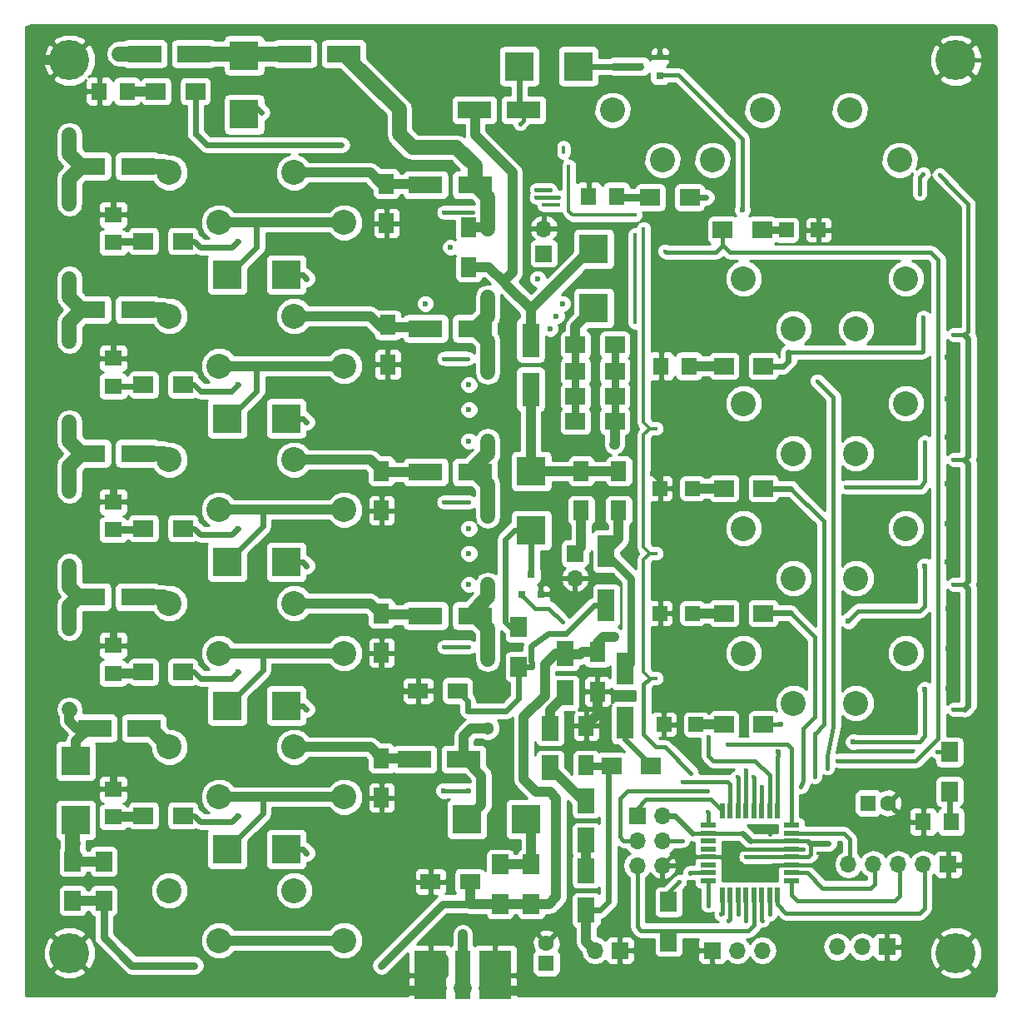
<source format=gbr>
G04 #@! TF.FileFunction,Copper,L1,Top,Signal*
%FSLAX46Y46*%
G04 Gerber Fmt 4.6, Leading zero omitted, Abs format (unit mm)*
G04 Created by KiCad (PCBNEW 4.0.7-e1-6374~58~ubuntu14.04.1) date Fri Aug  4 16:13:01 2017*
%MOMM*%
%LPD*%
G01*
G04 APERTURE LIST*
%ADD10C,0.100000*%
%ADD11R,3.000000X3.000000*%
%ADD12R,1.600000X2.000000*%
%ADD13R,2.000000X1.600000*%
%ADD14R,1.597660X1.800860*%
%ADD15R,1.800860X1.597660*%
%ADD16R,0.800100X0.800100*%
%ADD17R,1.700000X2.000000*%
%ADD18R,2.000000X1.700000*%
%ADD19R,3.500000X1.800000*%
%ADD20R,1.800000X3.500000*%
%ADD21R,1.700000X3.300000*%
%ADD22R,1.700000X1.700000*%
%ADD23O,1.700000X1.700000*%
%ADD24C,4.064000*%
%ADD25R,1.600000X0.550000*%
%ADD26R,0.550000X1.600000*%
%ADD27R,1.600000X5.000000*%
%ADD28R,3.300000X5.000000*%
%ADD29C,1.850000*%
%ADD30C,2.540000*%
%ADD31R,1.600000X1.600000*%
%ADD32C,1.600000*%
%ADD33R,1.800000X2.500000*%
%ADD34R,1.500000X1.500000*%
%ADD35C,0.600000*%
%ADD36C,0.800000*%
%ADD37C,0.400000*%
%ADD38C,1.300000*%
%ADD39C,0.350000*%
%ADD40C,1.000000*%
%ADD41C,0.600000*%
%ADD42C,0.450000*%
%ADD43C,0.400000*%
%ADD44C,0.800000*%
%ADD45C,1.500000*%
%ADD46C,0.250000*%
%ADD47C,2.000000*%
%ADD48C,0.254000*%
G04 APERTURE END LIST*
D10*
D11*
X146225000Y-85979000D03*
X152225000Y-85979000D03*
D12*
X182753000Y-135858000D03*
X182753000Y-131858000D03*
X162560000Y-91091000D03*
X162560000Y-95091000D03*
X161925000Y-120428000D03*
X161925000Y-124428000D03*
X161925000Y-135160000D03*
X161925000Y-139160000D03*
D13*
X166910000Y-147701000D03*
X170910000Y-147701000D03*
D12*
X170815000Y-81185000D03*
X170815000Y-85185000D03*
D13*
X169640000Y-128270000D03*
X165640000Y-128270000D03*
D14*
X136039860Y-67310000D03*
X133200140Y-67310000D03*
D15*
X134620000Y-82699860D03*
X134620000Y-79860140D03*
X134620000Y-97304860D03*
X134620000Y-94465140D03*
X134620000Y-111909860D03*
X134620000Y-109070140D03*
X134620000Y-126514860D03*
X134620000Y-123675140D03*
X134620000Y-141119860D03*
X134620000Y-138280140D03*
D14*
X219859860Y-141605000D03*
X217020140Y-141605000D03*
X185823860Y-77978000D03*
X182984140Y-77978000D03*
X193189860Y-95250000D03*
X190350140Y-95250000D03*
D16*
X176215000Y-118475760D03*
X178115000Y-118475760D03*
X177165000Y-116476780D03*
X190230760Y-65720000D03*
X190230760Y-63820000D03*
X188231780Y-64770000D03*
D17*
X133667500Y-145637500D03*
X133667500Y-149637500D03*
X130492500Y-145637500D03*
X130492500Y-149637500D03*
D18*
X142970000Y-67310000D03*
X138970000Y-67310000D03*
X141700000Y-82550000D03*
X137700000Y-82550000D03*
X141700000Y-97155000D03*
X137700000Y-97155000D03*
X141700000Y-111760000D03*
X137700000Y-111760000D03*
X141700000Y-126365000D03*
X137700000Y-126365000D03*
X141700000Y-140970000D03*
X137700000Y-140970000D03*
X189325000Y-135890000D03*
X185325000Y-135890000D03*
D17*
X177165000Y-145955000D03*
X177165000Y-149955000D03*
X173990000Y-145955000D03*
X173990000Y-149955000D03*
X219710000Y-134525000D03*
X219710000Y-138525000D03*
D18*
X181642000Y-93091000D03*
X185642000Y-93091000D03*
X181642000Y-95758000D03*
X185642000Y-95758000D03*
X181642000Y-98298000D03*
X185642000Y-98298000D03*
X181642000Y-100838000D03*
X185642000Y-100838000D03*
D19*
X137120000Y-89535000D03*
X132120000Y-89535000D03*
X142835000Y-63500000D03*
X137835000Y-63500000D03*
X137120000Y-74930000D03*
X132120000Y-74930000D03*
X137120000Y-104140000D03*
X132120000Y-104140000D03*
X137120000Y-118745000D03*
X132120000Y-118745000D03*
X137755000Y-132080000D03*
X132755000Y-132080000D03*
X153075000Y-63500000D03*
X158075000Y-63500000D03*
X166410000Y-76835000D03*
X171410000Y-76835000D03*
X166410000Y-91440000D03*
X171410000Y-91440000D03*
X166410000Y-106045000D03*
X171410000Y-106045000D03*
X166410000Y-120650000D03*
X171410000Y-120650000D03*
X165267000Y-135255000D03*
X170267000Y-135255000D03*
D20*
X177101500Y-97623000D03*
X177101500Y-92623000D03*
D21*
X186690000Y-126028000D03*
X186690000Y-131528000D03*
X184785000Y-119590000D03*
X184785000Y-114090000D03*
D22*
X181610000Y-114300000D03*
D23*
X181610000Y-116840000D03*
D12*
X162433000Y-76740000D03*
X162433000Y-80740000D03*
X161925000Y-105950000D03*
X161925000Y-109950000D03*
D24*
X130175000Y-64135000D03*
X220345000Y-64135000D03*
X130175000Y-154940000D03*
D17*
X191135000Y-149765000D03*
X191135000Y-153765000D03*
D18*
X193262000Y-78105000D03*
X189262000Y-78105000D03*
X200755000Y-95250000D03*
X196755000Y-95250000D03*
X200755000Y-107696000D03*
X196755000Y-107696000D03*
X200755000Y-120396000D03*
X196755000Y-120396000D03*
D25*
X203640000Y-147580000D03*
X203640000Y-146780000D03*
X203640000Y-145980000D03*
X203640000Y-145180000D03*
X203640000Y-144380000D03*
X203640000Y-143580000D03*
X203640000Y-142780000D03*
X203640000Y-141980000D03*
D26*
X202190000Y-140530000D03*
X201390000Y-140530000D03*
X200590000Y-140530000D03*
X199790000Y-140530000D03*
X198990000Y-140530000D03*
X198190000Y-140530000D03*
X197390000Y-140530000D03*
X196590000Y-140530000D03*
D25*
X195140000Y-141980000D03*
X195140000Y-142780000D03*
X195140000Y-143580000D03*
X195140000Y-144380000D03*
X195140000Y-145180000D03*
X195140000Y-145980000D03*
X195140000Y-146780000D03*
X195140000Y-147580000D03*
D26*
X196590000Y-149030000D03*
X197390000Y-149030000D03*
X198190000Y-149030000D03*
X198990000Y-149030000D03*
X199790000Y-149030000D03*
X200590000Y-149030000D03*
X201390000Y-149030000D03*
X202190000Y-149030000D03*
D12*
X186055000Y-109950000D03*
X186055000Y-105950000D03*
D27*
X170180000Y-157193000D03*
D28*
X166880000Y-157193000D03*
X173480000Y-157193000D03*
D29*
X170180000Y-158493000D03*
X172720000Y-158493000D03*
X167640000Y-158493000D03*
D24*
X220345000Y-154940000D03*
D30*
X140335000Y-148590000D03*
X145415000Y-153670000D03*
X158115000Y-153670000D03*
X153035000Y-148590000D03*
X145415000Y-139065000D03*
X140335000Y-133985000D03*
X158115000Y-139065000D03*
X153035000Y-133985000D03*
X145415000Y-124460000D03*
X140335000Y-119380000D03*
X158115000Y-124460000D03*
X153035000Y-119380000D03*
X145415000Y-109855000D03*
X140335000Y-104775000D03*
X158115000Y-109855000D03*
X153035000Y-104775000D03*
X145415000Y-95250000D03*
X140335000Y-90170000D03*
X158115000Y-95250000D03*
X153035000Y-90170000D03*
X145415000Y-80645000D03*
X140335000Y-75565000D03*
X158115000Y-80645000D03*
X153035000Y-75565000D03*
X200660000Y-69215000D03*
X195580000Y-74295000D03*
X203835000Y-91440000D03*
X198755000Y-86360000D03*
X215265000Y-86360000D03*
X210185000Y-91440000D03*
X203835000Y-104140000D03*
X198755000Y-99060000D03*
X215265000Y-99060000D03*
X210185000Y-104140000D03*
X215265000Y-111760000D03*
X210185000Y-116840000D03*
X203835000Y-116840000D03*
X198755000Y-111760000D03*
X203835000Y-129540000D03*
X198755000Y-124460000D03*
X215265000Y-124460000D03*
X210185000Y-129540000D03*
X214630000Y-74295000D03*
X209550000Y-69215000D03*
D11*
X130810000Y-135430000D03*
X130810000Y-141430000D03*
X147955000Y-63675000D03*
X147955000Y-69675000D03*
X146225000Y-100584000D03*
X152225000Y-100584000D03*
X146225000Y-115189000D03*
X152225000Y-115189000D03*
X146225000Y-129794000D03*
X152225000Y-129794000D03*
X146225000Y-144399000D03*
X152225000Y-144399000D03*
X170609000Y-141351000D03*
X176609000Y-141351000D03*
X183515000Y-89360000D03*
X183515000Y-83360000D03*
X175943000Y-64770000D03*
X181943000Y-64770000D03*
D12*
X182245000Y-105950000D03*
X182245000Y-109950000D03*
D17*
X175895000Y-121825000D03*
X175895000Y-125825000D03*
D18*
X200755000Y-131699000D03*
X196755000Y-131699000D03*
X196628000Y-81407000D03*
X200628000Y-81407000D03*
D12*
X183896000Y-124365000D03*
X183896000Y-128365000D03*
D31*
X211455000Y-139700000D03*
D32*
X213455000Y-139700000D03*
D31*
X178689000Y-155956000D03*
D32*
X178689000Y-153956000D03*
D33*
X182753000Y-139478000D03*
X182753000Y-143478000D03*
X180594000Y-124492000D03*
X180594000Y-128492000D03*
X182753000Y-146590000D03*
X182753000Y-150590000D03*
X179070000Y-132112000D03*
X179070000Y-136112000D03*
D19*
X176363000Y-69215000D03*
X171363000Y-69215000D03*
D34*
X193547000Y-107696000D03*
X190247000Y-107696000D03*
X193547000Y-120396000D03*
X190247000Y-120396000D03*
X193928000Y-131699000D03*
X190628000Y-131699000D03*
X203074000Y-81407000D03*
X206374000Y-81407000D03*
D22*
X186182000Y-154686000D03*
D23*
X183642000Y-154686000D03*
D22*
X187960000Y-140970000D03*
D23*
X190500000Y-140970000D03*
X187960000Y-143510000D03*
X190500000Y-143510000D03*
X187960000Y-146050000D03*
X190500000Y-146050000D03*
D22*
X219583000Y-145923000D03*
D23*
X217043000Y-145923000D03*
X214503000Y-145923000D03*
X211963000Y-145923000D03*
X209423000Y-145923000D03*
D22*
X195580000Y-154686000D03*
D23*
X198120000Y-154686000D03*
X200660000Y-154686000D03*
D22*
X178435000Y-83820000D03*
D23*
X178435000Y-81280000D03*
D22*
X213360000Y-154305000D03*
D23*
X210820000Y-154305000D03*
X208280000Y-154305000D03*
D11*
X177165000Y-105966000D03*
X177165000Y-111966000D03*
D30*
X190500000Y-74295000D03*
X185420000Y-69215000D03*
D35*
X166370000Y-88900000D03*
X168910000Y-83185000D03*
X179070000Y-91440000D03*
X179705000Y-90170000D03*
X180340000Y-88900000D03*
X177800000Y-86360000D03*
X170815000Y-117475000D03*
X170815000Y-111760000D03*
X170815000Y-114300000D03*
X170815000Y-102870000D03*
X170815000Y-97155000D03*
X170815000Y-99695000D03*
X170180000Y-155575000D03*
X170180000Y-153035000D03*
X170180000Y-156845000D03*
X219583000Y-123952000D03*
X219583000Y-128016000D03*
X219583000Y-119888000D03*
X219456000Y-111252000D03*
X219456000Y-115189000D03*
X219456000Y-107188000D03*
X219456000Y-102489000D03*
X219456000Y-98552000D03*
X219456000Y-94361000D03*
X186309000Y-83058000D03*
X186182000Y-80899000D03*
D36*
X183896000Y-130302000D03*
X204533500Y-126873000D03*
X209359500Y-126873000D03*
X204533500Y-113982500D03*
X209423000Y-113982500D03*
D37*
X194881500Y-129349500D03*
D35*
X214757000Y-130175000D03*
X214630000Y-92075000D03*
X214630000Y-104775000D03*
X219710000Y-69469000D03*
X214757000Y-117475000D03*
X194818000Y-105537000D03*
X189484000Y-106172000D03*
X175260000Y-60960000D03*
X186055000Y-60960000D03*
X196215000Y-60960000D03*
X206375000Y-60960000D03*
X164465000Y-60960000D03*
X154305000Y-60960000D03*
X144145000Y-60960000D03*
X216535000Y-60960000D03*
X133985000Y-60960000D03*
D37*
X138049000Y-71501000D03*
X204851000Y-144399000D03*
X206375000Y-144780000D03*
X206375000Y-146050000D03*
X194691000Y-81915000D03*
D35*
X166880000Y-157193000D03*
X137160000Y-135890000D03*
X154305000Y-158750000D03*
X144145000Y-158750000D03*
X133985000Y-158750000D03*
X137160000Y-121285000D03*
X134620000Y-121285000D03*
X137160000Y-106680000D03*
X134620000Y-106680000D03*
X134620000Y-92075000D03*
X137160000Y-92075000D03*
X134620000Y-77470000D03*
X165735000Y-158750000D03*
D36*
X224155000Y-69850000D03*
X224155000Y-80010000D03*
X224155000Y-90170000D03*
X224155000Y-100330000D03*
X224155000Y-110490000D03*
X224155000Y-130810000D03*
X126365000Y-151130000D03*
X126365000Y-140970000D03*
X126365000Y-130810000D03*
X126365000Y-120650000D03*
X126365000Y-110490000D03*
X126365000Y-100330000D03*
X126365000Y-90170000D03*
X126365000Y-80010000D03*
X126365000Y-69850000D03*
X224155000Y-60960000D03*
D35*
X134620000Y-135890000D03*
X186690000Y-158750000D03*
X196215000Y-158750000D03*
X206375000Y-158750000D03*
X216535000Y-158750000D03*
D36*
X224155000Y-120650000D03*
X224155000Y-140970000D03*
X224155000Y-151130000D03*
D37*
X201422000Y-142113000D03*
X201422000Y-142875000D03*
X201422000Y-146304000D03*
X201422000Y-144380000D03*
D35*
X178435000Y-158750000D03*
D37*
X179705000Y-71120000D03*
D35*
X137033000Y-77470000D03*
D37*
X193421000Y-136652000D03*
X216662000Y-77724000D03*
X217043000Y-75692000D03*
X193580000Y-142780000D03*
X192214500Y-147701000D03*
D35*
X207391000Y-143764000D03*
D37*
X179959000Y-78867000D03*
X178435000Y-78867000D03*
X188595000Y-81280000D03*
X189865000Y-127000000D03*
X189865000Y-114300000D03*
X189865000Y-101600000D03*
X188595000Y-90170000D03*
X199009000Y-145161000D03*
X197485000Y-142780000D03*
X176022000Y-70612000D03*
D35*
X217170000Y-115570000D03*
X209423000Y-121158000D03*
D37*
X200558400Y-138074400D03*
X203504800Y-120345200D03*
X204597000Y-138049000D03*
X195199000Y-132969000D03*
D35*
X202565000Y-131699000D03*
X209931000Y-133477000D03*
X217170000Y-128143000D03*
D37*
X209169000Y-107569000D03*
X217170000Y-102997000D03*
X199745600Y-137058400D03*
X205994000Y-137033000D03*
X203555600Y-107696000D03*
D35*
X143002000Y-71628000D03*
D37*
X157861000Y-72771000D03*
X168275000Y-79629000D03*
X171196000Y-79629000D03*
X195072000Y-140589000D03*
X195072000Y-138430000D03*
D35*
X147320000Y-82550000D03*
D37*
X193294000Y-146812000D03*
X170688000Y-94488000D03*
X168275000Y-94488000D03*
D35*
X147320000Y-97155000D03*
D37*
X195199000Y-150114000D03*
X170815000Y-109093000D03*
X168275000Y-109093000D03*
D35*
X147320000Y-111760000D03*
D37*
X170815000Y-123825000D03*
X168275000Y-123825000D03*
X196469000Y-151003000D03*
D35*
X147320000Y-126365000D03*
D37*
X197231000Y-151638000D03*
D35*
X168275000Y-138430000D03*
X170815000Y-138430000D03*
X147320000Y-140970000D03*
D37*
X180340000Y-121285000D03*
D35*
X202311000Y-134493000D03*
D37*
X218440000Y-134493000D03*
D35*
X198628000Y-79375000D03*
D37*
X197104000Y-133731000D03*
X192532000Y-137541000D03*
X192532000Y-143510000D03*
X177673000Y-78105000D03*
X179959000Y-78105000D03*
D35*
X194945000Y-78105000D03*
D37*
X199009000Y-136334500D03*
X206248000Y-96774000D03*
X207264000Y-136144000D03*
X203327000Y-93853000D03*
X217043000Y-90297000D03*
X208280000Y-135382000D03*
X198120000Y-137033000D03*
X190754000Y-83566000D03*
X220091000Y-104775000D03*
X220091000Y-130175000D03*
X220091000Y-117475000D03*
X220091000Y-77216000D03*
X218694000Y-75819000D03*
X220091000Y-92075000D03*
X149733000Y-69469000D03*
D35*
X154305000Y-86360000D03*
X154305000Y-100965000D03*
X177165000Y-144145000D03*
D37*
X180975000Y-74930000D03*
X187706000Y-79883000D03*
D35*
X154305000Y-115570000D03*
X170688000Y-130302000D03*
D36*
X132080000Y-145637500D03*
X130556000Y-143764000D03*
D37*
X198183500Y-151003000D03*
X199009000Y-151701500D03*
X201422000Y-151003000D03*
X200660000Y-151638000D03*
D36*
X178943000Y-149987000D03*
X172085000Y-149987000D03*
X185610500Y-103251000D03*
X185610500Y-122809000D03*
D35*
X142875000Y-156210000D03*
X161925000Y-156210000D03*
D36*
X132080000Y-149637500D03*
X130175000Y-86360000D03*
X130175000Y-78740000D03*
X130175000Y-71755000D03*
X130175000Y-92710000D03*
X130175000Y-100965000D03*
X130175000Y-107950000D03*
X130175000Y-115570000D03*
X130175000Y-121920000D03*
X135255000Y-63500000D03*
X130175000Y-130175000D03*
D35*
X154305000Y-130175000D03*
X154305000Y-144780000D03*
D38*
X172720000Y-125095000D03*
X172720000Y-132080000D03*
X172720000Y-81280000D03*
X172720000Y-88265000D03*
X172720000Y-102870000D03*
X172720000Y-95885000D03*
X172720000Y-117475000D03*
D37*
X172720000Y-110490000D03*
D36*
X158075000Y-63500000D03*
D37*
X179070000Y-77343000D03*
X177673000Y-77343000D03*
X187706000Y-81915000D03*
X187706000Y-90805000D03*
X185547000Y-64770000D03*
D39*
X180435000Y-73025000D02*
X180435000Y-73565000D01*
D40*
X145415000Y-153670000D02*
X158115000Y-153670000D01*
X170180000Y-155575000D02*
X170180000Y-157193000D01*
X170180000Y-157193000D02*
X170180000Y-153035000D01*
X170180000Y-156845000D02*
X170180000Y-157066000D01*
D41*
X165640000Y-128270000D02*
X163195000Y-128270000D01*
X161925000Y-127000000D02*
X161925000Y-124428000D01*
X163195000Y-128270000D02*
X161925000Y-127000000D01*
D42*
X186309000Y-81026000D02*
X186309000Y-83058000D01*
X186182000Y-80899000D02*
X186309000Y-81026000D01*
D40*
X183896000Y-130302000D02*
X183896000Y-130715000D01*
X183896000Y-128365000D02*
X183896000Y-130302000D01*
X183896000Y-130715000D02*
X182753000Y-131858000D01*
D43*
X220345000Y-64135000D02*
X224155000Y-64135000D01*
D42*
X190247000Y-107696000D02*
X190247000Y-106935000D01*
X190247000Y-106935000D02*
X189484000Y-106172000D01*
X204832000Y-144380000D02*
X204851000Y-144399000D01*
X203640000Y-144380000D02*
X204832000Y-144380000D01*
X203640000Y-145980000D02*
X206305000Y-145980000D01*
X206305000Y-145980000D02*
X206375000Y-146050000D01*
X195140000Y-145180000D02*
X191370000Y-145180000D01*
X201746000Y-145980000D02*
X203640000Y-145980000D01*
X201422000Y-146304000D02*
X201746000Y-145980000D01*
X196704000Y-145180000D02*
X195140000Y-145180000D01*
X201422000Y-144380000D02*
X203640000Y-144380000D01*
D40*
X168275000Y-155575000D02*
X168275000Y-157066000D01*
D44*
X134620000Y-123675140D02*
X134620000Y-121285000D01*
X134620000Y-109070140D02*
X134620000Y-106680000D01*
D41*
X134620000Y-94465140D02*
X134620000Y-92075000D01*
X134620000Y-79860140D02*
X134620000Y-77470000D01*
D40*
X126365000Y-69850000D02*
X126365000Y-64135000D01*
X126365000Y-64135000D02*
X126365000Y-60960000D01*
X224155000Y-60960000D02*
X224155000Y-64135000D01*
X224155000Y-64135000D02*
X224155000Y-69850000D01*
X126365000Y-60960000D02*
X133985000Y-60960000D01*
X133985000Y-60960000D02*
X144145000Y-60960000D01*
X144145000Y-60960000D02*
X154305000Y-60960000D01*
X154305000Y-60960000D02*
X164465000Y-60960000D01*
X164465000Y-60960000D02*
X175260000Y-60960000D01*
X175260000Y-60960000D02*
X186055000Y-60960000D01*
X186055000Y-60960000D02*
X196215000Y-60960000D01*
X196215000Y-60960000D02*
X206375000Y-60960000D01*
X206375000Y-60960000D02*
X216535000Y-60960000D01*
X216535000Y-60960000D02*
X224155000Y-60960000D01*
X178435000Y-158750000D02*
X174625000Y-158750000D01*
X167640000Y-158750000D02*
X163830000Y-158750000D01*
X165735000Y-158750000D02*
X154305000Y-158750000D01*
X154305000Y-158750000D02*
X144145000Y-158750000D01*
X144145000Y-158750000D02*
X133985000Y-158750000D01*
X133985000Y-158750000D02*
X126365000Y-158750000D01*
X126365000Y-158750000D02*
X126365000Y-151130000D01*
X224155000Y-69850000D02*
X224155000Y-80010000D01*
X224155000Y-80010000D02*
X224155000Y-90170000D01*
X224155000Y-90170000D02*
X224155000Y-100330000D01*
X224155000Y-100330000D02*
X224155000Y-110490000D01*
X224155000Y-110490000D02*
X224155000Y-120650000D01*
X224155000Y-120650000D02*
X224155000Y-130810000D01*
X224155000Y-130810000D02*
X224155000Y-137668000D01*
X126365000Y-151130000D02*
X126365000Y-140970000D01*
X126365000Y-140970000D02*
X126365000Y-130810000D01*
X126365000Y-130810000D02*
X126365000Y-120650000D01*
X126365000Y-120650000D02*
X126365000Y-110490000D01*
X126365000Y-110490000D02*
X126365000Y-100330000D01*
X126365000Y-100330000D02*
X126365000Y-90170000D01*
X126365000Y-90170000D02*
X126365000Y-80010000D01*
X126365000Y-80010000D02*
X126365000Y-72390000D01*
X126365000Y-72390000D02*
X126365000Y-70485000D01*
X126365000Y-70485000D02*
X126365000Y-69850000D01*
X129540000Y-64135000D02*
X126365000Y-64135000D01*
D44*
X134620000Y-138280140D02*
X134620000Y-135890000D01*
D40*
X224155000Y-158750000D02*
X216535000Y-158750000D01*
X216535000Y-158750000D02*
X212217000Y-158750000D01*
X212217000Y-158750000D02*
X206375000Y-158750000D01*
X206375000Y-158750000D02*
X196215000Y-158750000D01*
X196215000Y-158750000D02*
X186690000Y-158750000D01*
X224155000Y-151130000D02*
X224155000Y-158750000D01*
X224155000Y-137668000D02*
X224155000Y-140970000D01*
D42*
X201422000Y-142875000D02*
X201422000Y-142113000D01*
X201422000Y-144380000D02*
X197504000Y-144380000D01*
X197504000Y-144380000D02*
X196704000Y-145180000D01*
D40*
X183515000Y-158750000D02*
X178435000Y-158750000D01*
X186690000Y-158750000D02*
X183515000Y-158750000D01*
X224155000Y-140970000D02*
X224155000Y-146050000D01*
X224155000Y-146050000D02*
X224155000Y-151130000D01*
D42*
X219710000Y-146050000D02*
X224155000Y-146050000D01*
X191370000Y-145180000D02*
X190500000Y-146050000D01*
D45*
X137120000Y-118745000D02*
X139700000Y-118745000D01*
X139700000Y-118745000D02*
X140335000Y-119380000D01*
X137755000Y-132080000D02*
X138430000Y-132080000D01*
X138430000Y-132080000D02*
X140335000Y-133985000D01*
X137120000Y-74930000D02*
X139700000Y-74930000D01*
X139700000Y-74930000D02*
X140335000Y-75565000D01*
X137120000Y-89535000D02*
X139700000Y-89535000D01*
X139700000Y-89535000D02*
X140335000Y-90170000D01*
X137120000Y-104140000D02*
X139700000Y-104140000D01*
X139700000Y-104140000D02*
X140335000Y-104775000D01*
D46*
X146225000Y-85979000D02*
X146431000Y-85979000D01*
D41*
X146431000Y-85979000D02*
X149225000Y-83185000D01*
X149225000Y-83185000D02*
X149225000Y-80645000D01*
D40*
X145415000Y-80645000D02*
X149225000Y-80645000D01*
X149225000Y-80645000D02*
X158115000Y-80645000D01*
D41*
X149225000Y-95250000D02*
X149225000Y-97790000D01*
X149225000Y-97790000D02*
X146431000Y-100584000D01*
X146431000Y-100584000D02*
X146225000Y-100584000D01*
D40*
X145415000Y-95250000D02*
X149225000Y-95250000D01*
X149225000Y-95250000D02*
X158115000Y-95250000D01*
D41*
X149860000Y-109855000D02*
X149860000Y-111554000D01*
X149860000Y-111554000D02*
X146225000Y-115189000D01*
D40*
X145415000Y-109855000D02*
X149225000Y-109855000D01*
X149225000Y-109855000D02*
X149860000Y-109855000D01*
X149860000Y-109855000D02*
X158115000Y-109855000D01*
X161925000Y-91345000D02*
X166315000Y-91345000D01*
X161925000Y-91345000D02*
X161925000Y-90805000D01*
X160750000Y-90170000D02*
X161925000Y-91345000D01*
X166315000Y-91345000D02*
X166410000Y-91440000D01*
X153035000Y-90170000D02*
X160750000Y-90170000D01*
D42*
X189230000Y-127000000D02*
X188595000Y-127635000D01*
X190754000Y-133985000D02*
X193421000Y-136652000D01*
X189865000Y-133985000D02*
X190754000Y-133985000D01*
X188595000Y-132715000D02*
X189865000Y-133985000D01*
X188595000Y-127635000D02*
X188595000Y-132715000D01*
D43*
X216662000Y-76073000D02*
X216662000Y-77724000D01*
X217043000Y-75692000D02*
X216662000Y-76073000D01*
D42*
X191135000Y-148780500D02*
X192214500Y-147701000D01*
D41*
X207391000Y-143764000D02*
X205486000Y-143764000D01*
D42*
X205486000Y-143764000D02*
X205302000Y-143580000D01*
D39*
X178435000Y-78867000D02*
X179959000Y-78867000D01*
X188595000Y-90170000D02*
X188595000Y-81280000D01*
X189230000Y-114300000D02*
X188595000Y-114935000D01*
X189230000Y-127000000D02*
X189865000Y-127000000D01*
X188595000Y-126365000D02*
X189230000Y-127000000D01*
X188595000Y-114935000D02*
X188595000Y-126365000D01*
X189230000Y-101600000D02*
X188595000Y-102235000D01*
X189230000Y-114300000D02*
X189865000Y-114300000D01*
X188595000Y-113665000D02*
X189230000Y-114300000D01*
X188595000Y-102235000D02*
X188595000Y-113665000D01*
X189230000Y-101600000D02*
X189865000Y-101600000D01*
X188595000Y-100965000D02*
X189230000Y-101600000D01*
X188595000Y-90170000D02*
X188595000Y-100965000D01*
D42*
X203640000Y-143580000D02*
X205302000Y-143580000D01*
X205340000Y-145180000D02*
X203640000Y-145180000D01*
X205302000Y-143580000D02*
X205613000Y-143891000D01*
X205613000Y-143891000D02*
X205613000Y-144907000D01*
X205613000Y-144907000D02*
X205340000Y-145180000D01*
X195140000Y-142780000D02*
X193580000Y-142780000D01*
D41*
X193580000Y-142780000D02*
X191770000Y-140970000D01*
X191770000Y-140970000D02*
X190500000Y-140970000D01*
D42*
X203640000Y-145180000D02*
X199028000Y-145180000D01*
X199028000Y-145180000D02*
X199009000Y-145161000D01*
X195140000Y-142780000D02*
X197485000Y-142780000D01*
X197485000Y-142780000D02*
X198660000Y-142780000D01*
X199460000Y-143580000D02*
X203640000Y-143580000D01*
D41*
X198660000Y-142780000D02*
X199460000Y-143580000D01*
D42*
X191135000Y-148780500D02*
X191135000Y-149765000D01*
D43*
X176363000Y-70271000D02*
X176363000Y-69215000D01*
X176022000Y-70612000D02*
X176363000Y-70271000D01*
D41*
X175943000Y-64770000D02*
X175943000Y-68668000D01*
X175943000Y-68668000D02*
X176490000Y-69215000D01*
D45*
X153075000Y-63500000D02*
X148130000Y-63500000D01*
X148130000Y-63500000D02*
X147955000Y-63675000D01*
X142835000Y-63500000D02*
X147780000Y-63500000D01*
D47*
X147780000Y-63500000D02*
X147955000Y-63675000D01*
D45*
X147780000Y-63500000D02*
X147320000Y-63040000D01*
D40*
X136039860Y-67310000D02*
X138970000Y-67310000D01*
D44*
X137700000Y-82550000D02*
X134769860Y-82550000D01*
X134769860Y-82550000D02*
X134620000Y-82699860D01*
D41*
X134620000Y-97304860D02*
X137550140Y-97304860D01*
X137550140Y-97304860D02*
X137700000Y-97155000D01*
D44*
X134620000Y-111909860D02*
X137550140Y-111909860D01*
X137550140Y-111909860D02*
X137700000Y-111760000D01*
D40*
X134620000Y-126514860D02*
X137550140Y-126514860D01*
X137550140Y-126514860D02*
X137700000Y-126365000D01*
X134620000Y-141119860D02*
X137550140Y-141119860D01*
X137550140Y-141119860D02*
X137700000Y-140970000D01*
D41*
X189325000Y-135890000D02*
X189325000Y-135858000D01*
X189325000Y-135858000D02*
X186690000Y-133223000D01*
X186690000Y-133223000D02*
X186690000Y-131528000D01*
X189325000Y-135890000D02*
X188976000Y-135890000D01*
D40*
X182753000Y-146590000D02*
X182753000Y-143478000D01*
D41*
X219710000Y-141455140D02*
X219859860Y-141605000D01*
X219710000Y-138525000D02*
X219710000Y-141455140D01*
D44*
X186204860Y-78105000D02*
X189135000Y-78105000D01*
D40*
X193189860Y-95250000D02*
X196755000Y-95250000D01*
D42*
X217170000Y-119634000D02*
X217170000Y-115570000D01*
X216662000Y-120142000D02*
X217170000Y-119634000D01*
X210439000Y-120142000D02*
X216662000Y-120142000D01*
X209423000Y-121158000D02*
X210439000Y-120142000D01*
D41*
X203504800Y-120345200D02*
X200805800Y-120345200D01*
X200805800Y-120345200D02*
X200755000Y-120396000D01*
D42*
X204876400Y-132029200D02*
X204876400Y-132054600D01*
X200590000Y-138106000D02*
X200558400Y-138074400D01*
X200590000Y-140530000D02*
X200590000Y-138106000D01*
X205994000Y-122834400D02*
X203504800Y-120345200D01*
X205994000Y-130911600D02*
X205994000Y-122834400D01*
X204876400Y-132029200D02*
X205994000Y-130911600D01*
X204851000Y-137414000D02*
X204597000Y-138049000D01*
X204851000Y-132080000D02*
X204851000Y-137414000D01*
X204876400Y-132054600D02*
X204851000Y-132080000D01*
X201390000Y-140530000D02*
X201390000Y-136874000D01*
X195199000Y-134874000D02*
X195199000Y-132969000D01*
X195707000Y-135382000D02*
X195199000Y-134874000D01*
X199898000Y-135382000D02*
X195707000Y-135382000D01*
X201390000Y-136874000D02*
X199898000Y-135382000D01*
X200755000Y-131699000D02*
X202565000Y-131699000D01*
X209931000Y-133477000D02*
X216662000Y-133477000D01*
X216662000Y-133477000D02*
X217170000Y-132842000D01*
X217170000Y-132842000D02*
X217170000Y-128143000D01*
X209169000Y-107569000D02*
X216789000Y-107569000D01*
X216789000Y-107569000D02*
X217170000Y-106934000D01*
X217170000Y-106934000D02*
X217170000Y-102997000D01*
D41*
X200755000Y-107696000D02*
X203555600Y-107696000D01*
D42*
X205994000Y-133731000D02*
X205994000Y-132638800D01*
X199790000Y-137102800D02*
X199745600Y-137058400D01*
X205994000Y-137033000D02*
X205994000Y-133731000D01*
X205955900Y-132676900D02*
X206908400Y-131724400D01*
X206908400Y-131724400D02*
X206908400Y-111048800D01*
X206908400Y-111048800D02*
X203555600Y-107696000D01*
X199790000Y-137102800D02*
X199790000Y-140530000D01*
X205994000Y-132638800D02*
X205955900Y-132676900D01*
X187960000Y-146050000D02*
X187960000Y-152273000D01*
X187960000Y-152273000D02*
X188341000Y-152654000D01*
X199790000Y-152127000D02*
X199790000Y-149030000D01*
X199263000Y-152654000D02*
X199790000Y-152127000D01*
X191135000Y-152654000D02*
X199263000Y-152654000D01*
X191135000Y-152654000D02*
X191135000Y-152717500D01*
X191135000Y-152717500D02*
X191135000Y-152654000D01*
X188341000Y-152654000D02*
X191135000Y-152654000D01*
X191135000Y-153765000D02*
X191135000Y-152654000D01*
X187960000Y-140970000D02*
X187960000Y-140208000D01*
X187960000Y-140208000D02*
X188849000Y-139319000D01*
X188849000Y-139319000D02*
X195379000Y-139319000D01*
D41*
X143002000Y-71628000D02*
X142970000Y-71596000D01*
X157861000Y-72771000D02*
X144145000Y-72771000D01*
X142970000Y-71596000D02*
X142970000Y-67310000D01*
X144145000Y-72771000D02*
X142970000Y-71596000D01*
D42*
X195379000Y-139319000D02*
X196590000Y-140530000D01*
X171196000Y-79629000D02*
X168275000Y-79629000D01*
X195140000Y-140657000D02*
X195140000Y-141980000D01*
X195072000Y-140589000D02*
X195140000Y-140657000D01*
X186944000Y-138430000D02*
X195072000Y-138430000D01*
X186182000Y-139192000D02*
X186944000Y-138430000D01*
X186182000Y-143129000D02*
X186182000Y-139192000D01*
D41*
X147320000Y-82550000D02*
X146685000Y-83185000D01*
X146685000Y-83185000D02*
X143510000Y-83185000D01*
X143510000Y-83185000D02*
X142875000Y-82550000D01*
X142875000Y-82550000D02*
X141700000Y-82550000D01*
X142240000Y-82550000D02*
X141700000Y-82550000D01*
D42*
X186563000Y-143510000D02*
X186182000Y-143129000D01*
X187960000Y-143510000D02*
X186563000Y-143510000D01*
X193326000Y-146780000D02*
X193294000Y-146812000D01*
X193326000Y-146780000D02*
X195140000Y-146780000D01*
X168275000Y-94488000D02*
X170688000Y-94488000D01*
D41*
X142875000Y-97155000D02*
X141700000Y-97155000D01*
X143510000Y-97790000D02*
X142875000Y-97155000D01*
X146685000Y-97790000D02*
X143510000Y-97790000D01*
X147320000Y-97155000D02*
X146685000Y-97790000D01*
D42*
X195140000Y-150055000D02*
X195140000Y-147580000D01*
X195199000Y-150114000D02*
X195140000Y-150055000D01*
X168275000Y-109093000D02*
X170815000Y-109093000D01*
D41*
X142875000Y-111760000D02*
X141700000Y-111760000D01*
X143510000Y-112395000D02*
X142875000Y-111760000D01*
X146685000Y-112395000D02*
X143510000Y-112395000D01*
X147320000Y-111760000D02*
X146685000Y-112395000D01*
D42*
X168275000Y-123825000D02*
X170815000Y-123825000D01*
X196590000Y-150882000D02*
X196590000Y-149030000D01*
X196469000Y-151003000D02*
X196590000Y-150882000D01*
D41*
X142875000Y-126365000D02*
X141700000Y-126365000D01*
X143510000Y-127000000D02*
X142875000Y-126365000D01*
X146685000Y-127000000D02*
X143510000Y-127000000D01*
X147320000Y-126365000D02*
X146685000Y-127000000D01*
D42*
X197390000Y-149030000D02*
X197390000Y-151479000D01*
X168275000Y-138430000D02*
X170815000Y-138430000D01*
X197390000Y-151479000D02*
X197231000Y-151638000D01*
D41*
X142875000Y-140970000D02*
X141700000Y-140970000D01*
X143510000Y-141605000D02*
X142875000Y-140970000D01*
X146685000Y-141605000D02*
X143510000Y-141605000D01*
X147320000Y-140970000D02*
X146685000Y-141605000D01*
D42*
X176215000Y-118557000D02*
X177546000Y-119888000D01*
X178943000Y-119888000D02*
X180340000Y-121285000D01*
X177546000Y-119888000D02*
X178689000Y-119888000D01*
X178689000Y-119888000D02*
X178943000Y-119888000D01*
X202190000Y-140530000D02*
X202190000Y-135007000D01*
X202190000Y-135007000D02*
X202311000Y-134886000D01*
X202311000Y-134886000D02*
X202311000Y-134493000D01*
X218440000Y-134493000D02*
X219678000Y-134493000D01*
X219678000Y-134493000D02*
X219710000Y-134525000D01*
D41*
X176215000Y-118475760D02*
X176215000Y-118557000D01*
X219488000Y-134747000D02*
X219710000Y-134525000D01*
D42*
X198628000Y-79375000D02*
X198628000Y-72136000D01*
X198628000Y-72136000D02*
X192151000Y-65659000D01*
X192151000Y-65659000D02*
X190291760Y-65659000D01*
X203640000Y-141980000D02*
X203640000Y-134171000D01*
X203200000Y-133731000D02*
X197104000Y-133731000D01*
X203640000Y-134171000D02*
X203200000Y-133731000D01*
D46*
X190291760Y-65659000D02*
X190230760Y-65720000D01*
D42*
X197104000Y-137541000D02*
X197358000Y-137795000D01*
X192532000Y-137541000D02*
X197104000Y-137541000D01*
X197358000Y-137795000D02*
X197358000Y-140498000D01*
X197358000Y-140498000D02*
X197390000Y-140530000D01*
X190500000Y-143510000D02*
X192532000Y-143510000D01*
X177673000Y-78105000D02*
X179959000Y-78105000D01*
D41*
X193135000Y-78105000D02*
X194945000Y-78105000D01*
D42*
X199009000Y-140511000D02*
X199009000Y-136334500D01*
X207264000Y-134874000D02*
X207899000Y-131953000D01*
X207264000Y-136144000D02*
X207264000Y-134874000D01*
X206248000Y-96774000D02*
X207899000Y-98425000D01*
X207899000Y-131953000D02*
X207899000Y-98425000D01*
X199009000Y-140511000D02*
X198990000Y-140530000D01*
D41*
X203327000Y-93853000D02*
X203327000Y-94742000D01*
X203327000Y-94742000D02*
X202819000Y-95250000D01*
X202819000Y-95250000D02*
X200755000Y-95250000D01*
D42*
X216916000Y-93853000D02*
X203327000Y-93853000D01*
X216916000Y-93853000D02*
X217043000Y-93726000D01*
X217043000Y-93726000D02*
X217043000Y-90297000D01*
X198190000Y-140530000D02*
X198190000Y-137103000D01*
X218567000Y-133096000D02*
X216281000Y-135382000D01*
X216281000Y-135382000D02*
X208280000Y-135382000D01*
X196691000Y-83026000D02*
X196628000Y-83026000D01*
X218567000Y-84455000D02*
X218567000Y-127254000D01*
X217805000Y-83693000D02*
X218567000Y-84455000D01*
X197358000Y-83693000D02*
X217805000Y-83693000D01*
X196691000Y-83026000D02*
X197358000Y-83693000D01*
X218567000Y-127254000D02*
X218567000Y-133096000D01*
X198190000Y-137103000D02*
X198120000Y-137033000D01*
X196628000Y-83026000D02*
X196628000Y-81407000D01*
X195961000Y-83693000D02*
X196628000Y-83026000D01*
X190881000Y-83693000D02*
X195961000Y-83693000D01*
X190754000Y-83566000D02*
X190881000Y-83693000D01*
D43*
X221234000Y-104775000D02*
X220091000Y-104775000D01*
D41*
X221615000Y-104394000D02*
X221234000Y-104775000D01*
X221234000Y-104775000D02*
X221615000Y-105156000D01*
X221615000Y-117856000D02*
X221234000Y-117475000D01*
X221615000Y-129794000D02*
X221234000Y-130175000D01*
X221615000Y-117856000D02*
X221615000Y-129794000D01*
D43*
X220091000Y-130175000D02*
X221234000Y-130175000D01*
X221234000Y-117475000D02*
X220091000Y-117475000D01*
D41*
X221615000Y-105156000D02*
X221615000Y-117094000D01*
X221615000Y-117094000D02*
X221234000Y-117475000D01*
X221234000Y-92075000D02*
X221615000Y-92456000D01*
X221615000Y-92456000D02*
X221615000Y-104394000D01*
D43*
X220091000Y-77216000D02*
X221615000Y-78740000D01*
X220091000Y-77216000D02*
X218694000Y-75819000D01*
X221234000Y-92075000D02*
X220091000Y-92075000D01*
X221615000Y-91694000D02*
X221234000Y-92075000D01*
X221615000Y-78740000D02*
X221615000Y-91694000D01*
D42*
X203640000Y-146780000D02*
X205200000Y-146780000D01*
X212090000Y-147955000D02*
X212090000Y-146050000D01*
X211709000Y-148336000D02*
X212090000Y-147955000D01*
X206756000Y-148336000D02*
X211709000Y-148336000D01*
X205200000Y-146780000D02*
X206756000Y-148336000D01*
X203640000Y-142780000D02*
X208947000Y-142780000D01*
X209550000Y-143383000D02*
X209550000Y-146050000D01*
X208947000Y-142780000D02*
X209550000Y-143383000D01*
X214122000Y-149606000D02*
X214630000Y-149098000D01*
X204216000Y-149606000D02*
X214122000Y-149606000D01*
X203640000Y-149030000D02*
X204216000Y-149606000D01*
X214630000Y-149098000D02*
X214630000Y-146050000D01*
X203640000Y-147580000D02*
X203640000Y-149030000D01*
X217170000Y-150368000D02*
X217170000Y-146050000D01*
X216662000Y-150876000D02*
X217170000Y-150368000D01*
X203073000Y-150876000D02*
X216662000Y-150876000D01*
X202190000Y-149993000D02*
X203073000Y-150876000D01*
X202190000Y-149030000D02*
X202190000Y-149993000D01*
D41*
X147320000Y-69040000D02*
X149304000Y-69040000D01*
X149304000Y-69040000D02*
X149733000Y-69469000D01*
X153924000Y-85979000D02*
X152225000Y-85979000D01*
X154305000Y-86360000D02*
X153924000Y-85979000D01*
X154305000Y-100965000D02*
X153924000Y-100584000D01*
X153924000Y-100584000D02*
X152225000Y-100584000D01*
D40*
X166315000Y-76740000D02*
X166410000Y-76835000D01*
X153035000Y-75565000D02*
X160750000Y-75565000D01*
X161925000Y-76740000D02*
X166315000Y-76740000D01*
X160750000Y-75565000D02*
X161925000Y-76740000D01*
X177165000Y-144145000D02*
X177165000Y-141907000D01*
X177165000Y-141907000D02*
X176609000Y-141351000D01*
X173990000Y-145955000D02*
X177165000Y-145955000D01*
X177165000Y-145955000D02*
X177165000Y-144145000D01*
D39*
X180975000Y-78105000D02*
X180975000Y-79502000D01*
X180975000Y-74930000D02*
X180975000Y-78105000D01*
X181356000Y-79883000D02*
X187706000Y-79883000D01*
X180975000Y-79502000D02*
X181356000Y-79883000D01*
D41*
X149860000Y-124460000D02*
X149860000Y-126159000D01*
X149860000Y-126159000D02*
X146225000Y-129794000D01*
D40*
X145415000Y-124460000D02*
X149225000Y-124460000D01*
X149225000Y-124460000D02*
X149860000Y-124460000D01*
X149860000Y-124460000D02*
X158115000Y-124460000D01*
D41*
X154305000Y-115570000D02*
X153924000Y-115189000D01*
X153924000Y-115189000D02*
X152225000Y-115189000D01*
D40*
X160750000Y-104775000D02*
X162020000Y-106045000D01*
X162020000Y-106045000D02*
X166410000Y-106045000D01*
X153035000Y-104775000D02*
X160750000Y-104775000D01*
X177101500Y-97623000D02*
X177101500Y-105902500D01*
X177101500Y-105902500D02*
X177165000Y-105966000D01*
X182245000Y-105950000D02*
X177435000Y-105950000D01*
X177435000Y-105950000D02*
X177165000Y-106220000D01*
X177165000Y-106220000D02*
X177340000Y-106220000D01*
D45*
X177419000Y-106093000D02*
X177292000Y-106220000D01*
D40*
X182245000Y-105950000D02*
X186055000Y-105950000D01*
D41*
X170688000Y-130302000D02*
X170688000Y-129318000D01*
X170688000Y-129318000D02*
X169640000Y-128270000D01*
X175895000Y-125825000D02*
X175895000Y-129032000D01*
X174625000Y-130302000D02*
X170688000Y-130302000D01*
X175895000Y-129032000D02*
X174625000Y-130302000D01*
X184785000Y-119590000D02*
X183559000Y-119590000D01*
X177197000Y-125825000D02*
X175895000Y-125825000D01*
X177165000Y-124841000D02*
X177197000Y-125825000D01*
X177165000Y-123698000D02*
X177165000Y-124841000D01*
X178943000Y-122428000D02*
X177165000Y-123698000D01*
X180721000Y-122428000D02*
X178943000Y-122428000D01*
X183559000Y-119590000D02*
X180721000Y-122428000D01*
D40*
X132080000Y-145637500D02*
X132080000Y-145669000D01*
X132080000Y-145669000D02*
X132080000Y-145637500D01*
D45*
X130556000Y-143764000D02*
X130492500Y-143764000D01*
X130492500Y-143764000D02*
X130556000Y-143764000D01*
X130556000Y-143764000D02*
X130492500Y-143764000D01*
X130492500Y-145637500D02*
X130492500Y-143764000D01*
X130492500Y-143764000D02*
X130492500Y-141747500D01*
X130492500Y-141747500D02*
X130810000Y-141430000D01*
X130810000Y-145320000D02*
X130492500Y-145637500D01*
D40*
X133667500Y-145637500D02*
X132080000Y-145637500D01*
X132080000Y-145637500D02*
X130492500Y-145637500D01*
D42*
X198190000Y-149030000D02*
X198190000Y-150996500D01*
X198190000Y-150996500D02*
X198183500Y-151003000D01*
X198990000Y-149030000D02*
X198990000Y-151682500D01*
X198990000Y-151682500D02*
X199009000Y-151701500D01*
X201390000Y-150971000D02*
X201422000Y-151003000D01*
X201390000Y-149030000D02*
X201390000Y-150971000D01*
X200590000Y-149030000D02*
X200590000Y-151568000D01*
X200590000Y-151568000D02*
X200660000Y-151638000D01*
D40*
X182245000Y-109950000D02*
X182245000Y-113665000D01*
X182245000Y-113665000D02*
X181610000Y-114300000D01*
X178943000Y-149987000D02*
X177197000Y-149987000D01*
X177197000Y-149987000D02*
X177165000Y-149955000D01*
X178943000Y-149955000D02*
X178975000Y-149955000D01*
X178943000Y-149987000D02*
X178943000Y-149955000D01*
X172085000Y-149987000D02*
X172085000Y-149955000D01*
X172085000Y-149955000D02*
X172085000Y-149987000D01*
X172085000Y-149987000D02*
X172085000Y-149955000D01*
X173990000Y-149955000D02*
X172085000Y-149955000D01*
X172085000Y-149955000D02*
X170910000Y-149955000D01*
X170910000Y-149955000D02*
X170910000Y-147701000D01*
X177165000Y-149955000D02*
X173990000Y-149955000D01*
X180594000Y-124492000D02*
X179673000Y-124492000D01*
X179705000Y-149225000D02*
X178975000Y-149955000D01*
X179705000Y-139192000D02*
X179705000Y-149225000D01*
X179070000Y-138557000D02*
X179705000Y-139192000D01*
X177673000Y-138557000D02*
X179070000Y-138557000D01*
X176403000Y-137287000D02*
X177673000Y-138557000D01*
X176403000Y-130937000D02*
X176403000Y-137287000D01*
X178562000Y-128778000D02*
X176403000Y-130937000D01*
X178562000Y-125603000D02*
X178562000Y-128778000D01*
X179673000Y-124492000D02*
X178562000Y-125603000D01*
X185642000Y-100838000D02*
X185642000Y-103219500D01*
X185642000Y-103219500D02*
X185610500Y-103251000D01*
X185610500Y-122809000D02*
X184467500Y-122809000D01*
X184467500Y-122809000D02*
X183896000Y-123380500D01*
D44*
X183896000Y-123380500D02*
X183896000Y-124365000D01*
D40*
X180721000Y-124619000D02*
X182086000Y-124619000D01*
X182086000Y-124619000D02*
X182340000Y-124365000D01*
D44*
X133667500Y-153352500D02*
X136525000Y-156210000D01*
X136525000Y-156210000D02*
X142875000Y-156210000D01*
X161925000Y-156210000D02*
X168180000Y-149955000D01*
X170942000Y-149955000D02*
X168180000Y-149955000D01*
X133667500Y-153352500D02*
X133667500Y-149637500D01*
X185642000Y-93091000D02*
X185642000Y-95758000D01*
D40*
X130492500Y-149637500D02*
X132080000Y-149637500D01*
X132080000Y-149637500D02*
X133667500Y-149637500D01*
D44*
X185642000Y-95758000D02*
X185642000Y-98298000D01*
X185642000Y-98298000D02*
X185642000Y-100838000D01*
D40*
X182340000Y-124365000D02*
X183896000Y-124365000D01*
X193547000Y-107696000D02*
X196755000Y-107696000D01*
X193547000Y-120396000D02*
X196755000Y-120396000D01*
X182753000Y-150590000D02*
X182753000Y-153797000D01*
X182753000Y-153797000D02*
X183642000Y-154686000D01*
D41*
X185039000Y-149733000D02*
X185039000Y-136176000D01*
X185039000Y-136176000D02*
X185325000Y-135890000D01*
X184182000Y-150590000D02*
X185039000Y-149733000D01*
X182880000Y-150590000D02*
X184182000Y-150590000D01*
D44*
X185325000Y-135890000D02*
X182785000Y-135890000D01*
X182785000Y-135890000D02*
X182753000Y-135858000D01*
D45*
X130175000Y-78740000D02*
X130175000Y-76200000D01*
X131445000Y-89535000D02*
X130175000Y-88265000D01*
X130175000Y-86360000D02*
X130175000Y-88265000D01*
X130175000Y-76200000D02*
X131445000Y-74930000D01*
X131445000Y-74930000D02*
X132120000Y-74930000D01*
X130175000Y-71755000D02*
X130175000Y-73660000D01*
X130175000Y-73660000D02*
X131445000Y-74930000D01*
X131445000Y-74930000D02*
X132120000Y-74930000D01*
X130175000Y-92710000D02*
X130175000Y-90805000D01*
X131445000Y-104140000D02*
X130175000Y-102870000D01*
X130175000Y-100965000D02*
X130175000Y-102870000D01*
X130175000Y-90805000D02*
X131445000Y-89535000D01*
X131445000Y-89535000D02*
X132120000Y-89535000D01*
X131445000Y-89535000D02*
X132120000Y-89535000D01*
X130175000Y-107950000D02*
X130175000Y-105410000D01*
X131191000Y-118745000D02*
X130175000Y-117729000D01*
X130175000Y-115570000D02*
X130175000Y-117729000D01*
X130175000Y-105410000D02*
X131445000Y-104140000D01*
X131445000Y-104140000D02*
X132120000Y-104140000D01*
X131445000Y-104140000D02*
X132120000Y-104140000D01*
D40*
X130810000Y-135430000D02*
X130810000Y-133413500D01*
X130810000Y-133413500D02*
X132143500Y-132080000D01*
X132143500Y-132080000D02*
X132755000Y-132080000D01*
X130175000Y-130175000D02*
X130175000Y-131318000D01*
X130937000Y-132080000D02*
X132755000Y-132080000D01*
X130175000Y-131318000D02*
X130937000Y-132080000D01*
D45*
X130175000Y-121920000D02*
X130175000Y-119634000D01*
X130175000Y-119634000D02*
X131064000Y-118745000D01*
D40*
X131064000Y-118745000D02*
X132120000Y-118745000D01*
X131191000Y-118745000D02*
X132120000Y-118745000D01*
D45*
X135255000Y-63500000D02*
X137835000Y-63500000D01*
X130175000Y-130175000D02*
X130215000Y-130215000D01*
D41*
X149860000Y-139065000D02*
X149860000Y-140764000D01*
X149860000Y-140764000D02*
X146225000Y-144399000D01*
D40*
X145415000Y-139065000D02*
X149225000Y-139065000D01*
X149225000Y-139065000D02*
X149860000Y-139065000D01*
X149860000Y-139065000D02*
X158115000Y-139065000D01*
D41*
X154305000Y-130175000D02*
X153924000Y-129794000D01*
X153924000Y-129794000D02*
X152225000Y-129794000D01*
X154305000Y-144780000D02*
X153924000Y-144399000D01*
X153924000Y-144399000D02*
X152225000Y-144399000D01*
D40*
X160750000Y-119380000D02*
X161925000Y-120555000D01*
X161925000Y-120555000D02*
X166315000Y-120555000D01*
X153035000Y-119380000D02*
X160750000Y-119380000D01*
X166315000Y-120555000D02*
X166410000Y-120650000D01*
X161925000Y-135160000D02*
X165172000Y-135160000D01*
X165172000Y-135160000D02*
X165267000Y-135255000D01*
X160750000Y-133985000D02*
X161925000Y-135160000D01*
X166315000Y-135160000D02*
X166410000Y-135255000D01*
X153035000Y-133985000D02*
X160750000Y-133985000D01*
X186055000Y-109950000D02*
X186055000Y-112820000D01*
X184785000Y-114090000D02*
X184785000Y-114300000D01*
D44*
X184785000Y-114300000D02*
X187325000Y-116840000D01*
X187325000Y-116840000D02*
X187325000Y-125520000D01*
D40*
X186055000Y-112820000D02*
X184785000Y-114090000D01*
X170815000Y-81185000D02*
X172625000Y-81185000D01*
X172625000Y-81185000D02*
X172720000Y-81280000D01*
X170267000Y-135255000D02*
X170434000Y-135255000D01*
X170434000Y-135255000D02*
X172085000Y-136906000D01*
X172085000Y-136906000D02*
X172085000Y-139875000D01*
X172085000Y-139875000D02*
X170609000Y-141351000D01*
X170267000Y-135469000D02*
X170267000Y-135255000D01*
X172720000Y-132080000D02*
X171069000Y-132080000D01*
D45*
X172720000Y-121920000D02*
X172720000Y-125095000D01*
X171450000Y-120650000D02*
X172720000Y-121920000D01*
D40*
X170267000Y-132882000D02*
X170267000Y-135255000D01*
X171069000Y-132080000D02*
X170267000Y-132882000D01*
D45*
X172720000Y-78105000D02*
X172720000Y-81280000D01*
X172720000Y-88265000D02*
X172720000Y-90170000D01*
X171410000Y-76835000D02*
X171450000Y-76835000D01*
X171450000Y-76835000D02*
X172720000Y-78105000D01*
X172720000Y-90170000D02*
X171450000Y-91440000D01*
X171410000Y-91440000D02*
X171450000Y-91440000D01*
X171450000Y-91440000D02*
X172720000Y-92710000D01*
X172720000Y-102870000D02*
X172720000Y-104140000D01*
X172720000Y-104140000D02*
X171410000Y-105450000D01*
X172720000Y-92710000D02*
X172720000Y-95885000D01*
X171410000Y-76835000D02*
X171410000Y-76922000D01*
X171410000Y-106045000D02*
X171450000Y-106045000D01*
X171450000Y-106045000D02*
X172720000Y-107315000D01*
X172720000Y-117475000D02*
X172720000Y-118745000D01*
X172720000Y-118745000D02*
X171410000Y-120055000D01*
X172720000Y-107315000D02*
X172720000Y-110490000D01*
X171410000Y-76835000D02*
X171410000Y-74890000D01*
X163735000Y-71660000D02*
X163735000Y-69160000D01*
X165100000Y-73025000D02*
X163735000Y-71660000D01*
X169545000Y-73025000D02*
X165100000Y-73025000D01*
X171410000Y-74890000D02*
X169545000Y-73025000D01*
X163735000Y-69160000D02*
X158075000Y-63500000D01*
X171410000Y-120650000D02*
X171450000Y-120650000D01*
X171410000Y-120055000D02*
X171410000Y-120650000D01*
X171410000Y-105450000D02*
X171410000Y-106045000D01*
D40*
X175260000Y-75565000D02*
X171450000Y-71755000D01*
X171450000Y-71755000D02*
X171450000Y-69302000D01*
X171450000Y-69302000D02*
X171363000Y-69215000D01*
X174307500Y-86677500D02*
X175260000Y-85725000D01*
X175260000Y-85725000D02*
X175260000Y-75819000D01*
X175260000Y-75819000D02*
X175260000Y-75565000D01*
X175260000Y-75565000D02*
X175260000Y-75819000D01*
X170815000Y-85185000D02*
X172815000Y-85185000D01*
X174752000Y-87122000D02*
X177101500Y-89471500D01*
X172815000Y-85185000D02*
X174307500Y-86677500D01*
X174307500Y-86677500D02*
X174752000Y-87122000D01*
X183515000Y-83360000D02*
X183213000Y-83360000D01*
X183213000Y-83360000D02*
X177101500Y-89471500D01*
X177101500Y-89471500D02*
X177101500Y-92623000D01*
X183309000Y-83566000D02*
X183515000Y-83360000D01*
D43*
X179070000Y-77343000D02*
X177673000Y-77343000D01*
D44*
X182880000Y-139605000D02*
X182563000Y-139605000D01*
D40*
X182563000Y-139605000D02*
X179070000Y-136112000D01*
X179070000Y-132112000D02*
X179070000Y-130270000D01*
X179070000Y-130270000D02*
X180721000Y-128619000D01*
X193928000Y-131699000D02*
X196755000Y-131699000D01*
D44*
X200628000Y-81407000D02*
X203074000Y-81407000D01*
D39*
X187706000Y-90805000D02*
X187706000Y-81915000D01*
D41*
X177165000Y-111966000D02*
X175435000Y-111966000D01*
X175038000Y-121825000D02*
X175895000Y-121825000D01*
X174498000Y-121285000D02*
X175038000Y-121825000D01*
X174498000Y-112903000D02*
X174498000Y-121285000D01*
X175435000Y-111966000D02*
X174498000Y-112903000D01*
X177165000Y-116476780D02*
X177165000Y-112220000D01*
D40*
X181642000Y-91233000D02*
X183515000Y-89360000D01*
D44*
X181642000Y-95758000D02*
X181642000Y-98298000D01*
X181642000Y-98298000D02*
X181642000Y-100838000D01*
D40*
X181642000Y-93091000D02*
X181642000Y-91233000D01*
D44*
X181642000Y-93091000D02*
X181642000Y-95758000D01*
D41*
X185547000Y-64770000D02*
X181943000Y-64770000D01*
D44*
X188231780Y-64770000D02*
X185547000Y-64770000D01*
D48*
G36*
X224290000Y-159290000D02*
X175765000Y-159290000D01*
X175765000Y-157478750D01*
X175606250Y-157320000D01*
X173792876Y-157320000D01*
X173753134Y-157280258D01*
X173713392Y-157320000D01*
X173612838Y-157320000D01*
X173549179Y-157135668D01*
X173353000Y-157063604D01*
X173353000Y-154216750D01*
X173607000Y-154216750D01*
X173607000Y-157066000D01*
X175606250Y-157066000D01*
X175765000Y-156907250D01*
X175765000Y-155156000D01*
X177241560Y-155156000D01*
X177241560Y-156756000D01*
X177285838Y-156991317D01*
X177424910Y-157207441D01*
X177637110Y-157352431D01*
X177889000Y-157403440D01*
X179489000Y-157403440D01*
X179724317Y-157359162D01*
X179940441Y-157220090D01*
X180085431Y-157007890D01*
X180119810Y-156838121D01*
X218626484Y-156838121D01*
X218851154Y-157212168D01*
X219834388Y-157610880D01*
X220895357Y-157602975D01*
X221838846Y-157212168D01*
X222063516Y-156838121D01*
X220345000Y-155119605D01*
X218626484Y-156838121D01*
X180119810Y-156838121D01*
X180136440Y-156756000D01*
X180136440Y-155156000D01*
X180092162Y-154920683D01*
X179953090Y-154704559D01*
X179946452Y-154700023D01*
X180135965Y-154172777D01*
X180108778Y-153602546D01*
X179942864Y-153201995D01*
X179696745Y-153127861D01*
X178868605Y-153956000D01*
X178882748Y-153970142D01*
X178703143Y-154149748D01*
X178689000Y-154135605D01*
X178674858Y-154149748D01*
X178495252Y-153970142D01*
X178509395Y-153956000D01*
X177681255Y-153127861D01*
X177435136Y-153201995D01*
X177242035Y-153739223D01*
X177269222Y-154309454D01*
X177431384Y-154700947D01*
X177292569Y-154904110D01*
X177241560Y-155156000D01*
X175765000Y-155156000D01*
X175765000Y-154566690D01*
X175668327Y-154333301D01*
X175489698Y-154154673D01*
X175256309Y-154058000D01*
X173765750Y-154058000D01*
X173607000Y-154216750D01*
X173353000Y-154216750D01*
X173194250Y-154058000D01*
X171703691Y-154058000D01*
X171470302Y-154154673D01*
X171408044Y-154216930D01*
X171315000Y-154153356D01*
X171315000Y-153035000D01*
X171297746Y-152948255D01*
X177860861Y-152948255D01*
X178689000Y-153776395D01*
X179517139Y-152948255D01*
X179443005Y-152702136D01*
X178905777Y-152509035D01*
X178335546Y-152536222D01*
X177934995Y-152702136D01*
X177860861Y-152948255D01*
X171297746Y-152948255D01*
X171228603Y-152600654D01*
X170982566Y-152232434D01*
X170614346Y-151986397D01*
X170180000Y-151900000D01*
X169745654Y-151986397D01*
X169377434Y-152232434D01*
X169131397Y-152600654D01*
X169045000Y-153035000D01*
X169045000Y-154153982D01*
X168950084Y-154215059D01*
X168889698Y-154154673D01*
X168656309Y-154058000D01*
X167165750Y-154058000D01*
X167007000Y-154216750D01*
X167007000Y-157054408D01*
X166810821Y-157135668D01*
X166747162Y-157320000D01*
X166646608Y-157320000D01*
X166606866Y-157280258D01*
X166567124Y-157320000D01*
X164753750Y-157320000D01*
X164595000Y-157478750D01*
X164595000Y-159290000D01*
X125710000Y-159290000D01*
X125710000Y-156838121D01*
X128456484Y-156838121D01*
X128681154Y-157212168D01*
X129664388Y-157610880D01*
X130725357Y-157602975D01*
X131668846Y-157212168D01*
X131893516Y-156838121D01*
X130175000Y-155119605D01*
X128456484Y-156838121D01*
X125710000Y-156838121D01*
X125710000Y-154429388D01*
X127504120Y-154429388D01*
X127512025Y-155490357D01*
X127902832Y-156433846D01*
X128276879Y-156658516D01*
X129995395Y-154940000D01*
X130354605Y-154940000D01*
X132073121Y-156658516D01*
X132447168Y-156433846D01*
X132845880Y-155450612D01*
X132837975Y-154389643D01*
X132447168Y-153446154D01*
X132073121Y-153221484D01*
X130354605Y-154940000D01*
X129995395Y-154940000D01*
X128276879Y-153221484D01*
X127902832Y-153446154D01*
X127504120Y-154429388D01*
X125710000Y-154429388D01*
X125710000Y-153041879D01*
X128456484Y-153041879D01*
X130175000Y-154760395D01*
X131893516Y-153041879D01*
X131668846Y-152667832D01*
X130685612Y-152269120D01*
X129624643Y-152277025D01*
X128681154Y-152667832D01*
X128456484Y-153041879D01*
X125710000Y-153041879D01*
X125710000Y-148637500D01*
X128995060Y-148637500D01*
X128995060Y-150637500D01*
X129039338Y-150872817D01*
X129178410Y-151088941D01*
X129390610Y-151233931D01*
X129642500Y-151284940D01*
X131342500Y-151284940D01*
X131577817Y-151240662D01*
X131793941Y-151101590D01*
X131938931Y-150889390D01*
X131962602Y-150772500D01*
X132195462Y-150772500D01*
X132214338Y-150872817D01*
X132353410Y-151088941D01*
X132565610Y-151233931D01*
X132632500Y-151247477D01*
X132632500Y-153352495D01*
X132632499Y-153352500D01*
X132711285Y-153748577D01*
X132935644Y-154084356D01*
X135793142Y-156941853D01*
X135793144Y-156941856D01*
X135978940Y-157066000D01*
X136128922Y-157166215D01*
X136525000Y-157245001D01*
X136525005Y-157245000D01*
X142875000Y-157245000D01*
X143271077Y-157166215D01*
X143606856Y-156941856D01*
X143831215Y-156606077D01*
X143910000Y-156210000D01*
X160889999Y-156210000D01*
X160968785Y-156606077D01*
X161193144Y-156941856D01*
X161528923Y-157166215D01*
X161925000Y-157245001D01*
X162321077Y-157166215D01*
X162656856Y-156941856D01*
X164595000Y-155003712D01*
X164595000Y-156907250D01*
X164753750Y-157066000D01*
X166753000Y-157066000D01*
X166753000Y-154216750D01*
X166594250Y-154058000D01*
X165540712Y-154058000D01*
X168608711Y-150990000D01*
X170455296Y-150990000D01*
X170475654Y-151003603D01*
X170910000Y-151090000D01*
X171924126Y-151090000D01*
X172085000Y-151122000D01*
X172245874Y-151090000D01*
X172517962Y-151090000D01*
X172536838Y-151190317D01*
X172675910Y-151406441D01*
X172888110Y-151551431D01*
X173140000Y-151602440D01*
X174840000Y-151602440D01*
X175075317Y-151558162D01*
X175291441Y-151419090D01*
X175436431Y-151206890D01*
X175460102Y-151090000D01*
X175692962Y-151090000D01*
X175711838Y-151190317D01*
X175850910Y-151406441D01*
X176063110Y-151551431D01*
X176315000Y-151602440D01*
X178015000Y-151602440D01*
X178250317Y-151558162D01*
X178466441Y-151419090D01*
X178611431Y-151206890D01*
X178628622Y-151122000D01*
X178943000Y-151122000D01*
X179377346Y-151035603D01*
X179745566Y-150789566D01*
X179758383Y-150770383D01*
X179777566Y-150757566D01*
X180507566Y-150027566D01*
X180534671Y-149987000D01*
X180753603Y-149659346D01*
X180840000Y-149225000D01*
X180840000Y-139487132D01*
X181205560Y-139852692D01*
X181205560Y-140728000D01*
X181249838Y-140963317D01*
X181388910Y-141179441D01*
X181601110Y-141324431D01*
X181853000Y-141375440D01*
X183653000Y-141375440D01*
X183888317Y-141331162D01*
X184104000Y-141192374D01*
X184104000Y-141767615D01*
X183904890Y-141631569D01*
X183653000Y-141580560D01*
X181853000Y-141580560D01*
X181617683Y-141624838D01*
X181401559Y-141763910D01*
X181256569Y-141976110D01*
X181205560Y-142228000D01*
X181205560Y-144728000D01*
X181249838Y-144963317D01*
X181294458Y-145032658D01*
X181256569Y-145088110D01*
X181205560Y-145340000D01*
X181205560Y-147840000D01*
X181249838Y-148075317D01*
X181388910Y-148291441D01*
X181601110Y-148436431D01*
X181853000Y-148487440D01*
X183653000Y-148487440D01*
X183888317Y-148443162D01*
X184104000Y-148304374D01*
X184104000Y-148879615D01*
X183904890Y-148743569D01*
X183653000Y-148692560D01*
X181853000Y-148692560D01*
X181617683Y-148736838D01*
X181401559Y-148875910D01*
X181256569Y-149088110D01*
X181205560Y-149340000D01*
X181205560Y-151840000D01*
X181249838Y-152075317D01*
X181388910Y-152291441D01*
X181601110Y-152436431D01*
X181618000Y-152439851D01*
X181618000Y-153797000D01*
X181704397Y-154231346D01*
X181844557Y-154441110D01*
X181950434Y-154599566D01*
X182179605Y-154828737D01*
X182270039Y-155283378D01*
X182591946Y-155765147D01*
X183073715Y-156087054D01*
X183642000Y-156200093D01*
X184210285Y-156087054D01*
X184692054Y-155765147D01*
X184721403Y-155721223D01*
X184793673Y-155895698D01*
X184972301Y-156074327D01*
X185205690Y-156171000D01*
X185896250Y-156171000D01*
X186055000Y-156012250D01*
X186055000Y-154813000D01*
X186309000Y-154813000D01*
X186309000Y-156012250D01*
X186467750Y-156171000D01*
X187158310Y-156171000D01*
X187391699Y-156074327D01*
X187570327Y-155895698D01*
X187667000Y-155662309D01*
X187667000Y-154971750D01*
X187508250Y-154813000D01*
X186309000Y-154813000D01*
X186055000Y-154813000D01*
X186035000Y-154813000D01*
X186035000Y-154559000D01*
X186055000Y-154559000D01*
X186055000Y-153359750D01*
X186309000Y-153359750D01*
X186309000Y-154559000D01*
X187508250Y-154559000D01*
X187667000Y-154400250D01*
X187667000Y-153709691D01*
X187570327Y-153476302D01*
X187391699Y-153297673D01*
X187158310Y-153201000D01*
X186467750Y-153201000D01*
X186309000Y-153359750D01*
X186055000Y-153359750D01*
X185896250Y-153201000D01*
X185205690Y-153201000D01*
X184972301Y-153297673D01*
X184793673Y-153476302D01*
X184721403Y-153650777D01*
X184692054Y-153606853D01*
X184210285Y-153284946D01*
X183888000Y-153220839D01*
X183888000Y-152443222D01*
X183888317Y-152443162D01*
X184104441Y-152304090D01*
X184249431Y-152091890D01*
X184300440Y-151840000D01*
X184300440Y-151501441D01*
X184539809Y-151453827D01*
X184843145Y-151251145D01*
X185700145Y-150394145D01*
X185902827Y-150090809D01*
X185974000Y-149733000D01*
X185974000Y-144130882D01*
X186233892Y-144304536D01*
X186563000Y-144370000D01*
X186753863Y-144370000D01*
X186880853Y-144560054D01*
X187210026Y-144780000D01*
X186880853Y-144999946D01*
X186558946Y-145481715D01*
X186445907Y-146050000D01*
X186558946Y-146618285D01*
X186880853Y-147100054D01*
X187100000Y-147246483D01*
X187100000Y-152273000D01*
X187165464Y-152602108D01*
X187329898Y-152848201D01*
X187351888Y-152881112D01*
X187732888Y-153262112D01*
X188011892Y-153448536D01*
X188341000Y-153514000D01*
X189637560Y-153514000D01*
X189637560Y-154765000D01*
X189681838Y-155000317D01*
X189820910Y-155216441D01*
X190033110Y-155361431D01*
X190285000Y-155412440D01*
X191985000Y-155412440D01*
X192220317Y-155368162D01*
X192436441Y-155229090D01*
X192581431Y-155016890D01*
X192590572Y-154971750D01*
X194095000Y-154971750D01*
X194095000Y-155662309D01*
X194191673Y-155895698D01*
X194370301Y-156074327D01*
X194603690Y-156171000D01*
X195294250Y-156171000D01*
X195453000Y-156012250D01*
X195453000Y-154813000D01*
X194253750Y-154813000D01*
X194095000Y-154971750D01*
X192590572Y-154971750D01*
X192632440Y-154765000D01*
X192632440Y-153514000D01*
X194176058Y-153514000D01*
X194095000Y-153709691D01*
X194095000Y-154400250D01*
X194253750Y-154559000D01*
X195453000Y-154559000D01*
X195453000Y-154539000D01*
X195707000Y-154539000D01*
X195707000Y-154559000D01*
X195727000Y-154559000D01*
X195727000Y-154813000D01*
X195707000Y-154813000D01*
X195707000Y-156012250D01*
X195865750Y-156171000D01*
X196556310Y-156171000D01*
X196789699Y-156074327D01*
X196968327Y-155895698D01*
X197040597Y-155721223D01*
X197069946Y-155765147D01*
X197551715Y-156087054D01*
X198120000Y-156200093D01*
X198688285Y-156087054D01*
X199170054Y-155765147D01*
X199390000Y-155435974D01*
X199609946Y-155765147D01*
X200091715Y-156087054D01*
X200660000Y-156200093D01*
X201228285Y-156087054D01*
X201710054Y-155765147D01*
X202031961Y-155283378D01*
X202145000Y-154715093D01*
X202145000Y-154656907D01*
X202069215Y-154275907D01*
X206795000Y-154275907D01*
X206795000Y-154334093D01*
X206908039Y-154902378D01*
X207229946Y-155384147D01*
X207711715Y-155706054D01*
X208280000Y-155819093D01*
X208848285Y-155706054D01*
X209330054Y-155384147D01*
X209550000Y-155054974D01*
X209769946Y-155384147D01*
X210251715Y-155706054D01*
X210820000Y-155819093D01*
X211388285Y-155706054D01*
X211870054Y-155384147D01*
X211899403Y-155340223D01*
X211971673Y-155514698D01*
X212150301Y-155693327D01*
X212383690Y-155790000D01*
X213074250Y-155790000D01*
X213233000Y-155631250D01*
X213233000Y-154432000D01*
X213487000Y-154432000D01*
X213487000Y-155631250D01*
X213645750Y-155790000D01*
X214336310Y-155790000D01*
X214569699Y-155693327D01*
X214748327Y-155514698D01*
X214845000Y-155281309D01*
X214845000Y-154590750D01*
X214686250Y-154432000D01*
X213487000Y-154432000D01*
X213233000Y-154432000D01*
X213213000Y-154432000D01*
X213213000Y-154429388D01*
X217674120Y-154429388D01*
X217682025Y-155490357D01*
X218072832Y-156433846D01*
X218446879Y-156658516D01*
X220165395Y-154940000D01*
X220524605Y-154940000D01*
X222243121Y-156658516D01*
X222617168Y-156433846D01*
X223015880Y-155450612D01*
X223007975Y-154389643D01*
X222617168Y-153446154D01*
X222243121Y-153221484D01*
X220524605Y-154940000D01*
X220165395Y-154940000D01*
X218446879Y-153221484D01*
X218072832Y-153446154D01*
X217674120Y-154429388D01*
X213213000Y-154429388D01*
X213213000Y-154178000D01*
X213233000Y-154178000D01*
X213233000Y-152978750D01*
X213487000Y-152978750D01*
X213487000Y-154178000D01*
X214686250Y-154178000D01*
X214845000Y-154019250D01*
X214845000Y-153328691D01*
X214748327Y-153095302D01*
X214694905Y-153041879D01*
X218626484Y-153041879D01*
X220345000Y-154760395D01*
X222063516Y-153041879D01*
X221838846Y-152667832D01*
X220855612Y-152269120D01*
X219794643Y-152277025D01*
X218851154Y-152667832D01*
X218626484Y-153041879D01*
X214694905Y-153041879D01*
X214569699Y-152916673D01*
X214336310Y-152820000D01*
X213645750Y-152820000D01*
X213487000Y-152978750D01*
X213233000Y-152978750D01*
X213074250Y-152820000D01*
X212383690Y-152820000D01*
X212150301Y-152916673D01*
X211971673Y-153095302D01*
X211899403Y-153269777D01*
X211870054Y-153225853D01*
X211388285Y-152903946D01*
X210820000Y-152790907D01*
X210251715Y-152903946D01*
X209769946Y-153225853D01*
X209550000Y-153555026D01*
X209330054Y-153225853D01*
X208848285Y-152903946D01*
X208280000Y-152790907D01*
X207711715Y-152903946D01*
X207229946Y-153225853D01*
X206908039Y-153707622D01*
X206795000Y-154275907D01*
X202069215Y-154275907D01*
X202031961Y-154088622D01*
X201710054Y-153606853D01*
X201228285Y-153284946D01*
X200660000Y-153171907D01*
X200091715Y-153284946D01*
X199609946Y-153606853D01*
X199390000Y-153936026D01*
X199170054Y-153606853D01*
X199031089Y-153514000D01*
X199263000Y-153514000D01*
X199592108Y-153448536D01*
X199871112Y-153262112D01*
X200398112Y-152735112D01*
X200568682Y-152479836D01*
X200660000Y-152498000D01*
X200785130Y-152473110D01*
X200825363Y-152473145D01*
X200862875Y-152457645D01*
X200989107Y-152432536D01*
X201095185Y-152361657D01*
X201132372Y-152346292D01*
X201161098Y-152317616D01*
X201268112Y-152246112D01*
X201338993Y-152140031D01*
X201367466Y-152111607D01*
X201383031Y-152074123D01*
X201454536Y-151967107D01*
X201477438Y-151851973D01*
X201547130Y-151838110D01*
X201587363Y-151838145D01*
X201624875Y-151822645D01*
X201751107Y-151797536D01*
X201857185Y-151726657D01*
X201894372Y-151711292D01*
X201923098Y-151682616D01*
X202030112Y-151611112D01*
X202100993Y-151505031D01*
X202129466Y-151476607D01*
X202145031Y-151439123D01*
X202216536Y-151332107D01*
X202232521Y-151251745D01*
X202464888Y-151484112D01*
X202743893Y-151670537D01*
X203073000Y-151736001D01*
X203073005Y-151736000D01*
X216662000Y-151736000D01*
X216991108Y-151670536D01*
X217270112Y-151484112D01*
X217778109Y-150976114D01*
X217778112Y-150976112D01*
X217964536Y-150697108D01*
X218030000Y-150368000D01*
X218030000Y-147044278D01*
X218093054Y-147002147D01*
X218122403Y-146958223D01*
X218194673Y-147132698D01*
X218373301Y-147311327D01*
X218606690Y-147408000D01*
X219297250Y-147408000D01*
X219456000Y-147249250D01*
X219456000Y-146050000D01*
X219710000Y-146050000D01*
X219710000Y-147249250D01*
X219868750Y-147408000D01*
X220559310Y-147408000D01*
X220792699Y-147311327D01*
X220971327Y-147132698D01*
X221068000Y-146899309D01*
X221068000Y-146208750D01*
X220909250Y-146050000D01*
X219710000Y-146050000D01*
X219456000Y-146050000D01*
X219436000Y-146050000D01*
X219436000Y-145796000D01*
X219456000Y-145796000D01*
X219456000Y-144596750D01*
X219710000Y-144596750D01*
X219710000Y-145796000D01*
X220909250Y-145796000D01*
X221068000Y-145637250D01*
X221068000Y-144946691D01*
X220971327Y-144713302D01*
X220792699Y-144534673D01*
X220559310Y-144438000D01*
X219868750Y-144438000D01*
X219710000Y-144596750D01*
X219456000Y-144596750D01*
X219297250Y-144438000D01*
X218606690Y-144438000D01*
X218373301Y-144534673D01*
X218194673Y-144713302D01*
X218122403Y-144887777D01*
X218093054Y-144843853D01*
X217611285Y-144521946D01*
X217043000Y-144408907D01*
X216474715Y-144521946D01*
X215992946Y-144843853D01*
X215773000Y-145173026D01*
X215553054Y-144843853D01*
X215071285Y-144521946D01*
X214503000Y-144408907D01*
X213934715Y-144521946D01*
X213452946Y-144843853D01*
X213233000Y-145173026D01*
X213013054Y-144843853D01*
X212531285Y-144521946D01*
X211963000Y-144408907D01*
X211394715Y-144521946D01*
X210912946Y-144843853D01*
X210693000Y-145173026D01*
X210473054Y-144843853D01*
X210410000Y-144801722D01*
X210410000Y-143383000D01*
X210344536Y-143053892D01*
X210158112Y-142774888D01*
X209555112Y-142171888D01*
X209471896Y-142116285D01*
X209276108Y-141985464D01*
X208947000Y-141920000D01*
X205087440Y-141920000D01*
X205087440Y-141890750D01*
X215586310Y-141890750D01*
X215586310Y-142631740D01*
X215682983Y-142865129D01*
X215861612Y-143043757D01*
X216095001Y-143140430D01*
X216734390Y-143140430D01*
X216893140Y-142981680D01*
X216893140Y-141732000D01*
X215745060Y-141732000D01*
X215586310Y-141890750D01*
X205087440Y-141890750D01*
X205087440Y-141705000D01*
X205043162Y-141469683D01*
X204904090Y-141253559D01*
X204691890Y-141108569D01*
X204500000Y-141069710D01*
X204500000Y-138888915D01*
X204607486Y-138908936D01*
X204649712Y-138900000D01*
X210007560Y-138900000D01*
X210007560Y-140500000D01*
X210051838Y-140735317D01*
X210190910Y-140951441D01*
X210403110Y-141096431D01*
X210655000Y-141147440D01*
X212255000Y-141147440D01*
X212490317Y-141103162D01*
X212706441Y-140964090D01*
X212710977Y-140957452D01*
X213238223Y-141146965D01*
X213808454Y-141119778D01*
X214209005Y-140953864D01*
X214283139Y-140707745D01*
X214153655Y-140578260D01*
X215586310Y-140578260D01*
X215586310Y-141319250D01*
X215745060Y-141478000D01*
X216893140Y-141478000D01*
X216893140Y-140228320D01*
X217147140Y-140228320D01*
X217147140Y-141478000D01*
X217167140Y-141478000D01*
X217167140Y-141732000D01*
X217147140Y-141732000D01*
X217147140Y-142981680D01*
X217305890Y-143140430D01*
X217945279Y-143140430D01*
X218178668Y-143043757D01*
X218357297Y-142865129D01*
X218442546Y-142659319D01*
X218457868Y-142740747D01*
X218596940Y-142956871D01*
X218809140Y-143101861D01*
X219061030Y-143152870D01*
X220658690Y-143152870D01*
X220894007Y-143108592D01*
X221110131Y-142969520D01*
X221255121Y-142757320D01*
X221306130Y-142505430D01*
X221306130Y-140704570D01*
X221261852Y-140469253D01*
X221122780Y-140253129D01*
X220910580Y-140108139D01*
X220846576Y-140095178D01*
X221011441Y-139989090D01*
X221156431Y-139776890D01*
X221207440Y-139525000D01*
X221207440Y-137525000D01*
X221163162Y-137289683D01*
X221024090Y-137073559D01*
X220811890Y-136928569D01*
X220560000Y-136877560D01*
X218860000Y-136877560D01*
X218624683Y-136921838D01*
X218408559Y-137060910D01*
X218263569Y-137273110D01*
X218212560Y-137525000D01*
X218212560Y-139525000D01*
X218256838Y-139760317D01*
X218395910Y-139976441D01*
X218608110Y-140121431D01*
X218749957Y-140150156D01*
X218609589Y-140240480D01*
X218464599Y-140452680D01*
X218444029Y-140554259D01*
X218357297Y-140344871D01*
X218178668Y-140166243D01*
X217945279Y-140069570D01*
X217305890Y-140069570D01*
X217147140Y-140228320D01*
X216893140Y-140228320D01*
X216734390Y-140069570D01*
X216095001Y-140069570D01*
X215861612Y-140166243D01*
X215682983Y-140344871D01*
X215586310Y-140578260D01*
X214153655Y-140578260D01*
X213455000Y-139879605D01*
X213440858Y-139893748D01*
X213261253Y-139714143D01*
X213275395Y-139700000D01*
X213634605Y-139700000D01*
X214462745Y-140528139D01*
X214708864Y-140454005D01*
X214901965Y-139916777D01*
X214874778Y-139346546D01*
X214708864Y-138945995D01*
X214462745Y-138871861D01*
X213634605Y-139700000D01*
X213275395Y-139700000D01*
X213261253Y-139685858D01*
X213440858Y-139506252D01*
X213455000Y-139520395D01*
X214283139Y-138692255D01*
X214209005Y-138446136D01*
X213671777Y-138253035D01*
X213101546Y-138280222D01*
X212710053Y-138442384D01*
X212506890Y-138303569D01*
X212255000Y-138252560D01*
X210655000Y-138252560D01*
X210419683Y-138296838D01*
X210203559Y-138435910D01*
X210058569Y-138648110D01*
X210007560Y-138900000D01*
X204649712Y-138900000D01*
X204724791Y-138884112D01*
X204762363Y-138884145D01*
X204801970Y-138867780D01*
X204935771Y-138839465D01*
X205034646Y-138771641D01*
X205069372Y-138757292D01*
X205099704Y-138727013D01*
X205212481Y-138649652D01*
X205277875Y-138549152D01*
X205304466Y-138522607D01*
X205320901Y-138483028D01*
X205395490Y-138368396D01*
X205623024Y-137799561D01*
X205664892Y-137827536D01*
X205790022Y-137852426D01*
X205827179Y-137867855D01*
X205867766Y-137867890D01*
X205994000Y-137893000D01*
X206119130Y-137868110D01*
X206159363Y-137868145D01*
X206196875Y-137852645D01*
X206323108Y-137827536D01*
X206429187Y-137756656D01*
X206466372Y-137741292D01*
X206495097Y-137712617D01*
X206602112Y-137641112D01*
X206672994Y-137535030D01*
X206701466Y-137506607D01*
X206717030Y-137469124D01*
X206788536Y-137362108D01*
X206813426Y-137236978D01*
X206828855Y-137199821D01*
X206828890Y-137159234D01*
X206854000Y-137033000D01*
X206854000Y-136884486D01*
X206934892Y-136938536D01*
X207060022Y-136963426D01*
X207097179Y-136978855D01*
X207137766Y-136978890D01*
X207264000Y-137004000D01*
X207389130Y-136979110D01*
X207429363Y-136979145D01*
X207466875Y-136963645D01*
X207593108Y-136938536D01*
X207699187Y-136867656D01*
X207736372Y-136852292D01*
X207765097Y-136823617D01*
X207872112Y-136752112D01*
X207942994Y-136646030D01*
X207971466Y-136617607D01*
X207987030Y-136580124D01*
X208058536Y-136473108D01*
X208083426Y-136347978D01*
X208098855Y-136310821D01*
X208098890Y-136270234D01*
X208109788Y-136215447D01*
X208113179Y-136216855D01*
X208153766Y-136216890D01*
X208280000Y-136242000D01*
X216281000Y-136242000D01*
X216610108Y-136176536D01*
X216889112Y-135990112D01*
X217810348Y-135068876D01*
X217831888Y-135101112D01*
X217937970Y-135171994D01*
X217966393Y-135200466D01*
X218003876Y-135216030D01*
X218110892Y-135287536D01*
X218212560Y-135307759D01*
X218212560Y-135525000D01*
X218256838Y-135760317D01*
X218395910Y-135976441D01*
X218608110Y-136121431D01*
X218860000Y-136172440D01*
X220560000Y-136172440D01*
X220795317Y-136128162D01*
X221011441Y-135989090D01*
X221156431Y-135776890D01*
X221207440Y-135525000D01*
X221207440Y-133525000D01*
X221163162Y-133289683D01*
X221024090Y-133073559D01*
X220811890Y-132928569D01*
X220560000Y-132877560D01*
X219427000Y-132877560D01*
X219427000Y-130691741D01*
X219617393Y-130882466D01*
X219924179Y-131009855D01*
X220256363Y-131010145D01*
X220256714Y-131010000D01*
X220833048Y-131010000D01*
X220876191Y-131038827D01*
X221234000Y-131110000D01*
X221591809Y-131038827D01*
X221895145Y-130836145D01*
X222276145Y-130455145D01*
X222478827Y-130151809D01*
X222550000Y-129794000D01*
X222550000Y-117856000D01*
X222478827Y-117498191D01*
X222463331Y-117475000D01*
X222478827Y-117451809D01*
X222550000Y-117094000D01*
X222550000Y-105156000D01*
X222478827Y-104798191D01*
X222463331Y-104775000D01*
X222478827Y-104751809D01*
X222550000Y-104394000D01*
X222550000Y-92456000D01*
X222478827Y-92098191D01*
X222394658Y-91972223D01*
X222450000Y-91694000D01*
X222450000Y-78740000D01*
X222386439Y-78420459D01*
X222205434Y-78149566D01*
X220681997Y-76626129D01*
X220564607Y-76508534D01*
X220564256Y-76508388D01*
X219285236Y-75229368D01*
X219167607Y-75111534D01*
X218860821Y-74984145D01*
X218528637Y-74983855D01*
X218221628Y-75110708D01*
X217986534Y-75345393D01*
X217878075Y-75606590D01*
X217878145Y-75526637D01*
X217751292Y-75219628D01*
X217516607Y-74984534D01*
X217209821Y-74857145D01*
X216877637Y-74856855D01*
X216570628Y-74983708D01*
X216335534Y-75218393D01*
X216335388Y-75218744D01*
X216290487Y-75263645D01*
X216534668Y-74675590D01*
X216535330Y-73917735D01*
X216245922Y-73217314D01*
X215710505Y-72680961D01*
X215010590Y-72390332D01*
X214252735Y-72389670D01*
X213552314Y-72679078D01*
X213015961Y-73214495D01*
X212725332Y-73914410D01*
X212724670Y-74672265D01*
X213014078Y-75372686D01*
X213549495Y-75909039D01*
X214249410Y-76199668D01*
X215007265Y-76200330D01*
X215707686Y-75910922D01*
X215940913Y-75678102D01*
X215890561Y-75753459D01*
X215827000Y-76073000D01*
X215827000Y-77723271D01*
X215826855Y-77889363D01*
X215953708Y-78196372D01*
X216188393Y-78431466D01*
X216495179Y-78558855D01*
X216827363Y-78559145D01*
X217134372Y-78432292D01*
X217369466Y-78197607D01*
X217496855Y-77890821D01*
X217497145Y-77558637D01*
X217497000Y-77558286D01*
X217497000Y-76418868D01*
X217632632Y-76283236D01*
X217750466Y-76165607D01*
X217858925Y-75904410D01*
X217858855Y-75984363D01*
X217985708Y-76291372D01*
X218220393Y-76526466D01*
X218220744Y-76526612D01*
X219499764Y-77805632D01*
X219617393Y-77923466D01*
X219617744Y-77923612D01*
X220780000Y-79085868D01*
X220780000Y-91240000D01*
X220091729Y-91240000D01*
X219925637Y-91239855D01*
X219618628Y-91366708D01*
X219427000Y-91558003D01*
X219427000Y-84455000D01*
X219361536Y-84125892D01*
X219175112Y-83846888D01*
X218413112Y-83084888D01*
X218404215Y-83078943D01*
X218134108Y-82898464D01*
X217805000Y-82833000D01*
X201905528Y-82833000D01*
X202051290Y-82739205D01*
X202072110Y-82753431D01*
X202324000Y-82804440D01*
X203824000Y-82804440D01*
X204059317Y-82760162D01*
X204275441Y-82621090D01*
X204420431Y-82408890D01*
X204471440Y-82157000D01*
X204471440Y-81692750D01*
X204989000Y-81692750D01*
X204989000Y-82283310D01*
X205085673Y-82516699D01*
X205264302Y-82695327D01*
X205497691Y-82792000D01*
X206088250Y-82792000D01*
X206247000Y-82633250D01*
X206247000Y-81534000D01*
X206501000Y-81534000D01*
X206501000Y-82633250D01*
X206659750Y-82792000D01*
X207250309Y-82792000D01*
X207483698Y-82695327D01*
X207662327Y-82516699D01*
X207759000Y-82283310D01*
X207759000Y-81692750D01*
X207600250Y-81534000D01*
X206501000Y-81534000D01*
X206247000Y-81534000D01*
X205147750Y-81534000D01*
X204989000Y-81692750D01*
X204471440Y-81692750D01*
X204471440Y-80657000D01*
X204447674Y-80530690D01*
X204989000Y-80530690D01*
X204989000Y-81121250D01*
X205147750Y-81280000D01*
X206247000Y-81280000D01*
X206247000Y-80180750D01*
X206501000Y-80180750D01*
X206501000Y-81280000D01*
X207600250Y-81280000D01*
X207759000Y-81121250D01*
X207759000Y-80530690D01*
X207662327Y-80297301D01*
X207483698Y-80118673D01*
X207250309Y-80022000D01*
X206659750Y-80022000D01*
X206501000Y-80180750D01*
X206247000Y-80180750D01*
X206088250Y-80022000D01*
X205497691Y-80022000D01*
X205264302Y-80118673D01*
X205085673Y-80297301D01*
X204989000Y-80530690D01*
X204447674Y-80530690D01*
X204427162Y-80421683D01*
X204288090Y-80205559D01*
X204075890Y-80060569D01*
X203824000Y-80009560D01*
X202324000Y-80009560D01*
X202088683Y-80053838D01*
X202051454Y-80077794D01*
X201879890Y-79960569D01*
X201628000Y-79909560D01*
X199628000Y-79909560D01*
X199392683Y-79953838D01*
X199333350Y-79992018D01*
X199420192Y-79905327D01*
X199562838Y-79561799D01*
X199563162Y-79189833D01*
X199488000Y-79007927D01*
X199488000Y-72136000D01*
X199422536Y-71806892D01*
X199236112Y-71527888D01*
X197300489Y-69592265D01*
X198754670Y-69592265D01*
X199044078Y-70292686D01*
X199579495Y-70829039D01*
X200279410Y-71119668D01*
X201037265Y-71120330D01*
X201737686Y-70830922D01*
X202274039Y-70295505D01*
X202564668Y-69595590D01*
X202564670Y-69592265D01*
X207644670Y-69592265D01*
X207934078Y-70292686D01*
X208469495Y-70829039D01*
X209169410Y-71119668D01*
X209927265Y-71120330D01*
X210627686Y-70830922D01*
X211164039Y-70295505D01*
X211454668Y-69595590D01*
X211455330Y-68837735D01*
X211165922Y-68137314D01*
X210630505Y-67600961D01*
X209930590Y-67310332D01*
X209172735Y-67309670D01*
X208472314Y-67599078D01*
X207935961Y-68134495D01*
X207645332Y-68834410D01*
X207644670Y-69592265D01*
X202564670Y-69592265D01*
X202565330Y-68837735D01*
X202275922Y-68137314D01*
X201740505Y-67600961D01*
X201040590Y-67310332D01*
X200282735Y-67309670D01*
X199582314Y-67599078D01*
X199045961Y-68134495D01*
X198755332Y-68834410D01*
X198754670Y-69592265D01*
X197300489Y-69592265D01*
X193741345Y-66033121D01*
X218626484Y-66033121D01*
X218851154Y-66407168D01*
X219834388Y-66805880D01*
X220895357Y-66797975D01*
X221838846Y-66407168D01*
X222063516Y-66033121D01*
X220345000Y-64314605D01*
X218626484Y-66033121D01*
X193741345Y-66033121D01*
X192759112Y-65050888D01*
X192677611Y-64996431D01*
X192480108Y-64864464D01*
X192151000Y-64799000D01*
X190993170Y-64799000D01*
X190955151Y-64773023D01*
X190990509Y-64758377D01*
X191169137Y-64579748D01*
X191265810Y-64346359D01*
X191265810Y-64105750D01*
X191107060Y-63947000D01*
X190357760Y-63947000D01*
X190357760Y-63967000D01*
X190103760Y-63967000D01*
X190103760Y-63947000D01*
X189354460Y-63947000D01*
X189208303Y-64093157D01*
X189095920Y-63918509D01*
X188883720Y-63773519D01*
X188631830Y-63722510D01*
X187831730Y-63722510D01*
X187765351Y-63735000D01*
X185547000Y-63735000D01*
X185150923Y-63813785D01*
X185119172Y-63835000D01*
X184090440Y-63835000D01*
X184090440Y-63293641D01*
X189195710Y-63293641D01*
X189195710Y-63534250D01*
X189354460Y-63693000D01*
X190103760Y-63693000D01*
X190103760Y-62943700D01*
X190357760Y-62943700D01*
X190357760Y-63693000D01*
X191107060Y-63693000D01*
X191175672Y-63624388D01*
X217674120Y-63624388D01*
X217682025Y-64685357D01*
X218072832Y-65628846D01*
X218446879Y-65853516D01*
X220165395Y-64135000D01*
X220524605Y-64135000D01*
X222243121Y-65853516D01*
X222617168Y-65628846D01*
X223015880Y-64645612D01*
X223007975Y-63584643D01*
X222617168Y-62641154D01*
X222243121Y-62416484D01*
X220524605Y-64135000D01*
X220165395Y-64135000D01*
X218446879Y-62416484D01*
X218072832Y-62641154D01*
X217674120Y-63624388D01*
X191175672Y-63624388D01*
X191265810Y-63534250D01*
X191265810Y-63293641D01*
X191169137Y-63060252D01*
X190990509Y-62881623D01*
X190757120Y-62784950D01*
X190516510Y-62784950D01*
X190357760Y-62943700D01*
X190103760Y-62943700D01*
X189945010Y-62784950D01*
X189704400Y-62784950D01*
X189471011Y-62881623D01*
X189292383Y-63060252D01*
X189195710Y-63293641D01*
X184090440Y-63293641D01*
X184090440Y-63270000D01*
X184046162Y-63034683D01*
X183907090Y-62818559D01*
X183694890Y-62673569D01*
X183443000Y-62622560D01*
X180443000Y-62622560D01*
X180207683Y-62666838D01*
X179991559Y-62805910D01*
X179846569Y-63018110D01*
X179795560Y-63270000D01*
X179795560Y-66270000D01*
X179839838Y-66505317D01*
X179978910Y-66721441D01*
X180191110Y-66866431D01*
X180443000Y-66917440D01*
X183443000Y-66917440D01*
X183678317Y-66873162D01*
X183894441Y-66734090D01*
X184039431Y-66521890D01*
X184090440Y-66270000D01*
X184090440Y-65705000D01*
X185119172Y-65705000D01*
X185150923Y-65726215D01*
X185547000Y-65805000D01*
X187770053Y-65805000D01*
X187831730Y-65817490D01*
X188631830Y-65817490D01*
X188867147Y-65773212D01*
X189083271Y-65634140D01*
X189183270Y-65487787D01*
X189183270Y-66120050D01*
X189227548Y-66355367D01*
X189366620Y-66571491D01*
X189578820Y-66716481D01*
X189830710Y-66767490D01*
X190630810Y-66767490D01*
X190866127Y-66723212D01*
X191082251Y-66584140D01*
X191126759Y-66519000D01*
X191794776Y-66519000D01*
X197768000Y-72492224D01*
X197768000Y-79007972D01*
X197693162Y-79188201D01*
X197692838Y-79560167D01*
X197834883Y-79903943D01*
X197916126Y-79985328D01*
X197879890Y-79960569D01*
X197628000Y-79909560D01*
X195628000Y-79909560D01*
X195392683Y-79953838D01*
X195176559Y-80092910D01*
X195031569Y-80305110D01*
X194980560Y-80557000D01*
X194980560Y-82257000D01*
X195024838Y-82492317D01*
X195163910Y-82708441D01*
X195346208Y-82833000D01*
X191175203Y-82833000D01*
X191083107Y-82771464D01*
X190957979Y-82746574D01*
X190920821Y-82731145D01*
X190880233Y-82731110D01*
X190754000Y-82706000D01*
X190628870Y-82730890D01*
X190588637Y-82730855D01*
X190551125Y-82746355D01*
X190424893Y-82771464D01*
X190318815Y-82842343D01*
X190281628Y-82857708D01*
X190252902Y-82886384D01*
X190145888Y-82957888D01*
X190075007Y-83063969D01*
X190046534Y-83092393D01*
X190030969Y-83129877D01*
X189959464Y-83236893D01*
X189934574Y-83362021D01*
X189919145Y-83399179D01*
X189919110Y-83439767D01*
X189894000Y-83566000D01*
X189918890Y-83691130D01*
X189918855Y-83731363D01*
X189934355Y-83768875D01*
X189959464Y-83895107D01*
X190030343Y-84001185D01*
X190045708Y-84038372D01*
X190074384Y-84067098D01*
X190145888Y-84174112D01*
X190272888Y-84301112D01*
X190551892Y-84487536D01*
X190881000Y-84553000D01*
X195961000Y-84553000D01*
X196290108Y-84487536D01*
X196569112Y-84301112D01*
X196659500Y-84210724D01*
X196749888Y-84301112D01*
X197028892Y-84487536D01*
X197358000Y-84553000D01*
X198139758Y-84553000D01*
X197677314Y-84744078D01*
X197140961Y-85279495D01*
X196850332Y-85979410D01*
X196849670Y-86737265D01*
X197139078Y-87437686D01*
X197674495Y-87974039D01*
X198374410Y-88264668D01*
X199132265Y-88265330D01*
X199832686Y-87975922D01*
X200369039Y-87440505D01*
X200659668Y-86740590D01*
X200660330Y-85982735D01*
X200370922Y-85282314D01*
X199835505Y-84745961D01*
X199370802Y-84553000D01*
X214649758Y-84553000D01*
X214187314Y-84744078D01*
X213650961Y-85279495D01*
X213360332Y-85979410D01*
X213359670Y-86737265D01*
X213649078Y-87437686D01*
X214184495Y-87974039D01*
X214884410Y-88264668D01*
X215642265Y-88265330D01*
X216342686Y-87975922D01*
X216879039Y-87440505D01*
X217169668Y-86740590D01*
X217170330Y-85982735D01*
X216880922Y-85282314D01*
X216345505Y-84745961D01*
X215880802Y-84553000D01*
X217448776Y-84553000D01*
X217707000Y-84811224D01*
X217707000Y-89772531D01*
X217651112Y-89688888D01*
X217545030Y-89618006D01*
X217516607Y-89589534D01*
X217479124Y-89573970D01*
X217372108Y-89502464D01*
X217246978Y-89477574D01*
X217209821Y-89462145D01*
X217169234Y-89462110D01*
X217043000Y-89437000D01*
X216917870Y-89461890D01*
X216877637Y-89461855D01*
X216840125Y-89477355D01*
X216713892Y-89502464D01*
X216607813Y-89573344D01*
X216570628Y-89588708D01*
X216541903Y-89617383D01*
X216434888Y-89688888D01*
X216364006Y-89794970D01*
X216335534Y-89823393D01*
X216319970Y-89860876D01*
X216248464Y-89967892D01*
X216223574Y-90093022D01*
X216208145Y-90130179D01*
X216208110Y-90170766D01*
X216183000Y-90297000D01*
X216183000Y-92993000D01*
X211325718Y-92993000D01*
X211799039Y-92520505D01*
X212089668Y-91820590D01*
X212090330Y-91062735D01*
X211800922Y-90362314D01*
X211265505Y-89825961D01*
X210565590Y-89535332D01*
X209807735Y-89534670D01*
X209107314Y-89824078D01*
X208570961Y-90359495D01*
X208280332Y-91059410D01*
X208279670Y-91817265D01*
X208569078Y-92517686D01*
X209043563Y-92993000D01*
X204975718Y-92993000D01*
X205449039Y-92520505D01*
X205739668Y-91820590D01*
X205740330Y-91062735D01*
X205450922Y-90362314D01*
X204915505Y-89825961D01*
X204215590Y-89535332D01*
X203457735Y-89534670D01*
X202757314Y-89824078D01*
X202220961Y-90359495D01*
X201930332Y-91059410D01*
X201929670Y-91817265D01*
X202219078Y-92517686D01*
X202754495Y-93054039D01*
X202827033Y-93084159D01*
X202665855Y-93191855D01*
X202463173Y-93495191D01*
X202392000Y-93853000D01*
X202392000Y-94315000D01*
X202386446Y-94315000D01*
X202358162Y-94164683D01*
X202219090Y-93948559D01*
X202006890Y-93803569D01*
X201755000Y-93752560D01*
X199755000Y-93752560D01*
X199519683Y-93796838D01*
X199303559Y-93935910D01*
X199158569Y-94148110D01*
X199107560Y-94400000D01*
X199107560Y-96100000D01*
X199151838Y-96335317D01*
X199290910Y-96551441D01*
X199503110Y-96696431D01*
X199755000Y-96747440D01*
X201755000Y-96747440D01*
X201990317Y-96703162D01*
X202206441Y-96564090D01*
X202351431Y-96351890D01*
X202385227Y-96185000D01*
X202819000Y-96185000D01*
X203176809Y-96113827D01*
X203480145Y-95911145D01*
X203988142Y-95403147D01*
X203988145Y-95403145D01*
X204190827Y-95099809D01*
X204262000Y-94742000D01*
X204262000Y-94713000D01*
X216916000Y-94713000D01*
X217245108Y-94647536D01*
X217524112Y-94461112D01*
X217651112Y-94334112D01*
X217658779Y-94322637D01*
X217707000Y-94250469D01*
X217707000Y-102341373D01*
X217672030Y-102318006D01*
X217643607Y-102289534D01*
X217606124Y-102273970D01*
X217499108Y-102202464D01*
X217373978Y-102177574D01*
X217336821Y-102162145D01*
X217296234Y-102162110D01*
X217170000Y-102137000D01*
X217044870Y-102161890D01*
X217004637Y-102161855D01*
X216967125Y-102177355D01*
X216840892Y-102202464D01*
X216734813Y-102273344D01*
X216697628Y-102288708D01*
X216668903Y-102317383D01*
X216561888Y-102388888D01*
X216491006Y-102494970D01*
X216462534Y-102523393D01*
X216446970Y-102560876D01*
X216375464Y-102667892D01*
X216350574Y-102793022D01*
X216335145Y-102830179D01*
X216335110Y-102870766D01*
X216310000Y-102997000D01*
X216310000Y-106695794D01*
X216302076Y-106709000D01*
X209169000Y-106709000D01*
X209043870Y-106733890D01*
X209003637Y-106733855D01*
X208966125Y-106749355D01*
X208839892Y-106774464D01*
X208759000Y-106828514D01*
X208759000Y-105407940D01*
X209104495Y-105754039D01*
X209804410Y-106044668D01*
X210562265Y-106045330D01*
X211262686Y-105755922D01*
X211799039Y-105220505D01*
X212089668Y-104520590D01*
X212090330Y-103762735D01*
X211800922Y-103062314D01*
X211265505Y-102525961D01*
X210565590Y-102235332D01*
X209807735Y-102234670D01*
X209107314Y-102524078D01*
X208759000Y-102871784D01*
X208759000Y-99437265D01*
X213359670Y-99437265D01*
X213649078Y-100137686D01*
X214184495Y-100674039D01*
X214884410Y-100964668D01*
X215642265Y-100965330D01*
X216342686Y-100675922D01*
X216879039Y-100140505D01*
X217169668Y-99440590D01*
X217170330Y-98682735D01*
X216880922Y-97982314D01*
X216345505Y-97445961D01*
X215645590Y-97155332D01*
X214887735Y-97154670D01*
X214187314Y-97444078D01*
X213650961Y-97979495D01*
X213360332Y-98679410D01*
X213359670Y-99437265D01*
X208759000Y-99437265D01*
X208759000Y-98425005D01*
X208759001Y-98425000D01*
X208693537Y-98095893D01*
X208507112Y-97816888D01*
X206856112Y-96165888D01*
X206750031Y-96095007D01*
X206721607Y-96066534D01*
X206684123Y-96050969D01*
X206577107Y-95979464D01*
X206451979Y-95954574D01*
X206414821Y-95939145D01*
X206374233Y-95939110D01*
X206248000Y-95914000D01*
X206122870Y-95938890D01*
X206082637Y-95938855D01*
X206045125Y-95954355D01*
X205918893Y-95979464D01*
X205812815Y-96050343D01*
X205775628Y-96065708D01*
X205746902Y-96094384D01*
X205639888Y-96165888D01*
X205569007Y-96271969D01*
X205540534Y-96300393D01*
X205524969Y-96337877D01*
X205453464Y-96444893D01*
X205428574Y-96570021D01*
X205413145Y-96607179D01*
X205413110Y-96647767D01*
X205388000Y-96774000D01*
X205412890Y-96899130D01*
X205412855Y-96939363D01*
X205428355Y-96976875D01*
X205453464Y-97103107D01*
X205524343Y-97209185D01*
X205539708Y-97246372D01*
X205568384Y-97275098D01*
X205639888Y-97382112D01*
X207039000Y-98781224D01*
X207039000Y-109963176D01*
X204420771Y-107344947D01*
X204419427Y-107338191D01*
X204216745Y-107034855D01*
X203913409Y-106832173D01*
X203555600Y-106761000D01*
X202386446Y-106761000D01*
X202358162Y-106610683D01*
X202219090Y-106394559D01*
X202006890Y-106249569D01*
X201755000Y-106198560D01*
X199755000Y-106198560D01*
X199519683Y-106242838D01*
X199303559Y-106381910D01*
X199158569Y-106594110D01*
X199107560Y-106846000D01*
X199107560Y-108546000D01*
X199151838Y-108781317D01*
X199290910Y-108997441D01*
X199503110Y-109142431D01*
X199755000Y-109193440D01*
X201755000Y-109193440D01*
X201990317Y-109149162D01*
X202206441Y-109010090D01*
X202351431Y-108797890D01*
X202385227Y-108631000D01*
X203274376Y-108631000D01*
X206048400Y-111405024D01*
X206048400Y-121672576D01*
X204369971Y-119994147D01*
X204368627Y-119987391D01*
X204165945Y-119684055D01*
X203862609Y-119481373D01*
X203504800Y-119410200D01*
X202376887Y-119410200D01*
X202358162Y-119310683D01*
X202219090Y-119094559D01*
X202006890Y-118949569D01*
X201755000Y-118898560D01*
X199755000Y-118898560D01*
X199519683Y-118942838D01*
X199303559Y-119081910D01*
X199158569Y-119294110D01*
X199107560Y-119546000D01*
X199107560Y-121246000D01*
X199151838Y-121481317D01*
X199290910Y-121697441D01*
X199503110Y-121842431D01*
X199755000Y-121893440D01*
X201755000Y-121893440D01*
X201990317Y-121849162D01*
X202206441Y-121710090D01*
X202351431Y-121497890D01*
X202395514Y-121280200D01*
X203223576Y-121280200D01*
X205134000Y-123190624D01*
X205134000Y-128144838D01*
X204915505Y-127925961D01*
X204215590Y-127635332D01*
X203457735Y-127634670D01*
X202757314Y-127924078D01*
X202220961Y-128459495D01*
X201930332Y-129159410D01*
X201929670Y-129917265D01*
X202092339Y-130310954D01*
X202006890Y-130252569D01*
X201755000Y-130201560D01*
X199755000Y-130201560D01*
X199519683Y-130245838D01*
X199303559Y-130384910D01*
X199158569Y-130597110D01*
X199107560Y-130849000D01*
X199107560Y-132549000D01*
X199151838Y-132784317D01*
X199207617Y-132871000D01*
X198303527Y-132871000D01*
X198351431Y-132800890D01*
X198402440Y-132549000D01*
X198402440Y-130849000D01*
X198358162Y-130613683D01*
X198219090Y-130397559D01*
X198006890Y-130252569D01*
X197755000Y-130201560D01*
X195755000Y-130201560D01*
X195519683Y-130245838D01*
X195303559Y-130384910D01*
X195183073Y-130561248D01*
X195142090Y-130497559D01*
X194929890Y-130352569D01*
X194678000Y-130301560D01*
X193178000Y-130301560D01*
X192942683Y-130345838D01*
X192726559Y-130484910D01*
X192581569Y-130697110D01*
X192530560Y-130949000D01*
X192530560Y-132449000D01*
X192574838Y-132684317D01*
X192713910Y-132900441D01*
X192926110Y-133045431D01*
X193178000Y-133096440D01*
X194339000Y-133096440D01*
X194339000Y-134874000D01*
X194404464Y-135203108D01*
X194554840Y-135428162D01*
X194590888Y-135482112D01*
X195098886Y-135990109D01*
X195098888Y-135990112D01*
X195341171Y-136152000D01*
X195377892Y-136176536D01*
X195707000Y-136242000D01*
X197785601Y-136242000D01*
X197684815Y-136309343D01*
X197647628Y-136324708D01*
X197618902Y-136353384D01*
X197511888Y-136424888D01*
X197441007Y-136530969D01*
X197412534Y-136559393D01*
X197396969Y-136596877D01*
X197325464Y-136703893D01*
X197321415Y-136724247D01*
X197104000Y-136681000D01*
X194275233Y-136681000D01*
X194281001Y-136652000D01*
X194256110Y-136526865D01*
X194256145Y-136486637D01*
X194240647Y-136449129D01*
X194215537Y-136322893D01*
X194144656Y-136216812D01*
X194129292Y-136179628D01*
X194100617Y-136150903D01*
X194029112Y-136043888D01*
X191362112Y-133376888D01*
X191344654Y-133365223D01*
X191083108Y-133190464D01*
X190754000Y-133125000D01*
X190221224Y-133125000D01*
X190180224Y-133084000D01*
X190342250Y-133084000D01*
X190501000Y-132925250D01*
X190501000Y-131826000D01*
X190755000Y-131826000D01*
X190755000Y-132925250D01*
X190913750Y-133084000D01*
X191504309Y-133084000D01*
X191737698Y-132987327D01*
X191916327Y-132808699D01*
X192013000Y-132575310D01*
X192013000Y-131984750D01*
X191854250Y-131826000D01*
X190755000Y-131826000D01*
X190501000Y-131826000D01*
X190481000Y-131826000D01*
X190481000Y-131572000D01*
X190501000Y-131572000D01*
X190501000Y-130472750D01*
X190755000Y-130472750D01*
X190755000Y-131572000D01*
X191854250Y-131572000D01*
X192013000Y-131413250D01*
X192013000Y-130822690D01*
X191916327Y-130589301D01*
X191737698Y-130410673D01*
X191504309Y-130314000D01*
X190913750Y-130314000D01*
X190755000Y-130472750D01*
X190501000Y-130472750D01*
X190342250Y-130314000D01*
X189751691Y-130314000D01*
X189518302Y-130410673D01*
X189455000Y-130473975D01*
X189455000Y-127991224D01*
X189636224Y-127810000D01*
X189638322Y-127810000D01*
X189698179Y-127834855D01*
X190030363Y-127835145D01*
X190337372Y-127708292D01*
X190572466Y-127473607D01*
X190699855Y-127166821D01*
X190700145Y-126834637D01*
X190573292Y-126527628D01*
X190338607Y-126292534D01*
X190031821Y-126165145D01*
X189699637Y-126164855D01*
X189638781Y-126190000D01*
X189565513Y-126190000D01*
X189405000Y-126029488D01*
X189405000Y-124837265D01*
X196849670Y-124837265D01*
X197139078Y-125537686D01*
X197674495Y-126074039D01*
X198374410Y-126364668D01*
X199132265Y-126365330D01*
X199832686Y-126075922D01*
X200369039Y-125540505D01*
X200659668Y-124840590D01*
X200660330Y-124082735D01*
X200370922Y-123382314D01*
X199835505Y-122845961D01*
X199135590Y-122555332D01*
X198377735Y-122554670D01*
X197677314Y-122844078D01*
X197140961Y-123379495D01*
X196850332Y-124079410D01*
X196849670Y-124837265D01*
X189405000Y-124837265D01*
X189405000Y-121781000D01*
X189961250Y-121781000D01*
X190120000Y-121622250D01*
X190120000Y-120523000D01*
X190374000Y-120523000D01*
X190374000Y-121622250D01*
X190532750Y-121781000D01*
X191123309Y-121781000D01*
X191356698Y-121684327D01*
X191535327Y-121505699D01*
X191632000Y-121272310D01*
X191632000Y-120681750D01*
X191473250Y-120523000D01*
X190374000Y-120523000D01*
X190120000Y-120523000D01*
X190100000Y-120523000D01*
X190100000Y-120269000D01*
X190120000Y-120269000D01*
X190120000Y-119169750D01*
X190374000Y-119169750D01*
X190374000Y-120269000D01*
X191473250Y-120269000D01*
X191632000Y-120110250D01*
X191632000Y-119646000D01*
X192149560Y-119646000D01*
X192149560Y-121146000D01*
X192193838Y-121381317D01*
X192332910Y-121597441D01*
X192545110Y-121742431D01*
X192797000Y-121793440D01*
X194297000Y-121793440D01*
X194532317Y-121749162D01*
X194748441Y-121610090D01*
X194802481Y-121531000D01*
X195183808Y-121531000D01*
X195290910Y-121697441D01*
X195503110Y-121842431D01*
X195755000Y-121893440D01*
X197755000Y-121893440D01*
X197990317Y-121849162D01*
X198206441Y-121710090D01*
X198351431Y-121497890D01*
X198402440Y-121246000D01*
X198402440Y-119546000D01*
X198358162Y-119310683D01*
X198219090Y-119094559D01*
X198006890Y-118949569D01*
X197755000Y-118898560D01*
X195755000Y-118898560D01*
X195519683Y-118942838D01*
X195303559Y-119081910D01*
X195181192Y-119261000D01*
X194803844Y-119261000D01*
X194761090Y-119194559D01*
X194548890Y-119049569D01*
X194297000Y-118998560D01*
X192797000Y-118998560D01*
X192561683Y-119042838D01*
X192345559Y-119181910D01*
X192200569Y-119394110D01*
X192149560Y-119646000D01*
X191632000Y-119646000D01*
X191632000Y-119519690D01*
X191535327Y-119286301D01*
X191356698Y-119107673D01*
X191123309Y-119011000D01*
X190532750Y-119011000D01*
X190374000Y-119169750D01*
X190120000Y-119169750D01*
X189961250Y-119011000D01*
X189405000Y-119011000D01*
X189405000Y-117217265D01*
X201929670Y-117217265D01*
X202219078Y-117917686D01*
X202754495Y-118454039D01*
X203454410Y-118744668D01*
X204212265Y-118745330D01*
X204912686Y-118455922D01*
X205449039Y-117920505D01*
X205739668Y-117220590D01*
X205740330Y-116462735D01*
X205450922Y-115762314D01*
X204915505Y-115225961D01*
X204215590Y-114935332D01*
X203457735Y-114934670D01*
X202757314Y-115224078D01*
X202220961Y-115759495D01*
X201930332Y-116459410D01*
X201929670Y-117217265D01*
X189405000Y-117217265D01*
X189405000Y-115270512D01*
X189565513Y-115110000D01*
X189638322Y-115110000D01*
X189698179Y-115134855D01*
X190030363Y-115135145D01*
X190337372Y-115008292D01*
X190572466Y-114773607D01*
X190699855Y-114466821D01*
X190700145Y-114134637D01*
X190573292Y-113827628D01*
X190338607Y-113592534D01*
X190031821Y-113465145D01*
X189699637Y-113464855D01*
X189638781Y-113490000D01*
X189565513Y-113490000D01*
X189405000Y-113329488D01*
X189405000Y-112137265D01*
X196849670Y-112137265D01*
X197139078Y-112837686D01*
X197674495Y-113374039D01*
X198374410Y-113664668D01*
X199132265Y-113665330D01*
X199832686Y-113375922D01*
X200369039Y-112840505D01*
X200659668Y-112140590D01*
X200660330Y-111382735D01*
X200370922Y-110682314D01*
X199835505Y-110145961D01*
X199135590Y-109855332D01*
X198377735Y-109854670D01*
X197677314Y-110144078D01*
X197140961Y-110679495D01*
X196850332Y-111379410D01*
X196849670Y-112137265D01*
X189405000Y-112137265D01*
X189405000Y-109081000D01*
X189961250Y-109081000D01*
X190120000Y-108922250D01*
X190120000Y-107823000D01*
X190374000Y-107823000D01*
X190374000Y-108922250D01*
X190532750Y-109081000D01*
X191123309Y-109081000D01*
X191356698Y-108984327D01*
X191535327Y-108805699D01*
X191632000Y-108572310D01*
X191632000Y-107981750D01*
X191473250Y-107823000D01*
X190374000Y-107823000D01*
X190120000Y-107823000D01*
X190100000Y-107823000D01*
X190100000Y-107569000D01*
X190120000Y-107569000D01*
X190120000Y-106469750D01*
X190374000Y-106469750D01*
X190374000Y-107569000D01*
X191473250Y-107569000D01*
X191632000Y-107410250D01*
X191632000Y-106946000D01*
X192149560Y-106946000D01*
X192149560Y-108446000D01*
X192193838Y-108681317D01*
X192332910Y-108897441D01*
X192545110Y-109042431D01*
X192797000Y-109093440D01*
X194297000Y-109093440D01*
X194532317Y-109049162D01*
X194748441Y-108910090D01*
X194802481Y-108831000D01*
X195183808Y-108831000D01*
X195290910Y-108997441D01*
X195503110Y-109142431D01*
X195755000Y-109193440D01*
X197755000Y-109193440D01*
X197990317Y-109149162D01*
X198206441Y-109010090D01*
X198351431Y-108797890D01*
X198402440Y-108546000D01*
X198402440Y-106846000D01*
X198358162Y-106610683D01*
X198219090Y-106394559D01*
X198006890Y-106249569D01*
X197755000Y-106198560D01*
X195755000Y-106198560D01*
X195519683Y-106242838D01*
X195303559Y-106381910D01*
X195181192Y-106561000D01*
X194803844Y-106561000D01*
X194761090Y-106494559D01*
X194548890Y-106349569D01*
X194297000Y-106298560D01*
X192797000Y-106298560D01*
X192561683Y-106342838D01*
X192345559Y-106481910D01*
X192200569Y-106694110D01*
X192149560Y-106946000D01*
X191632000Y-106946000D01*
X191632000Y-106819690D01*
X191535327Y-106586301D01*
X191356698Y-106407673D01*
X191123309Y-106311000D01*
X190532750Y-106311000D01*
X190374000Y-106469750D01*
X190120000Y-106469750D01*
X189961250Y-106311000D01*
X189405000Y-106311000D01*
X189405000Y-104517265D01*
X201929670Y-104517265D01*
X202219078Y-105217686D01*
X202754495Y-105754039D01*
X203454410Y-106044668D01*
X204212265Y-106045330D01*
X204912686Y-105755922D01*
X205449039Y-105220505D01*
X205739668Y-104520590D01*
X205740330Y-103762735D01*
X205450922Y-103062314D01*
X204915505Y-102525961D01*
X204215590Y-102235332D01*
X203457735Y-102234670D01*
X202757314Y-102524078D01*
X202220961Y-103059495D01*
X201930332Y-103759410D01*
X201929670Y-104517265D01*
X189405000Y-104517265D01*
X189405000Y-102570512D01*
X189565513Y-102410000D01*
X189638322Y-102410000D01*
X189698179Y-102434855D01*
X190030363Y-102435145D01*
X190337372Y-102308292D01*
X190572466Y-102073607D01*
X190699855Y-101766821D01*
X190700145Y-101434637D01*
X190573292Y-101127628D01*
X190338607Y-100892534D01*
X190031821Y-100765145D01*
X189699637Y-100764855D01*
X189638781Y-100790000D01*
X189565513Y-100790000D01*
X189405000Y-100629488D01*
X189405000Y-99437265D01*
X196849670Y-99437265D01*
X197139078Y-100137686D01*
X197674495Y-100674039D01*
X198374410Y-100964668D01*
X199132265Y-100965330D01*
X199832686Y-100675922D01*
X200369039Y-100140505D01*
X200659668Y-99440590D01*
X200660330Y-98682735D01*
X200370922Y-97982314D01*
X199835505Y-97445961D01*
X199135590Y-97155332D01*
X198377735Y-97154670D01*
X197677314Y-97444078D01*
X197140961Y-97979495D01*
X196850332Y-98679410D01*
X196849670Y-99437265D01*
X189405000Y-99437265D01*
X189405000Y-96777145D01*
X189425001Y-96785430D01*
X190064390Y-96785430D01*
X190223140Y-96626680D01*
X190223140Y-95377000D01*
X190203140Y-95377000D01*
X190203140Y-95123000D01*
X190223140Y-95123000D01*
X190223140Y-93873320D01*
X190477140Y-93873320D01*
X190477140Y-95123000D01*
X190497140Y-95123000D01*
X190497140Y-95377000D01*
X190477140Y-95377000D01*
X190477140Y-96626680D01*
X190635890Y-96785430D01*
X191275279Y-96785430D01*
X191508668Y-96688757D01*
X191687297Y-96510129D01*
X191772546Y-96304319D01*
X191787868Y-96385747D01*
X191926940Y-96601871D01*
X192139140Y-96746861D01*
X192391030Y-96797870D01*
X193988690Y-96797870D01*
X194224007Y-96753592D01*
X194440131Y-96614520D01*
X194585121Y-96402320D01*
X194588628Y-96385000D01*
X195183808Y-96385000D01*
X195290910Y-96551441D01*
X195503110Y-96696431D01*
X195755000Y-96747440D01*
X197755000Y-96747440D01*
X197990317Y-96703162D01*
X198206441Y-96564090D01*
X198351431Y-96351890D01*
X198402440Y-96100000D01*
X198402440Y-94400000D01*
X198358162Y-94164683D01*
X198219090Y-93948559D01*
X198006890Y-93803569D01*
X197755000Y-93752560D01*
X195755000Y-93752560D01*
X195519683Y-93796838D01*
X195303559Y-93935910D01*
X195181192Y-94115000D01*
X194591993Y-94115000D01*
X194591852Y-94114253D01*
X194452780Y-93898129D01*
X194240580Y-93753139D01*
X193988690Y-93702130D01*
X192391030Y-93702130D01*
X192155713Y-93746408D01*
X191939589Y-93885480D01*
X191794599Y-94097680D01*
X191774029Y-94199259D01*
X191687297Y-93989871D01*
X191508668Y-93811243D01*
X191275279Y-93714570D01*
X190635890Y-93714570D01*
X190477140Y-93873320D01*
X190223140Y-93873320D01*
X190064390Y-93714570D01*
X189425001Y-93714570D01*
X189405000Y-93722855D01*
X189405000Y-90396678D01*
X189429855Y-90336821D01*
X189430145Y-90004637D01*
X189405000Y-89943781D01*
X189405000Y-81506678D01*
X189429855Y-81446821D01*
X189430145Y-81114637D01*
X189303292Y-80807628D01*
X189068607Y-80572534D01*
X188761821Y-80445145D01*
X188429637Y-80444855D01*
X188251213Y-80518578D01*
X188413466Y-80356607D01*
X188540855Y-80049821D01*
X188541145Y-79717637D01*
X188493547Y-79602440D01*
X190262000Y-79602440D01*
X190497317Y-79558162D01*
X190713441Y-79419090D01*
X190858431Y-79206890D01*
X190909440Y-78955000D01*
X190909440Y-77255000D01*
X191614560Y-77255000D01*
X191614560Y-78955000D01*
X191658838Y-79190317D01*
X191797910Y-79406441D01*
X192010110Y-79551431D01*
X192262000Y-79602440D01*
X194262000Y-79602440D01*
X194497317Y-79558162D01*
X194713441Y-79419090D01*
X194858431Y-79206890D01*
X194892227Y-79040000D01*
X194944184Y-79040000D01*
X195130167Y-79040162D01*
X195473943Y-78898117D01*
X195737192Y-78635327D01*
X195879838Y-78291799D01*
X195880162Y-77919833D01*
X195738117Y-77576057D01*
X195475327Y-77312808D01*
X195131799Y-77170162D01*
X194893438Y-77169954D01*
X194865162Y-77019683D01*
X194726090Y-76803559D01*
X194513890Y-76658569D01*
X194262000Y-76607560D01*
X192262000Y-76607560D01*
X192026683Y-76651838D01*
X191810559Y-76790910D01*
X191665569Y-77003110D01*
X191614560Y-77255000D01*
X190909440Y-77255000D01*
X190865162Y-77019683D01*
X190726090Y-76803559D01*
X190513890Y-76658569D01*
X190262000Y-76607560D01*
X188262000Y-76607560D01*
X188026683Y-76651838D01*
X187810559Y-76790910D01*
X187665569Y-77003110D01*
X187652023Y-77070000D01*
X187268706Y-77070000D01*
X187225852Y-76842253D01*
X187086780Y-76626129D01*
X186874580Y-76481139D01*
X186622690Y-76430130D01*
X185025030Y-76430130D01*
X184789713Y-76474408D01*
X184573589Y-76613480D01*
X184428599Y-76825680D01*
X184408029Y-76927259D01*
X184321297Y-76717871D01*
X184142668Y-76539243D01*
X183909279Y-76442570D01*
X183269890Y-76442570D01*
X183111140Y-76601320D01*
X183111140Y-77851000D01*
X183131140Y-77851000D01*
X183131140Y-78105000D01*
X183111140Y-78105000D01*
X183111140Y-78125000D01*
X182857140Y-78125000D01*
X182857140Y-78105000D01*
X182837140Y-78105000D01*
X182837140Y-77851000D01*
X182857140Y-77851000D01*
X182857140Y-76601320D01*
X182698390Y-76442570D01*
X182059001Y-76442570D01*
X181825612Y-76539243D01*
X181785000Y-76579855D01*
X181785000Y-75156678D01*
X181809855Y-75096821D01*
X181810145Y-74764637D01*
X181771978Y-74672265D01*
X188594670Y-74672265D01*
X188884078Y-75372686D01*
X189419495Y-75909039D01*
X190119410Y-76199668D01*
X190877265Y-76200330D01*
X191577686Y-75910922D01*
X192114039Y-75375505D01*
X192404668Y-74675590D01*
X192404670Y-74672265D01*
X193674670Y-74672265D01*
X193964078Y-75372686D01*
X194499495Y-75909039D01*
X195199410Y-76199668D01*
X195957265Y-76200330D01*
X196657686Y-75910922D01*
X197194039Y-75375505D01*
X197484668Y-74675590D01*
X197485330Y-73917735D01*
X197195922Y-73217314D01*
X196660505Y-72680961D01*
X195960590Y-72390332D01*
X195202735Y-72389670D01*
X194502314Y-72679078D01*
X193965961Y-73214495D01*
X193675332Y-73914410D01*
X193674670Y-74672265D01*
X192404670Y-74672265D01*
X192405330Y-73917735D01*
X192115922Y-73217314D01*
X191580505Y-72680961D01*
X190880590Y-72390332D01*
X190122735Y-72389670D01*
X189422314Y-72679078D01*
X188885961Y-73214495D01*
X188595332Y-73914410D01*
X188594670Y-74672265D01*
X181771978Y-74672265D01*
X181683292Y-74457628D01*
X181448607Y-74222534D01*
X181141821Y-74095145D01*
X181036289Y-74095053D01*
X181183342Y-73874974D01*
X181245000Y-73565000D01*
X181245000Y-73025000D01*
X181183342Y-72715026D01*
X181007756Y-72452244D01*
X180744974Y-72276658D01*
X180435000Y-72215000D01*
X180125026Y-72276658D01*
X179862244Y-72452244D01*
X179686658Y-72715026D01*
X179625000Y-73025000D01*
X179625000Y-73565000D01*
X179686658Y-73874974D01*
X179862244Y-74137756D01*
X180125026Y-74313342D01*
X180363347Y-74360747D01*
X180267534Y-74456393D01*
X180140145Y-74763179D01*
X180139855Y-75095363D01*
X180165000Y-75156219D01*
X180165000Y-77285976D01*
X180162978Y-77285574D01*
X180125821Y-77270145D01*
X180085234Y-77270110D01*
X179959000Y-77245000D01*
X179905086Y-77245000D01*
X179905145Y-77177637D01*
X179778292Y-76870628D01*
X179543607Y-76635534D01*
X179236821Y-76508145D01*
X178904637Y-76507855D01*
X178904286Y-76508000D01*
X177673729Y-76508000D01*
X177507637Y-76507855D01*
X177200628Y-76634708D01*
X176965534Y-76869393D01*
X176838145Y-77176179D01*
X176837855Y-77508363D01*
X176921675Y-77711223D01*
X176878464Y-77775892D01*
X176853574Y-77901022D01*
X176838145Y-77938179D01*
X176838110Y-77978766D01*
X176813000Y-78105000D01*
X176837890Y-78230130D01*
X176837855Y-78270363D01*
X176853355Y-78307875D01*
X176878464Y-78434108D01*
X176949344Y-78540187D01*
X176964708Y-78577372D01*
X176993383Y-78606097D01*
X177064888Y-78713112D01*
X177170970Y-78783994D01*
X177199393Y-78812466D01*
X177236876Y-78828030D01*
X177343892Y-78899536D01*
X177469022Y-78924426D01*
X177506179Y-78939855D01*
X177546766Y-78939890D01*
X177599926Y-78950465D01*
X177599855Y-79032363D01*
X177726708Y-79339372D01*
X177961393Y-79574466D01*
X178268179Y-79701855D01*
X178600363Y-79702145D01*
X178661219Y-79677000D01*
X179732322Y-79677000D01*
X179792179Y-79701855D01*
X180124363Y-79702145D01*
X180198702Y-79671429D01*
X180226658Y-79811974D01*
X180384609Y-80048363D01*
X180402244Y-80074756D01*
X180783243Y-80455756D01*
X180869029Y-80513076D01*
X181046026Y-80631342D01*
X181356000Y-80693000D01*
X187479322Y-80693000D01*
X187539179Y-80717855D01*
X187871363Y-80718145D01*
X188049787Y-80644422D01*
X187887534Y-80806393D01*
X187773898Y-81080059D01*
X187540637Y-81079855D01*
X187233628Y-81206708D01*
X186998534Y-81441393D01*
X186871145Y-81748179D01*
X186870855Y-82080363D01*
X186896000Y-82141219D01*
X186896000Y-90578322D01*
X186871145Y-90638179D01*
X186870855Y-90970363D01*
X186997708Y-91277372D01*
X187232393Y-91512466D01*
X187539179Y-91639855D01*
X187785000Y-91640070D01*
X187785000Y-100965000D01*
X187846658Y-101274974D01*
X187988101Y-101486658D01*
X188022244Y-101537756D01*
X188084488Y-101600000D01*
X188022244Y-101662244D01*
X187846658Y-101925026D01*
X187785000Y-102235000D01*
X187785000Y-113665000D01*
X187846658Y-113974974D01*
X187988101Y-114186658D01*
X188022244Y-114237756D01*
X188084488Y-114300000D01*
X188022244Y-114362244D01*
X187846658Y-114625026D01*
X187785000Y-114935000D01*
X187785000Y-115836289D01*
X186282440Y-114333728D01*
X186282440Y-114197692D01*
X186857566Y-113622566D01*
X186934863Y-113506883D01*
X187103603Y-113254346D01*
X187190000Y-112820000D01*
X187190000Y-111489018D01*
X187306441Y-111414090D01*
X187451431Y-111201890D01*
X187502440Y-110950000D01*
X187502440Y-108950000D01*
X187458162Y-108714683D01*
X187319090Y-108498559D01*
X187106890Y-108353569D01*
X186855000Y-108302560D01*
X185255000Y-108302560D01*
X185019683Y-108346838D01*
X184803559Y-108485910D01*
X184658569Y-108698110D01*
X184607560Y-108950000D01*
X184607560Y-110950000D01*
X184651838Y-111185317D01*
X184790910Y-111401441D01*
X184920000Y-111489644D01*
X184920000Y-111792560D01*
X183935000Y-111792560D01*
X183699683Y-111836838D01*
X183483559Y-111975910D01*
X183380000Y-112127474D01*
X183380000Y-111489018D01*
X183496441Y-111414090D01*
X183641431Y-111201890D01*
X183692440Y-110950000D01*
X183692440Y-108950000D01*
X183648162Y-108714683D01*
X183509090Y-108498559D01*
X183296890Y-108353569D01*
X183045000Y-108302560D01*
X181445000Y-108302560D01*
X181209683Y-108346838D01*
X180993559Y-108485910D01*
X180848569Y-108698110D01*
X180797560Y-108950000D01*
X180797560Y-110950000D01*
X180841838Y-111185317D01*
X180980910Y-111401441D01*
X181110000Y-111489644D01*
X181110000Y-112802560D01*
X180760000Y-112802560D01*
X180524683Y-112846838D01*
X180308559Y-112985910D01*
X180163569Y-113198110D01*
X180112560Y-113450000D01*
X180112560Y-115150000D01*
X180156838Y-115385317D01*
X180295910Y-115601441D01*
X180508110Y-115746431D01*
X180616107Y-115768301D01*
X180338355Y-116073076D01*
X180168524Y-116483110D01*
X180289845Y-116713000D01*
X181483000Y-116713000D01*
X181483000Y-116693000D01*
X181737000Y-116693000D01*
X181737000Y-116713000D01*
X182930155Y-116713000D01*
X183051476Y-116483110D01*
X182881645Y-116073076D01*
X182605499Y-115770063D01*
X182695317Y-115753162D01*
X182911441Y-115614090D01*
X183056431Y-115401890D01*
X183107440Y-115150000D01*
X183107440Y-114377958D01*
X183287560Y-114108390D01*
X183287560Y-115740000D01*
X183331838Y-115975317D01*
X183470910Y-116191441D01*
X183683110Y-116336431D01*
X183935000Y-116387440D01*
X185408729Y-116387440D01*
X186290000Y-117268711D01*
X186290000Y-121924204D01*
X186044846Y-121760397D01*
X186009778Y-121753421D01*
X186086441Y-121704090D01*
X186231431Y-121491890D01*
X186282440Y-121240000D01*
X186282440Y-117940000D01*
X186238162Y-117704683D01*
X186099090Y-117488559D01*
X185886890Y-117343569D01*
X185635000Y-117292560D01*
X183935000Y-117292560D01*
X183699683Y-117336838D01*
X183483559Y-117475910D01*
X183338569Y-117688110D01*
X183287560Y-117940000D01*
X183287560Y-118708993D01*
X183201191Y-118726173D01*
X182897855Y-118928855D01*
X181031202Y-120795508D01*
X181019617Y-120783903D01*
X180948112Y-120676888D01*
X179551112Y-119279888D01*
X179543822Y-119275017D01*
X179272108Y-119093464D01*
X179124385Y-119064080D01*
X179150050Y-119002120D01*
X179150050Y-118761510D01*
X178991300Y-118602760D01*
X178242000Y-118602760D01*
X178242000Y-118622760D01*
X177988000Y-118622760D01*
X177988000Y-118602760D01*
X177968000Y-118602760D01*
X177968000Y-118348760D01*
X177988000Y-118348760D01*
X177988000Y-117599460D01*
X178242000Y-117599460D01*
X178242000Y-118348760D01*
X178991300Y-118348760D01*
X179150050Y-118190010D01*
X179150050Y-117949400D01*
X179053377Y-117716011D01*
X178874748Y-117537383D01*
X178641359Y-117440710D01*
X178400750Y-117440710D01*
X178242000Y-117599460D01*
X177988000Y-117599460D01*
X177841843Y-117453303D01*
X178016491Y-117340920D01*
X178114902Y-117196890D01*
X180168524Y-117196890D01*
X180338355Y-117606924D01*
X180728642Y-118035183D01*
X181253108Y-118281486D01*
X181483000Y-118160819D01*
X181483000Y-116967000D01*
X181737000Y-116967000D01*
X181737000Y-118160819D01*
X181966892Y-118281486D01*
X182491358Y-118035183D01*
X182881645Y-117606924D01*
X183051476Y-117196890D01*
X182930155Y-116967000D01*
X181737000Y-116967000D01*
X181483000Y-116967000D01*
X180289845Y-116967000D01*
X180168524Y-117196890D01*
X178114902Y-117196890D01*
X178161481Y-117128720D01*
X178212490Y-116876830D01*
X178212490Y-116076730D01*
X178168212Y-115841413D01*
X178100000Y-115735409D01*
X178100000Y-114113440D01*
X178665000Y-114113440D01*
X178900317Y-114069162D01*
X179116441Y-113930090D01*
X179261431Y-113717890D01*
X179312440Y-113466000D01*
X179312440Y-110466000D01*
X179268162Y-110230683D01*
X179129090Y-110014559D01*
X178916890Y-109869569D01*
X178665000Y-109818560D01*
X175665000Y-109818560D01*
X175429683Y-109862838D01*
X175213559Y-110001910D01*
X175068569Y-110214110D01*
X175017560Y-110466000D01*
X175017560Y-111142017D01*
X174773855Y-111304855D01*
X173836855Y-112241855D01*
X173634173Y-112545191D01*
X173563000Y-112903000D01*
X173563000Y-116404556D01*
X173250017Y-116195427D01*
X172720000Y-116090000D01*
X172189983Y-116195427D01*
X171740657Y-116495657D01*
X171507235Y-116844998D01*
X171345327Y-116682808D01*
X171001799Y-116540162D01*
X170629833Y-116539838D01*
X170286057Y-116681883D01*
X170022808Y-116944673D01*
X169880162Y-117288201D01*
X169879838Y-117660167D01*
X170021883Y-118003943D01*
X170284673Y-118267192D01*
X170628201Y-118409838D01*
X171000167Y-118410162D01*
X171163738Y-118342576D01*
X170430657Y-119075657D01*
X170412681Y-119102560D01*
X169660000Y-119102560D01*
X169424683Y-119146838D01*
X169208559Y-119285910D01*
X169063569Y-119498110D01*
X169012560Y-119750000D01*
X169012560Y-121550000D01*
X169056838Y-121785317D01*
X169195910Y-122001441D01*
X169408110Y-122146431D01*
X169660000Y-122197440D01*
X171038754Y-122197440D01*
X171335000Y-122493686D01*
X171335000Y-123158014D01*
X171317030Y-123146006D01*
X171288607Y-123117534D01*
X171251124Y-123101970D01*
X171144108Y-123030464D01*
X171018978Y-123005574D01*
X170981821Y-122990145D01*
X170941234Y-122990110D01*
X170815000Y-122965000D01*
X168275000Y-122965000D01*
X168149870Y-122989890D01*
X168109637Y-122989855D01*
X168072125Y-123005355D01*
X167945892Y-123030464D01*
X167839813Y-123101344D01*
X167802628Y-123116708D01*
X167773903Y-123145383D01*
X167666888Y-123216888D01*
X167596006Y-123322970D01*
X167567534Y-123351393D01*
X167551970Y-123388876D01*
X167480464Y-123495892D01*
X167455574Y-123621022D01*
X167440145Y-123658179D01*
X167440110Y-123698766D01*
X167415000Y-123825000D01*
X167439890Y-123950130D01*
X167439855Y-123990363D01*
X167455355Y-124027875D01*
X167480464Y-124154108D01*
X167551344Y-124260187D01*
X167566708Y-124297372D01*
X167595383Y-124326097D01*
X167666888Y-124433112D01*
X167772970Y-124503994D01*
X167801393Y-124532466D01*
X167838876Y-124548030D01*
X167945892Y-124619536D01*
X168071022Y-124644426D01*
X168108179Y-124659855D01*
X168148766Y-124659890D01*
X168275000Y-124685000D01*
X170815000Y-124685000D01*
X170940130Y-124660110D01*
X170980363Y-124660145D01*
X171017875Y-124644645D01*
X171144108Y-124619536D01*
X171250187Y-124548656D01*
X171287372Y-124533292D01*
X171316097Y-124504617D01*
X171335000Y-124491986D01*
X171335000Y-125095000D01*
X171440427Y-125625017D01*
X171740657Y-126074343D01*
X172189983Y-126374573D01*
X172720000Y-126480000D01*
X173250017Y-126374573D01*
X173699343Y-126074343D01*
X173999573Y-125625017D01*
X174105000Y-125095000D01*
X174105000Y-122214290D01*
X174376855Y-122486145D01*
X174397560Y-122499980D01*
X174397560Y-122825000D01*
X174441838Y-123060317D01*
X174580910Y-123276441D01*
X174793110Y-123421431D01*
X175045000Y-123472440D01*
X176269888Y-123472440D01*
X176242721Y-123544287D01*
X176245143Y-123621873D01*
X176230000Y-123698000D01*
X176230000Y-124177560D01*
X175045000Y-124177560D01*
X174809683Y-124221838D01*
X174593559Y-124360910D01*
X174448569Y-124573110D01*
X174397560Y-124825000D01*
X174397560Y-126825000D01*
X174441838Y-127060317D01*
X174580910Y-127276441D01*
X174793110Y-127421431D01*
X174960000Y-127455227D01*
X174960000Y-128644710D01*
X174237710Y-129367000D01*
X171623000Y-129367000D01*
X171623000Y-129318000D01*
X171551827Y-128960191D01*
X171349145Y-128656855D01*
X171287440Y-128595150D01*
X171287440Y-127470000D01*
X171243162Y-127234683D01*
X171104090Y-127018559D01*
X170891890Y-126873569D01*
X170640000Y-126822560D01*
X168640000Y-126822560D01*
X168404683Y-126866838D01*
X168188559Y-127005910D01*
X168043569Y-127218110D01*
X167992560Y-127470000D01*
X167992560Y-129070000D01*
X168036838Y-129305317D01*
X168175910Y-129521441D01*
X168388110Y-129666431D01*
X168640000Y-129717440D01*
X169753000Y-129717440D01*
X169753000Y-130301184D01*
X169752838Y-130487167D01*
X169894883Y-130830943D01*
X170157673Y-131094192D01*
X170393883Y-131192275D01*
X170367088Y-131210179D01*
X170266434Y-131277434D01*
X169464434Y-132079434D01*
X169218397Y-132447654D01*
X169132000Y-132882000D01*
X169132000Y-133707560D01*
X168517000Y-133707560D01*
X168281683Y-133751838D01*
X168065559Y-133890910D01*
X167920569Y-134103110D01*
X167869560Y-134355000D01*
X167869560Y-136155000D01*
X167913838Y-136390317D01*
X168052910Y-136606441D01*
X168265110Y-136751431D01*
X168517000Y-136802440D01*
X170376308Y-136802440D01*
X170950000Y-137376132D01*
X170950000Y-137495117D01*
X170629833Y-137494838D01*
X170447927Y-137570000D01*
X168642028Y-137570000D01*
X168461799Y-137495162D01*
X168089833Y-137494838D01*
X167746057Y-137636883D01*
X167482808Y-137899673D01*
X167340162Y-138243201D01*
X167339838Y-138615167D01*
X167481883Y-138958943D01*
X167744673Y-139222192D01*
X168088201Y-139364838D01*
X168460167Y-139365162D01*
X168642073Y-139290000D01*
X168808161Y-139290000D01*
X168657559Y-139386910D01*
X168512569Y-139599110D01*
X168461560Y-139851000D01*
X168461560Y-142851000D01*
X168505838Y-143086317D01*
X168644910Y-143302441D01*
X168857110Y-143447431D01*
X169109000Y-143498440D01*
X172109000Y-143498440D01*
X172344317Y-143454162D01*
X172560441Y-143315090D01*
X172705431Y-143102890D01*
X172756440Y-142851000D01*
X172756440Y-140808692D01*
X172887566Y-140677566D01*
X172982388Y-140535655D01*
X173133603Y-140309346D01*
X173220000Y-139875000D01*
X173220000Y-136906000D01*
X173133604Y-136471655D01*
X172887566Y-136103434D01*
X172664440Y-135880308D01*
X172664440Y-134355000D01*
X172620162Y-134119683D01*
X172481090Y-133903559D01*
X172268890Y-133758569D01*
X172017000Y-133707560D01*
X171402000Y-133707560D01*
X171402000Y-133352132D01*
X171539132Y-133215000D01*
X172102573Y-133215000D01*
X172463276Y-133364777D01*
X172974481Y-133365223D01*
X173446943Y-133170005D01*
X173808735Y-132808845D01*
X174004777Y-132336724D01*
X174005223Y-131825519D01*
X173810005Y-131353057D01*
X173694151Y-131237000D01*
X174625000Y-131237000D01*
X174982809Y-131165827D01*
X175268000Y-130975269D01*
X175268000Y-137287000D01*
X175354397Y-137721346D01*
X175567983Y-138041000D01*
X175600434Y-138089566D01*
X176714428Y-139203560D01*
X175109000Y-139203560D01*
X174873683Y-139247838D01*
X174657559Y-139386910D01*
X174512569Y-139599110D01*
X174461560Y-139851000D01*
X174461560Y-142851000D01*
X174505838Y-143086317D01*
X174644910Y-143302441D01*
X174857110Y-143447431D01*
X175109000Y-143498440D01*
X176030000Y-143498440D01*
X176030000Y-144383808D01*
X175863559Y-144490910D01*
X175718569Y-144703110D01*
X175694898Y-144820000D01*
X175462038Y-144820000D01*
X175443162Y-144719683D01*
X175304090Y-144503559D01*
X175091890Y-144358569D01*
X174840000Y-144307560D01*
X173140000Y-144307560D01*
X172904683Y-144351838D01*
X172688559Y-144490910D01*
X172543569Y-144703110D01*
X172492560Y-144955000D01*
X172492560Y-146633667D01*
X172374090Y-146449559D01*
X172161890Y-146304569D01*
X171910000Y-146253560D01*
X169910000Y-146253560D01*
X169674683Y-146297838D01*
X169458559Y-146436910D01*
X169313569Y-146649110D01*
X169262560Y-146901000D01*
X169262560Y-148501000D01*
X169306838Y-148736317D01*
X169425035Y-148920000D01*
X168389026Y-148920000D01*
X168448327Y-148860699D01*
X168545000Y-148627310D01*
X168545000Y-147986750D01*
X168386250Y-147828000D01*
X167037000Y-147828000D01*
X167037000Y-148977250D01*
X167195750Y-149136000D01*
X167578565Y-149136000D01*
X167448144Y-149223144D01*
X167448142Y-149223147D01*
X161193144Y-155478144D01*
X160968785Y-155813923D01*
X160889999Y-156210000D01*
X143910000Y-156210000D01*
X143831215Y-155813923D01*
X143606856Y-155478144D01*
X143271077Y-155253785D01*
X142875000Y-155175000D01*
X136953711Y-155175000D01*
X135825977Y-154047265D01*
X143509670Y-154047265D01*
X143799078Y-154747686D01*
X144334495Y-155284039D01*
X145034410Y-155574668D01*
X145792265Y-155575330D01*
X146492686Y-155285922D01*
X146974449Y-154805000D01*
X156556292Y-154805000D01*
X157034495Y-155284039D01*
X157734410Y-155574668D01*
X158492265Y-155575330D01*
X159192686Y-155285922D01*
X159729039Y-154750505D01*
X160019668Y-154050590D01*
X160020330Y-153292735D01*
X159730922Y-152592314D01*
X159195505Y-152055961D01*
X158495590Y-151765332D01*
X157737735Y-151764670D01*
X157037314Y-152054078D01*
X156555551Y-152535000D01*
X146973708Y-152535000D01*
X146495505Y-152055961D01*
X145795590Y-151765332D01*
X145037735Y-151764670D01*
X144337314Y-152054078D01*
X143800961Y-152589495D01*
X143510332Y-153289410D01*
X143509670Y-154047265D01*
X135825977Y-154047265D01*
X134702500Y-152923788D01*
X134702500Y-151250130D01*
X134752817Y-151240662D01*
X134968941Y-151101590D01*
X135113931Y-150889390D01*
X135164940Y-150637500D01*
X135164940Y-148967265D01*
X138429670Y-148967265D01*
X138719078Y-149667686D01*
X139254495Y-150204039D01*
X139954410Y-150494668D01*
X140712265Y-150495330D01*
X141412686Y-150205922D01*
X141949039Y-149670505D01*
X142239668Y-148970590D01*
X142239670Y-148967265D01*
X151129670Y-148967265D01*
X151419078Y-149667686D01*
X151954495Y-150204039D01*
X152654410Y-150494668D01*
X153412265Y-150495330D01*
X154112686Y-150205922D01*
X154649039Y-149670505D01*
X154939668Y-148970590D01*
X154940330Y-148212735D01*
X154846955Y-147986750D01*
X165275000Y-147986750D01*
X165275000Y-148627310D01*
X165371673Y-148860699D01*
X165550302Y-149039327D01*
X165783691Y-149136000D01*
X166624250Y-149136000D01*
X166783000Y-148977250D01*
X166783000Y-147828000D01*
X165433750Y-147828000D01*
X165275000Y-147986750D01*
X154846955Y-147986750D01*
X154650922Y-147512314D01*
X154115505Y-146975961D01*
X153630789Y-146774690D01*
X165275000Y-146774690D01*
X165275000Y-147415250D01*
X165433750Y-147574000D01*
X166783000Y-147574000D01*
X166783000Y-146424750D01*
X167037000Y-146424750D01*
X167037000Y-147574000D01*
X168386250Y-147574000D01*
X168545000Y-147415250D01*
X168545000Y-146774690D01*
X168448327Y-146541301D01*
X168269698Y-146362673D01*
X168036309Y-146266000D01*
X167195750Y-146266000D01*
X167037000Y-146424750D01*
X166783000Y-146424750D01*
X166624250Y-146266000D01*
X165783691Y-146266000D01*
X165550302Y-146362673D01*
X165371673Y-146541301D01*
X165275000Y-146774690D01*
X153630789Y-146774690D01*
X153415590Y-146685332D01*
X152657735Y-146684670D01*
X151957314Y-146974078D01*
X151420961Y-147509495D01*
X151130332Y-148209410D01*
X151129670Y-148967265D01*
X142239670Y-148967265D01*
X142240330Y-148212735D01*
X141950922Y-147512314D01*
X141415505Y-146975961D01*
X140715590Y-146685332D01*
X139957735Y-146684670D01*
X139257314Y-146974078D01*
X138720961Y-147509495D01*
X138430332Y-148209410D01*
X138429670Y-148967265D01*
X135164940Y-148967265D01*
X135164940Y-148637500D01*
X135120662Y-148402183D01*
X134981590Y-148186059D01*
X134769390Y-148041069D01*
X134517500Y-147990060D01*
X132817500Y-147990060D01*
X132582183Y-148034338D01*
X132366059Y-148173410D01*
X132221069Y-148385610D01*
X132197398Y-148502500D01*
X131964538Y-148502500D01*
X131945662Y-148402183D01*
X131806590Y-148186059D01*
X131594390Y-148041069D01*
X131342500Y-147990060D01*
X129642500Y-147990060D01*
X129407183Y-148034338D01*
X129191059Y-148173410D01*
X129046069Y-148385610D01*
X128995060Y-148637500D01*
X125710000Y-148637500D01*
X125710000Y-139930000D01*
X128662560Y-139930000D01*
X128662560Y-142930000D01*
X128706838Y-143165317D01*
X128845910Y-143381441D01*
X129058110Y-143526431D01*
X129107500Y-143536433D01*
X129107500Y-144295703D01*
X129046069Y-144385610D01*
X128995060Y-144637500D01*
X128995060Y-146637500D01*
X129039338Y-146872817D01*
X129178410Y-147088941D01*
X129390610Y-147233931D01*
X129642500Y-147284940D01*
X131342500Y-147284940D01*
X131577817Y-147240662D01*
X131793941Y-147101590D01*
X131938931Y-146889390D01*
X131961016Y-146780332D01*
X132080000Y-146804000D01*
X132197010Y-146780725D01*
X132214338Y-146872817D01*
X132353410Y-147088941D01*
X132565610Y-147233931D01*
X132817500Y-147284940D01*
X134517500Y-147284940D01*
X134752817Y-147240662D01*
X134968941Y-147101590D01*
X135113931Y-146889390D01*
X135164940Y-146637500D01*
X135164940Y-144637500D01*
X135120662Y-144402183D01*
X134981590Y-144186059D01*
X134769390Y-144041069D01*
X134517500Y-143990060D01*
X132817500Y-143990060D01*
X132582183Y-144034338D01*
X132366059Y-144173410D01*
X132221069Y-144385610D01*
X132197398Y-144502500D01*
X131964538Y-144502500D01*
X131945662Y-144402183D01*
X131877500Y-144296256D01*
X131877500Y-144083236D01*
X131941000Y-143764000D01*
X131903891Y-143577440D01*
X132310000Y-143577440D01*
X132545317Y-143533162D01*
X132761441Y-143394090D01*
X132906431Y-143181890D01*
X132957440Y-142930000D01*
X132957440Y-140321030D01*
X133072130Y-140321030D01*
X133072130Y-141918690D01*
X133116408Y-142154007D01*
X133255480Y-142370131D01*
X133467680Y-142515121D01*
X133719570Y-142566130D01*
X135520430Y-142566130D01*
X135755747Y-142521852D01*
X135971871Y-142382780D01*
X136059275Y-142254860D01*
X136225240Y-142254860D01*
X136235910Y-142271441D01*
X136448110Y-142416431D01*
X136700000Y-142467440D01*
X138700000Y-142467440D01*
X138935317Y-142423162D01*
X139151441Y-142284090D01*
X139296431Y-142071890D01*
X139347440Y-141820000D01*
X139347440Y-140120000D01*
X140052560Y-140120000D01*
X140052560Y-141820000D01*
X140096838Y-142055317D01*
X140235910Y-142271441D01*
X140448110Y-142416431D01*
X140700000Y-142467440D01*
X142700000Y-142467440D01*
X142935317Y-142423162D01*
X143010981Y-142374474D01*
X143152191Y-142468827D01*
X143510000Y-142540000D01*
X144201754Y-142540000D01*
X144128569Y-142647110D01*
X144077560Y-142899000D01*
X144077560Y-145899000D01*
X144121838Y-146134317D01*
X144260910Y-146350441D01*
X144473110Y-146495431D01*
X144725000Y-146546440D01*
X147725000Y-146546440D01*
X147960317Y-146502162D01*
X148176441Y-146363090D01*
X148321431Y-146150890D01*
X148372440Y-145899000D01*
X148372440Y-143573850D01*
X149047290Y-142899000D01*
X150077560Y-142899000D01*
X150077560Y-145899000D01*
X150121838Y-146134317D01*
X150260910Y-146350441D01*
X150473110Y-146495431D01*
X150725000Y-146546440D01*
X153725000Y-146546440D01*
X153960317Y-146502162D01*
X154176441Y-146363090D01*
X154321431Y-146150890D01*
X154372440Y-145899000D01*
X154372440Y-145715059D01*
X154490167Y-145715162D01*
X154833943Y-145573117D01*
X155097192Y-145310327D01*
X155239838Y-144966799D01*
X155240162Y-144594833D01*
X155098117Y-144251057D01*
X154835327Y-143987808D01*
X154834935Y-143987645D01*
X154585145Y-143737855D01*
X154372440Y-143595731D01*
X154372440Y-142899000D01*
X154328162Y-142663683D01*
X154189090Y-142447559D01*
X153976890Y-142302569D01*
X153725000Y-142251560D01*
X150725000Y-142251560D01*
X150489683Y-142295838D01*
X150273559Y-142434910D01*
X150128569Y-142647110D01*
X150077560Y-142899000D01*
X149047290Y-142899000D01*
X150521145Y-141425145D01*
X150723827Y-141121809D01*
X150795000Y-140764000D01*
X150795000Y-140200000D01*
X156556292Y-140200000D01*
X157034495Y-140679039D01*
X157734410Y-140969668D01*
X158492265Y-140970330D01*
X159192686Y-140680922D01*
X159729039Y-140145505D01*
X160019601Y-139445750D01*
X160490000Y-139445750D01*
X160490000Y-140286309D01*
X160586673Y-140519698D01*
X160765301Y-140698327D01*
X160998690Y-140795000D01*
X161639250Y-140795000D01*
X161798000Y-140636250D01*
X161798000Y-139287000D01*
X162052000Y-139287000D01*
X162052000Y-140636250D01*
X162210750Y-140795000D01*
X162851310Y-140795000D01*
X163084699Y-140698327D01*
X163263327Y-140519698D01*
X163360000Y-140286309D01*
X163360000Y-139445750D01*
X163201250Y-139287000D01*
X162052000Y-139287000D01*
X161798000Y-139287000D01*
X160648750Y-139287000D01*
X160490000Y-139445750D01*
X160019601Y-139445750D01*
X160019668Y-139445590D01*
X160020330Y-138687735D01*
X159750085Y-138033691D01*
X160490000Y-138033691D01*
X160490000Y-138874250D01*
X160648750Y-139033000D01*
X161798000Y-139033000D01*
X161798000Y-137683750D01*
X162052000Y-137683750D01*
X162052000Y-139033000D01*
X163201250Y-139033000D01*
X163360000Y-138874250D01*
X163360000Y-138033691D01*
X163263327Y-137800302D01*
X163084699Y-137621673D01*
X162851310Y-137525000D01*
X162210750Y-137525000D01*
X162052000Y-137683750D01*
X161798000Y-137683750D01*
X161639250Y-137525000D01*
X160998690Y-137525000D01*
X160765301Y-137621673D01*
X160586673Y-137800302D01*
X160490000Y-138033691D01*
X159750085Y-138033691D01*
X159730922Y-137987314D01*
X159195505Y-137450961D01*
X158495590Y-137160332D01*
X157737735Y-137159670D01*
X157037314Y-137449078D01*
X156555551Y-137930000D01*
X146973708Y-137930000D01*
X146495505Y-137450961D01*
X145795590Y-137160332D01*
X145037735Y-137159670D01*
X144337314Y-137449078D01*
X143800961Y-137984495D01*
X143510332Y-138684410D01*
X143509670Y-139442265D01*
X143799078Y-140142686D01*
X144325472Y-140670000D01*
X143897290Y-140670000D01*
X143536145Y-140308855D01*
X143347440Y-140182767D01*
X143347440Y-140120000D01*
X143303162Y-139884683D01*
X143164090Y-139668559D01*
X142951890Y-139523569D01*
X142700000Y-139472560D01*
X140700000Y-139472560D01*
X140464683Y-139516838D01*
X140248559Y-139655910D01*
X140103569Y-139868110D01*
X140052560Y-140120000D01*
X139347440Y-140120000D01*
X139303162Y-139884683D01*
X139164090Y-139668559D01*
X138951890Y-139523569D01*
X138700000Y-139472560D01*
X136700000Y-139472560D01*
X136464683Y-139516838D01*
X136248559Y-139655910D01*
X136103569Y-139868110D01*
X136079927Y-139984860D01*
X136058695Y-139984860D01*
X135984520Y-139869589D01*
X135772320Y-139724599D01*
X135670741Y-139704029D01*
X135880129Y-139617297D01*
X136058757Y-139438668D01*
X136155430Y-139205279D01*
X136155430Y-138565890D01*
X135996680Y-138407140D01*
X134747000Y-138407140D01*
X134747000Y-138427140D01*
X134493000Y-138427140D01*
X134493000Y-138407140D01*
X133243320Y-138407140D01*
X133084570Y-138565890D01*
X133084570Y-139205279D01*
X133181243Y-139438668D01*
X133359871Y-139617297D01*
X133565681Y-139702546D01*
X133484253Y-139717868D01*
X133268129Y-139856940D01*
X133123139Y-140069140D01*
X133072130Y-140321030D01*
X132957440Y-140321030D01*
X132957440Y-139930000D01*
X132913162Y-139694683D01*
X132774090Y-139478559D01*
X132561890Y-139333569D01*
X132310000Y-139282560D01*
X129310000Y-139282560D01*
X129074683Y-139326838D01*
X128858559Y-139465910D01*
X128713569Y-139678110D01*
X128662560Y-139930000D01*
X125710000Y-139930000D01*
X125710000Y-133930000D01*
X128662560Y-133930000D01*
X128662560Y-136930000D01*
X128706838Y-137165317D01*
X128845910Y-137381441D01*
X129058110Y-137526431D01*
X129310000Y-137577440D01*
X132310000Y-137577440D01*
X132545317Y-137533162D01*
X132761441Y-137394090D01*
X132788149Y-137355001D01*
X133084570Y-137355001D01*
X133084570Y-137994390D01*
X133243320Y-138153140D01*
X134493000Y-138153140D01*
X134493000Y-137005060D01*
X134747000Y-137005060D01*
X134747000Y-138153140D01*
X135996680Y-138153140D01*
X136155430Y-137994390D01*
X136155430Y-137355001D01*
X136058757Y-137121612D01*
X135880129Y-136942983D01*
X135646740Y-136846310D01*
X134905750Y-136846310D01*
X134747000Y-137005060D01*
X134493000Y-137005060D01*
X134334250Y-136846310D01*
X133593260Y-136846310D01*
X133359871Y-136942983D01*
X133181243Y-137121612D01*
X133084570Y-137355001D01*
X132788149Y-137355001D01*
X132906431Y-137181890D01*
X132957440Y-136930000D01*
X132957440Y-133930000D01*
X132913162Y-133694683D01*
X132869892Y-133627440D01*
X134505000Y-133627440D01*
X134740317Y-133583162D01*
X134956441Y-133444090D01*
X135101431Y-133231890D01*
X135152440Y-132980000D01*
X135152440Y-131180000D01*
X135357560Y-131180000D01*
X135357560Y-132980000D01*
X135401838Y-133215317D01*
X135540910Y-133431441D01*
X135753110Y-133576431D01*
X136005000Y-133627440D01*
X138018754Y-133627440D01*
X138429953Y-134038639D01*
X138429670Y-134362265D01*
X138719078Y-135062686D01*
X139254495Y-135599039D01*
X139954410Y-135889668D01*
X140712265Y-135890330D01*
X141412686Y-135600922D01*
X141949039Y-135065505D01*
X142239668Y-134365590D01*
X142239670Y-134362265D01*
X151129670Y-134362265D01*
X151419078Y-135062686D01*
X151954495Y-135599039D01*
X152654410Y-135889668D01*
X153412265Y-135890330D01*
X154112686Y-135600922D01*
X154594449Y-135120000D01*
X160279868Y-135120000D01*
X160477560Y-135317692D01*
X160477560Y-136160000D01*
X160521838Y-136395317D01*
X160660910Y-136611441D01*
X160873110Y-136756431D01*
X161125000Y-136807440D01*
X162725000Y-136807440D01*
X162960317Y-136763162D01*
X163126126Y-136656467D01*
X163265110Y-136751431D01*
X163517000Y-136802440D01*
X167017000Y-136802440D01*
X167252317Y-136758162D01*
X167468441Y-136619090D01*
X167613431Y-136406890D01*
X167664440Y-136155000D01*
X167664440Y-134355000D01*
X167620162Y-134119683D01*
X167481090Y-133903559D01*
X167268890Y-133758569D01*
X167017000Y-133707560D01*
X163517000Y-133707560D01*
X163281683Y-133751838D01*
X163235898Y-133781300D01*
X163189090Y-133708559D01*
X162976890Y-133563569D01*
X162725000Y-133512560D01*
X161882692Y-133512560D01*
X161552566Y-133182434D01*
X161423867Y-133096440D01*
X161184346Y-132936397D01*
X160750000Y-132850000D01*
X154593708Y-132850000D01*
X154115505Y-132370961D01*
X153415590Y-132080332D01*
X152657735Y-132079670D01*
X151957314Y-132369078D01*
X151420961Y-132904495D01*
X151130332Y-133604410D01*
X151129670Y-134362265D01*
X142239670Y-134362265D01*
X142240330Y-133607735D01*
X141950922Y-132907314D01*
X141415505Y-132370961D01*
X140715590Y-132080332D01*
X140388732Y-132080046D01*
X140152440Y-131843754D01*
X140152440Y-131180000D01*
X140108162Y-130944683D01*
X139969090Y-130728559D01*
X139756890Y-130583569D01*
X139505000Y-130532560D01*
X136005000Y-130532560D01*
X135769683Y-130576838D01*
X135553559Y-130715910D01*
X135408569Y-130928110D01*
X135357560Y-131180000D01*
X135152440Y-131180000D01*
X135108162Y-130944683D01*
X134969090Y-130728559D01*
X134756890Y-130583569D01*
X134505000Y-130532560D01*
X131536834Y-130532560D01*
X131600000Y-130215000D01*
X131494574Y-129684984D01*
X131194343Y-129235657D01*
X131154343Y-129195657D01*
X130705016Y-128895427D01*
X130175000Y-128790000D01*
X129644984Y-128895427D01*
X129195657Y-129195657D01*
X128895427Y-129644984D01*
X128790000Y-130175000D01*
X128895427Y-130705016D01*
X129040000Y-130921385D01*
X129040000Y-131318000D01*
X129126397Y-131752346D01*
X129351120Y-132088667D01*
X129372434Y-132120566D01*
X129949503Y-132697635D01*
X129761397Y-132979154D01*
X129701046Y-133282560D01*
X129310000Y-133282560D01*
X129074683Y-133326838D01*
X128858559Y-133465910D01*
X128713569Y-133678110D01*
X128662560Y-133930000D01*
X125710000Y-133930000D01*
X125710000Y-125716030D01*
X133072130Y-125716030D01*
X133072130Y-127313690D01*
X133116408Y-127549007D01*
X133255480Y-127765131D01*
X133467680Y-127910121D01*
X133719570Y-127961130D01*
X135520430Y-127961130D01*
X135755747Y-127916852D01*
X135971871Y-127777780D01*
X136059275Y-127649860D01*
X136225240Y-127649860D01*
X136235910Y-127666441D01*
X136448110Y-127811431D01*
X136700000Y-127862440D01*
X138700000Y-127862440D01*
X138935317Y-127818162D01*
X139151441Y-127679090D01*
X139296431Y-127466890D01*
X139347440Y-127215000D01*
X139347440Y-125515000D01*
X140052560Y-125515000D01*
X140052560Y-127215000D01*
X140096838Y-127450317D01*
X140235910Y-127666441D01*
X140448110Y-127811431D01*
X140700000Y-127862440D01*
X142700000Y-127862440D01*
X142935317Y-127818162D01*
X143010981Y-127769474D01*
X143152191Y-127863827D01*
X143510000Y-127935000D01*
X144201754Y-127935000D01*
X144128569Y-128042110D01*
X144077560Y-128294000D01*
X144077560Y-131294000D01*
X144121838Y-131529317D01*
X144260910Y-131745441D01*
X144473110Y-131890431D01*
X144725000Y-131941440D01*
X147725000Y-131941440D01*
X147960317Y-131897162D01*
X148176441Y-131758090D01*
X148321431Y-131545890D01*
X148372440Y-131294000D01*
X148372440Y-128968850D01*
X149047290Y-128294000D01*
X150077560Y-128294000D01*
X150077560Y-131294000D01*
X150121838Y-131529317D01*
X150260910Y-131745441D01*
X150473110Y-131890431D01*
X150725000Y-131941440D01*
X153725000Y-131941440D01*
X153960317Y-131897162D01*
X154176441Y-131758090D01*
X154321431Y-131545890D01*
X154372440Y-131294000D01*
X154372440Y-131110059D01*
X154490167Y-131110162D01*
X154833943Y-130968117D01*
X155097192Y-130705327D01*
X155239838Y-130361799D01*
X155240162Y-129989833D01*
X155098117Y-129646057D01*
X154835327Y-129382808D01*
X154834935Y-129382645D01*
X154585145Y-129132855D01*
X154372440Y-128990731D01*
X154372440Y-128555750D01*
X164005000Y-128555750D01*
X164005000Y-129196310D01*
X164101673Y-129429699D01*
X164280302Y-129608327D01*
X164513691Y-129705000D01*
X165354250Y-129705000D01*
X165513000Y-129546250D01*
X165513000Y-128397000D01*
X165767000Y-128397000D01*
X165767000Y-129546250D01*
X165925750Y-129705000D01*
X166766309Y-129705000D01*
X166999698Y-129608327D01*
X167178327Y-129429699D01*
X167275000Y-129196310D01*
X167275000Y-128555750D01*
X167116250Y-128397000D01*
X165767000Y-128397000D01*
X165513000Y-128397000D01*
X164163750Y-128397000D01*
X164005000Y-128555750D01*
X154372440Y-128555750D01*
X154372440Y-128294000D01*
X154328162Y-128058683D01*
X154189090Y-127842559D01*
X153976890Y-127697569D01*
X153725000Y-127646560D01*
X150725000Y-127646560D01*
X150489683Y-127690838D01*
X150273559Y-127829910D01*
X150128569Y-128042110D01*
X150077560Y-128294000D01*
X149047290Y-128294000D01*
X149997600Y-127343690D01*
X164005000Y-127343690D01*
X164005000Y-127984250D01*
X164163750Y-128143000D01*
X165513000Y-128143000D01*
X165513000Y-126993750D01*
X165767000Y-126993750D01*
X165767000Y-128143000D01*
X167116250Y-128143000D01*
X167275000Y-127984250D01*
X167275000Y-127343690D01*
X167178327Y-127110301D01*
X166999698Y-126931673D01*
X166766309Y-126835000D01*
X165925750Y-126835000D01*
X165767000Y-126993750D01*
X165513000Y-126993750D01*
X165354250Y-126835000D01*
X164513691Y-126835000D01*
X164280302Y-126931673D01*
X164101673Y-127110301D01*
X164005000Y-127343690D01*
X149997600Y-127343690D01*
X150521145Y-126820145D01*
X150723827Y-126516809D01*
X150795000Y-126159000D01*
X150795000Y-125595000D01*
X156556292Y-125595000D01*
X157034495Y-126074039D01*
X157734410Y-126364668D01*
X158492265Y-126365330D01*
X159192686Y-126075922D01*
X159729039Y-125540505D01*
X160019668Y-124840590D01*
X160019778Y-124713750D01*
X160490000Y-124713750D01*
X160490000Y-125554309D01*
X160586673Y-125787698D01*
X160765301Y-125966327D01*
X160998690Y-126063000D01*
X161639250Y-126063000D01*
X161798000Y-125904250D01*
X161798000Y-124555000D01*
X162052000Y-124555000D01*
X162052000Y-125904250D01*
X162210750Y-126063000D01*
X162851310Y-126063000D01*
X163084699Y-125966327D01*
X163263327Y-125787698D01*
X163360000Y-125554309D01*
X163360000Y-124713750D01*
X163201250Y-124555000D01*
X162052000Y-124555000D01*
X161798000Y-124555000D01*
X160648750Y-124555000D01*
X160490000Y-124713750D01*
X160019778Y-124713750D01*
X160020330Y-124082735D01*
X159730922Y-123382314D01*
X159650440Y-123301691D01*
X160490000Y-123301691D01*
X160490000Y-124142250D01*
X160648750Y-124301000D01*
X161798000Y-124301000D01*
X161798000Y-122951750D01*
X162052000Y-122951750D01*
X162052000Y-124301000D01*
X163201250Y-124301000D01*
X163360000Y-124142250D01*
X163360000Y-123301691D01*
X163263327Y-123068302D01*
X163084699Y-122889673D01*
X162851310Y-122793000D01*
X162210750Y-122793000D01*
X162052000Y-122951750D01*
X161798000Y-122951750D01*
X161639250Y-122793000D01*
X160998690Y-122793000D01*
X160765301Y-122889673D01*
X160586673Y-123068302D01*
X160490000Y-123301691D01*
X159650440Y-123301691D01*
X159195505Y-122845961D01*
X158495590Y-122555332D01*
X157737735Y-122554670D01*
X157037314Y-122844078D01*
X156555551Y-123325000D01*
X146973708Y-123325000D01*
X146495505Y-122845961D01*
X145795590Y-122555332D01*
X145037735Y-122554670D01*
X144337314Y-122844078D01*
X143800961Y-123379495D01*
X143510332Y-124079410D01*
X143509670Y-124837265D01*
X143799078Y-125537686D01*
X144325472Y-126065000D01*
X143897290Y-126065000D01*
X143536145Y-125703855D01*
X143347440Y-125577767D01*
X143347440Y-125515000D01*
X143303162Y-125279683D01*
X143164090Y-125063559D01*
X142951890Y-124918569D01*
X142700000Y-124867560D01*
X140700000Y-124867560D01*
X140464683Y-124911838D01*
X140248559Y-125050910D01*
X140103569Y-125263110D01*
X140052560Y-125515000D01*
X139347440Y-125515000D01*
X139303162Y-125279683D01*
X139164090Y-125063559D01*
X138951890Y-124918569D01*
X138700000Y-124867560D01*
X136700000Y-124867560D01*
X136464683Y-124911838D01*
X136248559Y-125050910D01*
X136103569Y-125263110D01*
X136079927Y-125379860D01*
X136058695Y-125379860D01*
X135984520Y-125264589D01*
X135772320Y-125119599D01*
X135670741Y-125099029D01*
X135880129Y-125012297D01*
X136058757Y-124833668D01*
X136155430Y-124600279D01*
X136155430Y-123960890D01*
X135996680Y-123802140D01*
X134747000Y-123802140D01*
X134747000Y-123822140D01*
X134493000Y-123822140D01*
X134493000Y-123802140D01*
X133243320Y-123802140D01*
X133084570Y-123960890D01*
X133084570Y-124600279D01*
X133181243Y-124833668D01*
X133359871Y-125012297D01*
X133565681Y-125097546D01*
X133484253Y-125112868D01*
X133268129Y-125251940D01*
X133123139Y-125464140D01*
X133072130Y-125716030D01*
X125710000Y-125716030D01*
X125710000Y-115570000D01*
X128790000Y-115570000D01*
X128790000Y-117729000D01*
X128895427Y-118259017D01*
X129125109Y-118602760D01*
X129177721Y-118681500D01*
X128895427Y-119103983D01*
X128790000Y-119634000D01*
X128790000Y-121920000D01*
X128895427Y-122450017D01*
X129195657Y-122899343D01*
X129644983Y-123199573D01*
X130175000Y-123305000D01*
X130705017Y-123199573D01*
X131154343Y-122899343D01*
X131254130Y-122750001D01*
X133084570Y-122750001D01*
X133084570Y-123389390D01*
X133243320Y-123548140D01*
X134493000Y-123548140D01*
X134493000Y-122400060D01*
X134747000Y-122400060D01*
X134747000Y-123548140D01*
X135996680Y-123548140D01*
X136155430Y-123389390D01*
X136155430Y-122750001D01*
X136058757Y-122516612D01*
X135880129Y-122337983D01*
X135646740Y-122241310D01*
X134905750Y-122241310D01*
X134747000Y-122400060D01*
X134493000Y-122400060D01*
X134334250Y-122241310D01*
X133593260Y-122241310D01*
X133359871Y-122337983D01*
X133181243Y-122516612D01*
X133084570Y-122750001D01*
X131254130Y-122750001D01*
X131454573Y-122450017D01*
X131560000Y-121920000D01*
X131560000Y-120292440D01*
X133870000Y-120292440D01*
X134105317Y-120248162D01*
X134321441Y-120109090D01*
X134466431Y-119896890D01*
X134517440Y-119645000D01*
X134517440Y-117845000D01*
X134722560Y-117845000D01*
X134722560Y-119645000D01*
X134766838Y-119880317D01*
X134905910Y-120096441D01*
X135118110Y-120241431D01*
X135370000Y-120292440D01*
X138650800Y-120292440D01*
X138719078Y-120457686D01*
X139254495Y-120994039D01*
X139954410Y-121284668D01*
X140712265Y-121285330D01*
X141412686Y-120995922D01*
X141949039Y-120460505D01*
X142239668Y-119760590D01*
X142239670Y-119757265D01*
X151129670Y-119757265D01*
X151419078Y-120457686D01*
X151954495Y-120994039D01*
X152654410Y-121284668D01*
X153412265Y-121285330D01*
X154112686Y-120995922D01*
X154594449Y-120515000D01*
X160279868Y-120515000D01*
X160477560Y-120712692D01*
X160477560Y-121428000D01*
X160521838Y-121663317D01*
X160660910Y-121879441D01*
X160873110Y-122024431D01*
X161125000Y-122075440D01*
X162725000Y-122075440D01*
X162960317Y-122031162D01*
X163176441Y-121892090D01*
X163314523Y-121690000D01*
X164038903Y-121690000D01*
X164056838Y-121785317D01*
X164195910Y-122001441D01*
X164408110Y-122146431D01*
X164660000Y-122197440D01*
X168160000Y-122197440D01*
X168395317Y-122153162D01*
X168611441Y-122014090D01*
X168756431Y-121801890D01*
X168807440Y-121550000D01*
X168807440Y-119750000D01*
X168763162Y-119514683D01*
X168624090Y-119298559D01*
X168411890Y-119153569D01*
X168160000Y-119102560D01*
X164660000Y-119102560D01*
X164424683Y-119146838D01*
X164208559Y-119285910D01*
X164116939Y-119420000D01*
X163370935Y-119420000D01*
X163328162Y-119192683D01*
X163189090Y-118976559D01*
X162976890Y-118831569D01*
X162725000Y-118780560D01*
X161755692Y-118780560D01*
X161552566Y-118577434D01*
X161400400Y-118475760D01*
X161184346Y-118331397D01*
X160750000Y-118245000D01*
X154593708Y-118245000D01*
X154115505Y-117765961D01*
X153415590Y-117475332D01*
X152657735Y-117474670D01*
X151957314Y-117764078D01*
X151420961Y-118299495D01*
X151130332Y-118999410D01*
X151129670Y-119757265D01*
X142239670Y-119757265D01*
X142240330Y-119002735D01*
X141950922Y-118302314D01*
X141415505Y-117765961D01*
X140715590Y-117475332D01*
X140244225Y-117474920D01*
X140230017Y-117465427D01*
X139700000Y-117360000D01*
X139284975Y-117360000D01*
X139121890Y-117248569D01*
X138870000Y-117197560D01*
X135370000Y-117197560D01*
X135134683Y-117241838D01*
X134918559Y-117380910D01*
X134773569Y-117593110D01*
X134722560Y-117845000D01*
X134517440Y-117845000D01*
X134473162Y-117609683D01*
X134334090Y-117393559D01*
X134121890Y-117248569D01*
X133870000Y-117197560D01*
X131602246Y-117197560D01*
X131560000Y-117155314D01*
X131560000Y-115570000D01*
X131454573Y-115039983D01*
X131154343Y-114590657D01*
X130705017Y-114290427D01*
X130175000Y-114185000D01*
X129644983Y-114290427D01*
X129195657Y-114590657D01*
X128895427Y-115039983D01*
X128790000Y-115570000D01*
X125710000Y-115570000D01*
X125710000Y-111111030D01*
X133072130Y-111111030D01*
X133072130Y-112708690D01*
X133116408Y-112944007D01*
X133255480Y-113160131D01*
X133467680Y-113305121D01*
X133719570Y-113356130D01*
X135520430Y-113356130D01*
X135755747Y-113311852D01*
X135971871Y-113172780D01*
X136116861Y-112960580D01*
X136120044Y-112944860D01*
X136160892Y-112944860D01*
X136235910Y-113061441D01*
X136448110Y-113206431D01*
X136700000Y-113257440D01*
X138700000Y-113257440D01*
X138935317Y-113213162D01*
X139151441Y-113074090D01*
X139296431Y-112861890D01*
X139347440Y-112610000D01*
X139347440Y-110910000D01*
X140052560Y-110910000D01*
X140052560Y-112610000D01*
X140096838Y-112845317D01*
X140235910Y-113061441D01*
X140448110Y-113206431D01*
X140700000Y-113257440D01*
X142700000Y-113257440D01*
X142935317Y-113213162D01*
X143010981Y-113164474D01*
X143152191Y-113258827D01*
X143510000Y-113330000D01*
X144201754Y-113330000D01*
X144128569Y-113437110D01*
X144077560Y-113689000D01*
X144077560Y-116689000D01*
X144121838Y-116924317D01*
X144260910Y-117140441D01*
X144473110Y-117285431D01*
X144725000Y-117336440D01*
X147725000Y-117336440D01*
X147960317Y-117292162D01*
X148176441Y-117153090D01*
X148321431Y-116940890D01*
X148372440Y-116689000D01*
X148372440Y-114363850D01*
X149047290Y-113689000D01*
X150077560Y-113689000D01*
X150077560Y-116689000D01*
X150121838Y-116924317D01*
X150260910Y-117140441D01*
X150473110Y-117285431D01*
X150725000Y-117336440D01*
X153725000Y-117336440D01*
X153960317Y-117292162D01*
X154176441Y-117153090D01*
X154321431Y-116940890D01*
X154372440Y-116689000D01*
X154372440Y-116505059D01*
X154490167Y-116505162D01*
X154833943Y-116363117D01*
X155097192Y-116100327D01*
X155239838Y-115756799D01*
X155240162Y-115384833D01*
X155098117Y-115041057D01*
X154835327Y-114777808D01*
X154834935Y-114777645D01*
X154585145Y-114527855D01*
X154521258Y-114485167D01*
X169879838Y-114485167D01*
X170021883Y-114828943D01*
X170284673Y-115092192D01*
X170628201Y-115234838D01*
X171000167Y-115235162D01*
X171343943Y-115093117D01*
X171607192Y-114830327D01*
X171749838Y-114486799D01*
X171750162Y-114114833D01*
X171608117Y-113771057D01*
X171345327Y-113507808D01*
X171001799Y-113365162D01*
X170629833Y-113364838D01*
X170286057Y-113506883D01*
X170022808Y-113769673D01*
X169880162Y-114113201D01*
X169879838Y-114485167D01*
X154521258Y-114485167D01*
X154372440Y-114385731D01*
X154372440Y-113689000D01*
X154328162Y-113453683D01*
X154189090Y-113237559D01*
X153976890Y-113092569D01*
X153725000Y-113041560D01*
X150725000Y-113041560D01*
X150489683Y-113085838D01*
X150273559Y-113224910D01*
X150128569Y-113437110D01*
X150077560Y-113689000D01*
X149047290Y-113689000D01*
X150521145Y-112215145D01*
X150723827Y-111911809D01*
X150795000Y-111554000D01*
X150795000Y-110990000D01*
X156556292Y-110990000D01*
X157034495Y-111469039D01*
X157734410Y-111759668D01*
X158492265Y-111760330D01*
X159192686Y-111470922D01*
X159729039Y-110935505D01*
X160019601Y-110235750D01*
X160490000Y-110235750D01*
X160490000Y-111076309D01*
X160586673Y-111309698D01*
X160765301Y-111488327D01*
X160998690Y-111585000D01*
X161639250Y-111585000D01*
X161798000Y-111426250D01*
X161798000Y-110077000D01*
X162052000Y-110077000D01*
X162052000Y-111426250D01*
X162210750Y-111585000D01*
X162851310Y-111585000D01*
X163084699Y-111488327D01*
X163263327Y-111309698D01*
X163360000Y-111076309D01*
X163360000Y-110235750D01*
X163201250Y-110077000D01*
X162052000Y-110077000D01*
X161798000Y-110077000D01*
X160648750Y-110077000D01*
X160490000Y-110235750D01*
X160019601Y-110235750D01*
X160019668Y-110235590D01*
X160020330Y-109477735D01*
X159750085Y-108823691D01*
X160490000Y-108823691D01*
X160490000Y-109664250D01*
X160648750Y-109823000D01*
X161798000Y-109823000D01*
X161798000Y-108473750D01*
X162052000Y-108473750D01*
X162052000Y-109823000D01*
X163201250Y-109823000D01*
X163360000Y-109664250D01*
X163360000Y-109093000D01*
X167415000Y-109093000D01*
X167439890Y-109218130D01*
X167439855Y-109258363D01*
X167455355Y-109295875D01*
X167480464Y-109422108D01*
X167551344Y-109528187D01*
X167566708Y-109565372D01*
X167595383Y-109594097D01*
X167666888Y-109701112D01*
X167772970Y-109771994D01*
X167801393Y-109800466D01*
X167838876Y-109816030D01*
X167945892Y-109887536D01*
X168071022Y-109912426D01*
X168108179Y-109927855D01*
X168148766Y-109927890D01*
X168275000Y-109953000D01*
X170815000Y-109953000D01*
X170940130Y-109928110D01*
X170980363Y-109928145D01*
X171017875Y-109912645D01*
X171144108Y-109887536D01*
X171250187Y-109816656D01*
X171287372Y-109801292D01*
X171316097Y-109772617D01*
X171335000Y-109759986D01*
X171335000Y-110490000D01*
X171440427Y-111020017D01*
X171527436Y-111150235D01*
X171345327Y-110967808D01*
X171001799Y-110825162D01*
X170629833Y-110824838D01*
X170286057Y-110966883D01*
X170022808Y-111229673D01*
X169880162Y-111573201D01*
X169879838Y-111945167D01*
X170021883Y-112288943D01*
X170284673Y-112552192D01*
X170628201Y-112694838D01*
X171000167Y-112695162D01*
X171343943Y-112553117D01*
X171607192Y-112290327D01*
X171749838Y-111946799D01*
X171750162Y-111574833D01*
X171651346Y-111335680D01*
X171740657Y-111469343D01*
X172189983Y-111769573D01*
X172720000Y-111875000D01*
X173250017Y-111769573D01*
X173699343Y-111469343D01*
X173999573Y-111020017D01*
X174105000Y-110490000D01*
X174105000Y-107315000D01*
X173999573Y-106784983D01*
X173807440Y-106497436D01*
X173807440Y-105145000D01*
X173779921Y-104998750D01*
X173999574Y-104670016D01*
X174040155Y-104466000D01*
X175017560Y-104466000D01*
X175017560Y-107466000D01*
X175061838Y-107701317D01*
X175200910Y-107917441D01*
X175413110Y-108062431D01*
X175665000Y-108113440D01*
X178665000Y-108113440D01*
X178900317Y-108069162D01*
X179116441Y-107930090D01*
X179261431Y-107717890D01*
X179312440Y-107466000D01*
X179312440Y-107085000D01*
X180822962Y-107085000D01*
X180841838Y-107185317D01*
X180980910Y-107401441D01*
X181193110Y-107546431D01*
X181445000Y-107597440D01*
X183045000Y-107597440D01*
X183280317Y-107553162D01*
X183496441Y-107414090D01*
X183641431Y-107201890D01*
X183665102Y-107085000D01*
X184632962Y-107085000D01*
X184651838Y-107185317D01*
X184790910Y-107401441D01*
X185003110Y-107546431D01*
X185255000Y-107597440D01*
X186855000Y-107597440D01*
X187090317Y-107553162D01*
X187306441Y-107414090D01*
X187451431Y-107201890D01*
X187502440Y-106950000D01*
X187502440Y-104950000D01*
X187458162Y-104714683D01*
X187319090Y-104498559D01*
X187106890Y-104353569D01*
X186855000Y-104302560D01*
X186029979Y-104302560D01*
X186044845Y-104299603D01*
X186413066Y-104053566D01*
X186444566Y-104022066D01*
X186559976Y-103849343D01*
X186690603Y-103653846D01*
X186777000Y-103219500D01*
X186777000Y-102310038D01*
X186877317Y-102291162D01*
X187093441Y-102152090D01*
X187238431Y-101939890D01*
X187289440Y-101688000D01*
X187289440Y-99988000D01*
X187245162Y-99752683D01*
X187124985Y-99565923D01*
X187238431Y-99399890D01*
X187289440Y-99148000D01*
X187289440Y-97448000D01*
X187245162Y-97212683D01*
X187124985Y-97025923D01*
X187238431Y-96859890D01*
X187289440Y-96608000D01*
X187289440Y-94908000D01*
X187245162Y-94672683D01*
X187106090Y-94456559D01*
X187061162Y-94425861D01*
X187093441Y-94405090D01*
X187238431Y-94192890D01*
X187289440Y-93941000D01*
X187289440Y-92241000D01*
X187245162Y-92005683D01*
X187106090Y-91789559D01*
X186893890Y-91644569D01*
X186642000Y-91593560D01*
X184642000Y-91593560D01*
X184406683Y-91637838D01*
X184190559Y-91776910D01*
X184045569Y-91989110D01*
X183994560Y-92241000D01*
X183994560Y-93941000D01*
X184038838Y-94176317D01*
X184177910Y-94392441D01*
X184222838Y-94423139D01*
X184190559Y-94443910D01*
X184045569Y-94656110D01*
X183994560Y-94908000D01*
X183994560Y-96608000D01*
X184038838Y-96843317D01*
X184159015Y-97030077D01*
X184045569Y-97196110D01*
X183994560Y-97448000D01*
X183994560Y-99148000D01*
X184038838Y-99383317D01*
X184159015Y-99570077D01*
X184045569Y-99736110D01*
X183994560Y-99988000D01*
X183994560Y-101688000D01*
X184038838Y-101923317D01*
X184177910Y-102139441D01*
X184390110Y-102284431D01*
X184507000Y-102308102D01*
X184507000Y-103092640D01*
X184475500Y-103251000D01*
X184561897Y-103685345D01*
X184807934Y-104053566D01*
X185176155Y-104299603D01*
X185222122Y-104308746D01*
X185019683Y-104346838D01*
X184803559Y-104485910D01*
X184658569Y-104698110D01*
X184634898Y-104815000D01*
X183667038Y-104815000D01*
X183648162Y-104714683D01*
X183509090Y-104498559D01*
X183296890Y-104353569D01*
X183045000Y-104302560D01*
X181445000Y-104302560D01*
X181209683Y-104346838D01*
X180993559Y-104485910D01*
X180848569Y-104698110D01*
X180824898Y-104815000D01*
X179312440Y-104815000D01*
X179312440Y-104466000D01*
X179268162Y-104230683D01*
X179129090Y-104014559D01*
X178916890Y-103869569D01*
X178665000Y-103818560D01*
X178236500Y-103818560D01*
X178236500Y-99976222D01*
X178236817Y-99976162D01*
X178452941Y-99837090D01*
X178597931Y-99624890D01*
X178648940Y-99373000D01*
X178648940Y-95873000D01*
X178604662Y-95637683D01*
X178465590Y-95421559D01*
X178253390Y-95276569D01*
X178001500Y-95225560D01*
X176201500Y-95225560D01*
X175966183Y-95269838D01*
X175750059Y-95408910D01*
X175605069Y-95621110D01*
X175554060Y-95873000D01*
X175554060Y-99373000D01*
X175598338Y-99608317D01*
X175737410Y-99824441D01*
X175949610Y-99969431D01*
X175966500Y-99972851D01*
X175966500Y-103818560D01*
X175665000Y-103818560D01*
X175429683Y-103862838D01*
X175213559Y-104001910D01*
X175068569Y-104214110D01*
X175017560Y-104466000D01*
X174040155Y-104466000D01*
X174105000Y-104140000D01*
X174105000Y-102870000D01*
X173999573Y-102339983D01*
X173699343Y-101890657D01*
X173250017Y-101590427D01*
X172720000Y-101485000D01*
X172189983Y-101590427D01*
X171740657Y-101890657D01*
X171507235Y-102239998D01*
X171345327Y-102077808D01*
X171001799Y-101935162D01*
X170629833Y-101934838D01*
X170286057Y-102076883D01*
X170022808Y-102339673D01*
X169880162Y-102683201D01*
X169879838Y-103055167D01*
X170021883Y-103398943D01*
X170284673Y-103662192D01*
X170628201Y-103804838D01*
X171000167Y-103805162D01*
X171163738Y-103737576D01*
X170430657Y-104470657D01*
X170412681Y-104497560D01*
X169660000Y-104497560D01*
X169424683Y-104541838D01*
X169208559Y-104680910D01*
X169063569Y-104893110D01*
X169012560Y-105145000D01*
X169012560Y-106945000D01*
X169056838Y-107180317D01*
X169195910Y-107396441D01*
X169408110Y-107541431D01*
X169660000Y-107592440D01*
X171038754Y-107592440D01*
X171335000Y-107888686D01*
X171335000Y-108426014D01*
X171317030Y-108414006D01*
X171288607Y-108385534D01*
X171251124Y-108369970D01*
X171144108Y-108298464D01*
X171018978Y-108273574D01*
X170981821Y-108258145D01*
X170941234Y-108258110D01*
X170815000Y-108233000D01*
X168275000Y-108233000D01*
X168149870Y-108257890D01*
X168109637Y-108257855D01*
X168072125Y-108273355D01*
X167945892Y-108298464D01*
X167839813Y-108369344D01*
X167802628Y-108384708D01*
X167773903Y-108413383D01*
X167666888Y-108484888D01*
X167596006Y-108590970D01*
X167567534Y-108619393D01*
X167551970Y-108656876D01*
X167480464Y-108763892D01*
X167455574Y-108889022D01*
X167440145Y-108926179D01*
X167440110Y-108966766D01*
X167415000Y-109093000D01*
X163360000Y-109093000D01*
X163360000Y-108823691D01*
X163263327Y-108590302D01*
X163084699Y-108411673D01*
X162851310Y-108315000D01*
X162210750Y-108315000D01*
X162052000Y-108473750D01*
X161798000Y-108473750D01*
X161639250Y-108315000D01*
X160998690Y-108315000D01*
X160765301Y-108411673D01*
X160586673Y-108590302D01*
X160490000Y-108823691D01*
X159750085Y-108823691D01*
X159730922Y-108777314D01*
X159195505Y-108240961D01*
X158495590Y-107950332D01*
X157737735Y-107949670D01*
X157037314Y-108239078D01*
X156555551Y-108720000D01*
X146973708Y-108720000D01*
X146495505Y-108240961D01*
X145795590Y-107950332D01*
X145037735Y-107949670D01*
X144337314Y-108239078D01*
X143800961Y-108774495D01*
X143510332Y-109474410D01*
X143509670Y-110232265D01*
X143799078Y-110932686D01*
X144325472Y-111460000D01*
X143897290Y-111460000D01*
X143536145Y-111098855D01*
X143347440Y-110972767D01*
X143347440Y-110910000D01*
X143303162Y-110674683D01*
X143164090Y-110458559D01*
X142951890Y-110313569D01*
X142700000Y-110262560D01*
X140700000Y-110262560D01*
X140464683Y-110306838D01*
X140248559Y-110445910D01*
X140103569Y-110658110D01*
X140052560Y-110910000D01*
X139347440Y-110910000D01*
X139303162Y-110674683D01*
X139164090Y-110458559D01*
X138951890Y-110313569D01*
X138700000Y-110262560D01*
X136700000Y-110262560D01*
X136464683Y-110306838D01*
X136248559Y-110445910D01*
X136103569Y-110658110D01*
X136074844Y-110799957D01*
X135984520Y-110659589D01*
X135772320Y-110514599D01*
X135670741Y-110494029D01*
X135880129Y-110407297D01*
X136058757Y-110228668D01*
X136155430Y-109995279D01*
X136155430Y-109355890D01*
X135996680Y-109197140D01*
X134747000Y-109197140D01*
X134747000Y-109217140D01*
X134493000Y-109217140D01*
X134493000Y-109197140D01*
X133243320Y-109197140D01*
X133084570Y-109355890D01*
X133084570Y-109995279D01*
X133181243Y-110228668D01*
X133359871Y-110407297D01*
X133565681Y-110492546D01*
X133484253Y-110507868D01*
X133268129Y-110646940D01*
X133123139Y-110859140D01*
X133072130Y-111111030D01*
X125710000Y-111111030D01*
X125710000Y-100965000D01*
X128790000Y-100965000D01*
X128790000Y-102870000D01*
X128895427Y-103400017D01*
X129183972Y-103831855D01*
X129195657Y-103849343D01*
X129486314Y-104140000D01*
X129195657Y-104430657D01*
X128895427Y-104879983D01*
X128790000Y-105410000D01*
X128790000Y-107950000D01*
X128895427Y-108480017D01*
X129195657Y-108929343D01*
X129644983Y-109229573D01*
X130175000Y-109335000D01*
X130705017Y-109229573D01*
X131154343Y-108929343D01*
X131454573Y-108480017D01*
X131521211Y-108145001D01*
X133084570Y-108145001D01*
X133084570Y-108784390D01*
X133243320Y-108943140D01*
X134493000Y-108943140D01*
X134493000Y-107795060D01*
X134747000Y-107795060D01*
X134747000Y-108943140D01*
X135996680Y-108943140D01*
X136155430Y-108784390D01*
X136155430Y-108145001D01*
X136058757Y-107911612D01*
X135880129Y-107732983D01*
X135646740Y-107636310D01*
X134905750Y-107636310D01*
X134747000Y-107795060D01*
X134493000Y-107795060D01*
X134334250Y-107636310D01*
X133593260Y-107636310D01*
X133359871Y-107732983D01*
X133181243Y-107911612D01*
X133084570Y-108145001D01*
X131521211Y-108145001D01*
X131560000Y-107950000D01*
X131560000Y-105983686D01*
X131856246Y-105687440D01*
X133870000Y-105687440D01*
X134105317Y-105643162D01*
X134321441Y-105504090D01*
X134466431Y-105291890D01*
X134517440Y-105040000D01*
X134517440Y-103240000D01*
X134722560Y-103240000D01*
X134722560Y-105040000D01*
X134766838Y-105275317D01*
X134905910Y-105491441D01*
X135118110Y-105636431D01*
X135370000Y-105687440D01*
X138650800Y-105687440D01*
X138719078Y-105852686D01*
X139254495Y-106389039D01*
X139954410Y-106679668D01*
X140712265Y-106680330D01*
X141412686Y-106390922D01*
X141949039Y-105855505D01*
X142239668Y-105155590D01*
X142239670Y-105152265D01*
X151129670Y-105152265D01*
X151419078Y-105852686D01*
X151954495Y-106389039D01*
X152654410Y-106679668D01*
X153412265Y-106680330D01*
X154112686Y-106390922D01*
X154594449Y-105910000D01*
X160279868Y-105910000D01*
X160477560Y-106107692D01*
X160477560Y-106950000D01*
X160521838Y-107185317D01*
X160660910Y-107401441D01*
X160873110Y-107546431D01*
X161125000Y-107597440D01*
X162725000Y-107597440D01*
X162960317Y-107553162D01*
X163176441Y-107414090D01*
X163321431Y-107201890D01*
X163325864Y-107180000D01*
X164056778Y-107180000D01*
X164056838Y-107180317D01*
X164195910Y-107396441D01*
X164408110Y-107541431D01*
X164660000Y-107592440D01*
X168160000Y-107592440D01*
X168395317Y-107548162D01*
X168611441Y-107409090D01*
X168756431Y-107196890D01*
X168807440Y-106945000D01*
X168807440Y-105145000D01*
X168763162Y-104909683D01*
X168624090Y-104693559D01*
X168411890Y-104548569D01*
X168160000Y-104497560D01*
X164660000Y-104497560D01*
X164424683Y-104541838D01*
X164208559Y-104680910D01*
X164063569Y-104893110D01*
X164060149Y-104910000D01*
X163364913Y-104910000D01*
X163328162Y-104714683D01*
X163189090Y-104498559D01*
X162976890Y-104353569D01*
X162725000Y-104302560D01*
X161882692Y-104302560D01*
X161552566Y-103972434D01*
X161503808Y-103939855D01*
X161184346Y-103726397D01*
X160750000Y-103640000D01*
X154593708Y-103640000D01*
X154115505Y-103160961D01*
X153415590Y-102870332D01*
X152657735Y-102869670D01*
X151957314Y-103159078D01*
X151420961Y-103694495D01*
X151130332Y-104394410D01*
X151129670Y-105152265D01*
X142239670Y-105152265D01*
X142240330Y-104397735D01*
X141950922Y-103697314D01*
X141415505Y-103160961D01*
X140715590Y-102870332D01*
X140244225Y-102869920D01*
X140230017Y-102860427D01*
X139700000Y-102755000D01*
X139284975Y-102755000D01*
X139121890Y-102643569D01*
X138870000Y-102592560D01*
X135370000Y-102592560D01*
X135134683Y-102636838D01*
X134918559Y-102775910D01*
X134773569Y-102988110D01*
X134722560Y-103240000D01*
X134517440Y-103240000D01*
X134473162Y-103004683D01*
X134334090Y-102788559D01*
X134121890Y-102643569D01*
X133870000Y-102592560D01*
X131856246Y-102592560D01*
X131560000Y-102296314D01*
X131560000Y-100965000D01*
X131454573Y-100434983D01*
X131154343Y-99985657D01*
X130705017Y-99685427D01*
X130175000Y-99580000D01*
X129644983Y-99685427D01*
X129195657Y-99985657D01*
X128895427Y-100434983D01*
X128790000Y-100965000D01*
X125710000Y-100965000D01*
X125710000Y-96506030D01*
X133072130Y-96506030D01*
X133072130Y-98103690D01*
X133116408Y-98339007D01*
X133255480Y-98555131D01*
X133467680Y-98700121D01*
X133719570Y-98751130D01*
X135520430Y-98751130D01*
X135755747Y-98706852D01*
X135971871Y-98567780D01*
X136116861Y-98355580D01*
X136129822Y-98291576D01*
X136235910Y-98456441D01*
X136448110Y-98601431D01*
X136700000Y-98652440D01*
X138700000Y-98652440D01*
X138935317Y-98608162D01*
X139151441Y-98469090D01*
X139296431Y-98256890D01*
X139347440Y-98005000D01*
X139347440Y-96305000D01*
X140052560Y-96305000D01*
X140052560Y-98005000D01*
X140096838Y-98240317D01*
X140235910Y-98456441D01*
X140448110Y-98601431D01*
X140700000Y-98652440D01*
X142700000Y-98652440D01*
X142935317Y-98608162D01*
X143010981Y-98559474D01*
X143152191Y-98653827D01*
X143510000Y-98725000D01*
X144201754Y-98725000D01*
X144128569Y-98832110D01*
X144077560Y-99084000D01*
X144077560Y-102084000D01*
X144121838Y-102319317D01*
X144260910Y-102535441D01*
X144473110Y-102680431D01*
X144725000Y-102731440D01*
X147725000Y-102731440D01*
X147960317Y-102687162D01*
X148176441Y-102548090D01*
X148321431Y-102335890D01*
X148372440Y-102084000D01*
X148372440Y-99964850D01*
X149253290Y-99084000D01*
X150077560Y-99084000D01*
X150077560Y-102084000D01*
X150121838Y-102319317D01*
X150260910Y-102535441D01*
X150473110Y-102680431D01*
X150725000Y-102731440D01*
X153725000Y-102731440D01*
X153960317Y-102687162D01*
X154176441Y-102548090D01*
X154321431Y-102335890D01*
X154372440Y-102084000D01*
X154372440Y-101900059D01*
X154490167Y-101900162D01*
X154833943Y-101758117D01*
X155097192Y-101495327D01*
X155239838Y-101151799D01*
X155240162Y-100779833D01*
X155098117Y-100436057D01*
X154835327Y-100172808D01*
X154834935Y-100172645D01*
X154585145Y-99922855D01*
X154521258Y-99880167D01*
X169879838Y-99880167D01*
X170021883Y-100223943D01*
X170284673Y-100487192D01*
X170628201Y-100629838D01*
X171000167Y-100630162D01*
X171343943Y-100488117D01*
X171607192Y-100225327D01*
X171749838Y-99881799D01*
X171750162Y-99509833D01*
X171608117Y-99166057D01*
X171345327Y-98902808D01*
X171001799Y-98760162D01*
X170629833Y-98759838D01*
X170286057Y-98901883D01*
X170022808Y-99164673D01*
X169880162Y-99508201D01*
X169879838Y-99880167D01*
X154521258Y-99880167D01*
X154372440Y-99780731D01*
X154372440Y-99084000D01*
X154328162Y-98848683D01*
X154189090Y-98632559D01*
X153976890Y-98487569D01*
X153725000Y-98436560D01*
X150725000Y-98436560D01*
X150489683Y-98480838D01*
X150273559Y-98619910D01*
X150128569Y-98832110D01*
X150077560Y-99084000D01*
X149253290Y-99084000D01*
X149886145Y-98451145D01*
X150088827Y-98147809D01*
X150160000Y-97790000D01*
X150160000Y-96385000D01*
X156556292Y-96385000D01*
X157034495Y-96864039D01*
X157734410Y-97154668D01*
X158492265Y-97155330D01*
X159192686Y-96865922D01*
X159729039Y-96330505D01*
X160019668Y-95630590D01*
X160019889Y-95376750D01*
X161125000Y-95376750D01*
X161125000Y-96217309D01*
X161221673Y-96450698D01*
X161400301Y-96629327D01*
X161633690Y-96726000D01*
X162274250Y-96726000D01*
X162433000Y-96567250D01*
X162433000Y-95218000D01*
X162687000Y-95218000D01*
X162687000Y-96567250D01*
X162845750Y-96726000D01*
X163486310Y-96726000D01*
X163719699Y-96629327D01*
X163898327Y-96450698D01*
X163995000Y-96217309D01*
X163995000Y-95376750D01*
X163836250Y-95218000D01*
X162687000Y-95218000D01*
X162433000Y-95218000D01*
X161283750Y-95218000D01*
X161125000Y-95376750D01*
X160019889Y-95376750D01*
X160020330Y-94872735D01*
X159730922Y-94172314D01*
X159523662Y-93964691D01*
X161125000Y-93964691D01*
X161125000Y-94805250D01*
X161283750Y-94964000D01*
X162433000Y-94964000D01*
X162433000Y-93614750D01*
X162687000Y-93614750D01*
X162687000Y-94964000D01*
X163836250Y-94964000D01*
X163995000Y-94805250D01*
X163995000Y-93964691D01*
X163898327Y-93731302D01*
X163719699Y-93552673D01*
X163486310Y-93456000D01*
X162845750Y-93456000D01*
X162687000Y-93614750D01*
X162433000Y-93614750D01*
X162274250Y-93456000D01*
X161633690Y-93456000D01*
X161400301Y-93552673D01*
X161221673Y-93731302D01*
X161125000Y-93964691D01*
X159523662Y-93964691D01*
X159195505Y-93635961D01*
X158495590Y-93345332D01*
X157737735Y-93344670D01*
X157037314Y-93634078D01*
X156555551Y-94115000D01*
X146973708Y-94115000D01*
X146495505Y-93635961D01*
X145795590Y-93345332D01*
X145037735Y-93344670D01*
X144337314Y-93634078D01*
X143800961Y-94169495D01*
X143510332Y-94869410D01*
X143509670Y-95627265D01*
X143799078Y-96327686D01*
X144325472Y-96855000D01*
X143897290Y-96855000D01*
X143536145Y-96493855D01*
X143347440Y-96367767D01*
X143347440Y-96305000D01*
X143303162Y-96069683D01*
X143164090Y-95853559D01*
X142951890Y-95708569D01*
X142700000Y-95657560D01*
X140700000Y-95657560D01*
X140464683Y-95701838D01*
X140248559Y-95840910D01*
X140103569Y-96053110D01*
X140052560Y-96305000D01*
X139347440Y-96305000D01*
X139303162Y-96069683D01*
X139164090Y-95853559D01*
X138951890Y-95708569D01*
X138700000Y-95657560D01*
X136700000Y-95657560D01*
X136464683Y-95701838D01*
X136248559Y-95840910D01*
X136103569Y-96053110D01*
X136074844Y-96194957D01*
X135984520Y-96054589D01*
X135772320Y-95909599D01*
X135670741Y-95889029D01*
X135880129Y-95802297D01*
X136058757Y-95623668D01*
X136155430Y-95390279D01*
X136155430Y-94750890D01*
X135996680Y-94592140D01*
X134747000Y-94592140D01*
X134747000Y-94612140D01*
X134493000Y-94612140D01*
X134493000Y-94592140D01*
X133243320Y-94592140D01*
X133084570Y-94750890D01*
X133084570Y-95390279D01*
X133181243Y-95623668D01*
X133359871Y-95802297D01*
X133565681Y-95887546D01*
X133484253Y-95902868D01*
X133268129Y-96041940D01*
X133123139Y-96254140D01*
X133072130Y-96506030D01*
X125710000Y-96506030D01*
X125710000Y-86360000D01*
X128790000Y-86360000D01*
X128790000Y-88265000D01*
X128895427Y-88795017D01*
X129113507Y-89121397D01*
X129195657Y-89244343D01*
X129486314Y-89535000D01*
X129195657Y-89825657D01*
X128895427Y-90274983D01*
X128790000Y-90805000D01*
X128790000Y-92710000D01*
X128895427Y-93240017D01*
X129195657Y-93689343D01*
X129644983Y-93989573D01*
X130175000Y-94095000D01*
X130705017Y-93989573D01*
X131154343Y-93689343D01*
X131254130Y-93540001D01*
X133084570Y-93540001D01*
X133084570Y-94179390D01*
X133243320Y-94338140D01*
X134493000Y-94338140D01*
X134493000Y-93190060D01*
X134747000Y-93190060D01*
X134747000Y-94338140D01*
X135996680Y-94338140D01*
X136155430Y-94179390D01*
X136155430Y-93540001D01*
X136058757Y-93306612D01*
X135880129Y-93127983D01*
X135646740Y-93031310D01*
X134905750Y-93031310D01*
X134747000Y-93190060D01*
X134493000Y-93190060D01*
X134334250Y-93031310D01*
X133593260Y-93031310D01*
X133359871Y-93127983D01*
X133181243Y-93306612D01*
X133084570Y-93540001D01*
X131254130Y-93540001D01*
X131454573Y-93240017D01*
X131560000Y-92710000D01*
X131560000Y-91378686D01*
X131856246Y-91082440D01*
X133870000Y-91082440D01*
X134105317Y-91038162D01*
X134321441Y-90899090D01*
X134466431Y-90686890D01*
X134517440Y-90435000D01*
X134517440Y-88635000D01*
X134722560Y-88635000D01*
X134722560Y-90435000D01*
X134766838Y-90670317D01*
X134905910Y-90886441D01*
X135118110Y-91031431D01*
X135370000Y-91082440D01*
X138650800Y-91082440D01*
X138719078Y-91247686D01*
X139254495Y-91784039D01*
X139954410Y-92074668D01*
X140712265Y-92075330D01*
X141412686Y-91785922D01*
X141949039Y-91250505D01*
X142239668Y-90550590D01*
X142239670Y-90547265D01*
X151129670Y-90547265D01*
X151419078Y-91247686D01*
X151954495Y-91784039D01*
X152654410Y-92074668D01*
X153412265Y-92075330D01*
X154112686Y-91785922D01*
X154594449Y-91305000D01*
X160279868Y-91305000D01*
X161122434Y-92147566D01*
X161123314Y-92148154D01*
X161156838Y-92326317D01*
X161295910Y-92542441D01*
X161508110Y-92687431D01*
X161760000Y-92738440D01*
X163360000Y-92738440D01*
X163595317Y-92694162D01*
X163811441Y-92555090D01*
X163862748Y-92480000D01*
X164038903Y-92480000D01*
X164056838Y-92575317D01*
X164195910Y-92791441D01*
X164408110Y-92936431D01*
X164660000Y-92987440D01*
X168160000Y-92987440D01*
X168395317Y-92943162D01*
X168611441Y-92804090D01*
X168756431Y-92591890D01*
X168807440Y-92340000D01*
X168807440Y-90540000D01*
X168763162Y-90304683D01*
X168624090Y-90088559D01*
X168411890Y-89943569D01*
X168160000Y-89892560D01*
X164660000Y-89892560D01*
X164424683Y-89936838D01*
X164208559Y-90075910D01*
X164116939Y-90210000D01*
X164007440Y-90210000D01*
X164007440Y-90091000D01*
X163963162Y-89855683D01*
X163824090Y-89639559D01*
X163611890Y-89494569D01*
X163360000Y-89443560D01*
X161760000Y-89443560D01*
X161649487Y-89464355D01*
X161552566Y-89367434D01*
X161354122Y-89234838D01*
X161184346Y-89121397D01*
X161002206Y-89085167D01*
X165434838Y-89085167D01*
X165576883Y-89428943D01*
X165839673Y-89692192D01*
X166183201Y-89834838D01*
X166555167Y-89835162D01*
X166898943Y-89693117D01*
X167162192Y-89430327D01*
X167304838Y-89086799D01*
X167305162Y-88714833D01*
X167163117Y-88371057D01*
X166900327Y-88107808D01*
X166556799Y-87965162D01*
X166184833Y-87964838D01*
X165841057Y-88106883D01*
X165577808Y-88369673D01*
X165435162Y-88713201D01*
X165434838Y-89085167D01*
X161002206Y-89085167D01*
X160750000Y-89035000D01*
X154593708Y-89035000D01*
X154115505Y-88555961D01*
X153415590Y-88265332D01*
X152657735Y-88264670D01*
X151957314Y-88554078D01*
X151420961Y-89089495D01*
X151130332Y-89789410D01*
X151129670Y-90547265D01*
X142239670Y-90547265D01*
X142240330Y-89792735D01*
X141950922Y-89092314D01*
X141415505Y-88555961D01*
X140715590Y-88265332D01*
X140244225Y-88264920D01*
X140230017Y-88255427D01*
X139700000Y-88150000D01*
X139284975Y-88150000D01*
X139121890Y-88038569D01*
X138870000Y-87987560D01*
X135370000Y-87987560D01*
X135134683Y-88031838D01*
X134918559Y-88170910D01*
X134773569Y-88383110D01*
X134722560Y-88635000D01*
X134517440Y-88635000D01*
X134473162Y-88399683D01*
X134334090Y-88183559D01*
X134121890Y-88038569D01*
X133870000Y-87987560D01*
X131856246Y-87987560D01*
X131560000Y-87691314D01*
X131560000Y-86360000D01*
X131454573Y-85829983D01*
X131154343Y-85380657D01*
X130705017Y-85080427D01*
X130175000Y-84975000D01*
X129644983Y-85080427D01*
X129195657Y-85380657D01*
X128895427Y-85829983D01*
X128790000Y-86360000D01*
X125710000Y-86360000D01*
X125710000Y-81901030D01*
X133072130Y-81901030D01*
X133072130Y-83498690D01*
X133116408Y-83734007D01*
X133255480Y-83950131D01*
X133467680Y-84095121D01*
X133719570Y-84146130D01*
X135520430Y-84146130D01*
X135755747Y-84101852D01*
X135971871Y-83962780D01*
X136116861Y-83750580D01*
X136129822Y-83686576D01*
X136235910Y-83851441D01*
X136448110Y-83996431D01*
X136700000Y-84047440D01*
X138700000Y-84047440D01*
X138935317Y-84003162D01*
X139151441Y-83864090D01*
X139296431Y-83651890D01*
X139347440Y-83400000D01*
X139347440Y-81700000D01*
X140052560Y-81700000D01*
X140052560Y-83400000D01*
X140096838Y-83635317D01*
X140235910Y-83851441D01*
X140448110Y-83996431D01*
X140700000Y-84047440D01*
X142700000Y-84047440D01*
X142935317Y-84003162D01*
X143010981Y-83954474D01*
X143152191Y-84048827D01*
X143510000Y-84120000D01*
X144201754Y-84120000D01*
X144128569Y-84227110D01*
X144077560Y-84479000D01*
X144077560Y-87479000D01*
X144121838Y-87714317D01*
X144260910Y-87930441D01*
X144473110Y-88075431D01*
X144725000Y-88126440D01*
X147725000Y-88126440D01*
X147960317Y-88082162D01*
X148176441Y-87943090D01*
X148321431Y-87730890D01*
X148372440Y-87479000D01*
X148372440Y-85359850D01*
X149253290Y-84479000D01*
X150077560Y-84479000D01*
X150077560Y-87479000D01*
X150121838Y-87714317D01*
X150260910Y-87930441D01*
X150473110Y-88075431D01*
X150725000Y-88126440D01*
X153725000Y-88126440D01*
X153960317Y-88082162D01*
X154176441Y-87943090D01*
X154321431Y-87730890D01*
X154372440Y-87479000D01*
X154372440Y-87295059D01*
X154490167Y-87295162D01*
X154833943Y-87153117D01*
X155097192Y-86890327D01*
X155239838Y-86546799D01*
X155240162Y-86174833D01*
X155098117Y-85831057D01*
X154835327Y-85567808D01*
X154834935Y-85567645D01*
X154585145Y-85317855D01*
X154372440Y-85175731D01*
X154372440Y-84479000D01*
X154328162Y-84243683D01*
X154189090Y-84027559D01*
X153976890Y-83882569D01*
X153725000Y-83831560D01*
X150725000Y-83831560D01*
X150489683Y-83875838D01*
X150273559Y-84014910D01*
X150128569Y-84227110D01*
X150077560Y-84479000D01*
X149253290Y-84479000D01*
X149886145Y-83846145D01*
X150088827Y-83542809D01*
X150160000Y-83185000D01*
X150160000Y-81780000D01*
X156556292Y-81780000D01*
X157034495Y-82259039D01*
X157734410Y-82549668D01*
X158492265Y-82550330D01*
X159192686Y-82260922D01*
X159729039Y-81725505D01*
X160019601Y-81025750D01*
X160998000Y-81025750D01*
X160998000Y-81866309D01*
X161094673Y-82099698D01*
X161273301Y-82278327D01*
X161506690Y-82375000D01*
X162147250Y-82375000D01*
X162306000Y-82216250D01*
X162306000Y-80867000D01*
X162560000Y-80867000D01*
X162560000Y-82216250D01*
X162718750Y-82375000D01*
X163359310Y-82375000D01*
X163592699Y-82278327D01*
X163771327Y-82099698D01*
X163868000Y-81866309D01*
X163868000Y-81025750D01*
X163709250Y-80867000D01*
X162560000Y-80867000D01*
X162306000Y-80867000D01*
X161156750Y-80867000D01*
X160998000Y-81025750D01*
X160019601Y-81025750D01*
X160019668Y-81025590D01*
X160020330Y-80267735D01*
X159750085Y-79613691D01*
X160998000Y-79613691D01*
X160998000Y-80454250D01*
X161156750Y-80613000D01*
X162306000Y-80613000D01*
X162306000Y-79263750D01*
X162560000Y-79263750D01*
X162560000Y-80613000D01*
X163709250Y-80613000D01*
X163868000Y-80454250D01*
X163868000Y-79613691D01*
X163771327Y-79380302D01*
X163592699Y-79201673D01*
X163359310Y-79105000D01*
X162718750Y-79105000D01*
X162560000Y-79263750D01*
X162306000Y-79263750D01*
X162147250Y-79105000D01*
X161506690Y-79105000D01*
X161273301Y-79201673D01*
X161094673Y-79380302D01*
X160998000Y-79613691D01*
X159750085Y-79613691D01*
X159730922Y-79567314D01*
X159195505Y-79030961D01*
X158495590Y-78740332D01*
X157737735Y-78739670D01*
X157037314Y-79029078D01*
X156555551Y-79510000D01*
X146973708Y-79510000D01*
X146495505Y-79030961D01*
X145795590Y-78740332D01*
X145037735Y-78739670D01*
X144337314Y-79029078D01*
X143800961Y-79564495D01*
X143510332Y-80264410D01*
X143509670Y-81022265D01*
X143799078Y-81722686D01*
X144325472Y-82250000D01*
X143897290Y-82250000D01*
X143536145Y-81888855D01*
X143347440Y-81762767D01*
X143347440Y-81700000D01*
X143303162Y-81464683D01*
X143164090Y-81248559D01*
X142951890Y-81103569D01*
X142700000Y-81052560D01*
X140700000Y-81052560D01*
X140464683Y-81096838D01*
X140248559Y-81235910D01*
X140103569Y-81448110D01*
X140052560Y-81700000D01*
X139347440Y-81700000D01*
X139303162Y-81464683D01*
X139164090Y-81248559D01*
X138951890Y-81103569D01*
X138700000Y-81052560D01*
X136700000Y-81052560D01*
X136464683Y-81096838D01*
X136248559Y-81235910D01*
X136103569Y-81448110D01*
X136090023Y-81515000D01*
X136026611Y-81515000D01*
X135984520Y-81449589D01*
X135772320Y-81304599D01*
X135670741Y-81284029D01*
X135880129Y-81197297D01*
X136058757Y-81018668D01*
X136155430Y-80785279D01*
X136155430Y-80145890D01*
X135996680Y-79987140D01*
X134747000Y-79987140D01*
X134747000Y-80007140D01*
X134493000Y-80007140D01*
X134493000Y-79987140D01*
X133243320Y-79987140D01*
X133084570Y-80145890D01*
X133084570Y-80785279D01*
X133181243Y-81018668D01*
X133359871Y-81197297D01*
X133565681Y-81282546D01*
X133484253Y-81297868D01*
X133268129Y-81436940D01*
X133123139Y-81649140D01*
X133072130Y-81901030D01*
X125710000Y-81901030D01*
X125710000Y-71755000D01*
X128790000Y-71755000D01*
X128790000Y-73660000D01*
X128895427Y-74190017D01*
X129113507Y-74516397D01*
X129195657Y-74639343D01*
X129486314Y-74930000D01*
X129195657Y-75220657D01*
X128895427Y-75669983D01*
X128790000Y-76200000D01*
X128790000Y-78740000D01*
X128895427Y-79270017D01*
X129195657Y-79719343D01*
X129644983Y-80019573D01*
X130175000Y-80125000D01*
X130705017Y-80019573D01*
X131154343Y-79719343D01*
X131454573Y-79270017D01*
X131521211Y-78935001D01*
X133084570Y-78935001D01*
X133084570Y-79574390D01*
X133243320Y-79733140D01*
X134493000Y-79733140D01*
X134493000Y-78585060D01*
X134747000Y-78585060D01*
X134747000Y-79733140D01*
X135996680Y-79733140D01*
X136155430Y-79574390D01*
X136155430Y-78935001D01*
X136058757Y-78701612D01*
X135880129Y-78522983D01*
X135646740Y-78426310D01*
X134905750Y-78426310D01*
X134747000Y-78585060D01*
X134493000Y-78585060D01*
X134334250Y-78426310D01*
X133593260Y-78426310D01*
X133359871Y-78522983D01*
X133181243Y-78701612D01*
X133084570Y-78935001D01*
X131521211Y-78935001D01*
X131560000Y-78740000D01*
X131560000Y-76773686D01*
X131856246Y-76477440D01*
X133870000Y-76477440D01*
X134105317Y-76433162D01*
X134321441Y-76294090D01*
X134466431Y-76081890D01*
X134517440Y-75830000D01*
X134517440Y-74030000D01*
X134722560Y-74030000D01*
X134722560Y-75830000D01*
X134766838Y-76065317D01*
X134905910Y-76281441D01*
X135118110Y-76426431D01*
X135370000Y-76477440D01*
X138650800Y-76477440D01*
X138719078Y-76642686D01*
X139254495Y-77179039D01*
X139954410Y-77469668D01*
X140712265Y-77470330D01*
X141412686Y-77180922D01*
X141949039Y-76645505D01*
X142239668Y-75945590D01*
X142240330Y-75187735D01*
X141950922Y-74487314D01*
X141415505Y-73950961D01*
X140715590Y-73660332D01*
X140244225Y-73659920D01*
X140230017Y-73650427D01*
X139700000Y-73545000D01*
X139284975Y-73545000D01*
X139121890Y-73433569D01*
X138870000Y-73382560D01*
X135370000Y-73382560D01*
X135134683Y-73426838D01*
X134918559Y-73565910D01*
X134773569Y-73778110D01*
X134722560Y-74030000D01*
X134517440Y-74030000D01*
X134473162Y-73794683D01*
X134334090Y-73578559D01*
X134121890Y-73433569D01*
X133870000Y-73382560D01*
X131856246Y-73382560D01*
X131560000Y-73086314D01*
X131560000Y-71755000D01*
X131454573Y-71224983D01*
X131154343Y-70775657D01*
X130705017Y-70475427D01*
X130175000Y-70370000D01*
X129644983Y-70475427D01*
X129195657Y-70775657D01*
X128895427Y-71224983D01*
X128790000Y-71755000D01*
X125710000Y-71755000D01*
X125710000Y-67595750D01*
X131766310Y-67595750D01*
X131766310Y-68336740D01*
X131862983Y-68570129D01*
X132041612Y-68748757D01*
X132275001Y-68845430D01*
X132914390Y-68845430D01*
X133073140Y-68686680D01*
X133073140Y-67437000D01*
X131925060Y-67437000D01*
X131766310Y-67595750D01*
X125710000Y-67595750D01*
X125710000Y-66033121D01*
X128456484Y-66033121D01*
X128681154Y-66407168D01*
X129664388Y-66805880D01*
X130725357Y-66797975D01*
X131668846Y-66407168D01*
X131817498Y-66159681D01*
X131766310Y-66283260D01*
X131766310Y-67024250D01*
X131925060Y-67183000D01*
X133073140Y-67183000D01*
X133073140Y-65933320D01*
X133327140Y-65933320D01*
X133327140Y-67183000D01*
X133347140Y-67183000D01*
X133347140Y-67437000D01*
X133327140Y-67437000D01*
X133327140Y-68686680D01*
X133485890Y-68845430D01*
X134125279Y-68845430D01*
X134358668Y-68748757D01*
X134537297Y-68570129D01*
X134622546Y-68364319D01*
X134637868Y-68445747D01*
X134776940Y-68661871D01*
X134989140Y-68806861D01*
X135241030Y-68857870D01*
X136838690Y-68857870D01*
X137074007Y-68813592D01*
X137290131Y-68674520D01*
X137422160Y-68481289D01*
X137505910Y-68611441D01*
X137718110Y-68756431D01*
X137970000Y-68807440D01*
X139970000Y-68807440D01*
X140205317Y-68763162D01*
X140421441Y-68624090D01*
X140566431Y-68411890D01*
X140617440Y-68160000D01*
X140617440Y-66460000D01*
X141322560Y-66460000D01*
X141322560Y-68160000D01*
X141366838Y-68395317D01*
X141505910Y-68611441D01*
X141718110Y-68756431D01*
X141970000Y-68807440D01*
X142035000Y-68807440D01*
X142035000Y-71596000D01*
X142066888Y-71756309D01*
X142066838Y-71813167D01*
X142088742Y-71866180D01*
X142106173Y-71953809D01*
X142155377Y-72027448D01*
X142208883Y-72156943D01*
X142308743Y-72256978D01*
X142308855Y-72257145D01*
X142340564Y-72288854D01*
X142471673Y-72420192D01*
X142472065Y-72420355D01*
X143483855Y-73432145D01*
X143787191Y-73634827D01*
X144145000Y-73706000D01*
X152545608Y-73706000D01*
X151957314Y-73949078D01*
X151420961Y-74484495D01*
X151130332Y-75184410D01*
X151129670Y-75942265D01*
X151419078Y-76642686D01*
X151954495Y-77179039D01*
X152654410Y-77469668D01*
X153412265Y-77470330D01*
X154112686Y-77180922D01*
X154594449Y-76700000D01*
X160279868Y-76700000D01*
X160985560Y-77405692D01*
X160985560Y-77740000D01*
X161029838Y-77975317D01*
X161168910Y-78191441D01*
X161381110Y-78336431D01*
X161633000Y-78387440D01*
X163233000Y-78387440D01*
X163468317Y-78343162D01*
X163684441Y-78204090D01*
X163829431Y-77991890D01*
X163853102Y-77875000D01*
X164038903Y-77875000D01*
X164056838Y-77970317D01*
X164195910Y-78186441D01*
X164408110Y-78331431D01*
X164660000Y-78382440D01*
X168160000Y-78382440D01*
X168395317Y-78338162D01*
X168611441Y-78199090D01*
X168756431Y-77986890D01*
X168807440Y-77735000D01*
X168807440Y-75935000D01*
X168763162Y-75699683D01*
X168624090Y-75483559D01*
X168411890Y-75338569D01*
X168160000Y-75287560D01*
X164660000Y-75287560D01*
X164424683Y-75331838D01*
X164208559Y-75470910D01*
X164116939Y-75605000D01*
X163855038Y-75605000D01*
X163836162Y-75504683D01*
X163697090Y-75288559D01*
X163484890Y-75143569D01*
X163233000Y-75092560D01*
X161882692Y-75092560D01*
X161552566Y-74762434D01*
X161422595Y-74675590D01*
X161184346Y-74516397D01*
X160750000Y-74430000D01*
X154593708Y-74430000D01*
X154115505Y-73950961D01*
X153525571Y-73706000D01*
X157861000Y-73706000D01*
X158218809Y-73634827D01*
X158522145Y-73432145D01*
X158724827Y-73128809D01*
X158796000Y-72771000D01*
X158724827Y-72413191D01*
X158522145Y-72109855D01*
X158218809Y-71907173D01*
X157861000Y-71836000D01*
X144532290Y-71836000D01*
X143905000Y-71208710D01*
X143905000Y-68807440D01*
X143970000Y-68807440D01*
X144205317Y-68763162D01*
X144421441Y-68624090D01*
X144566431Y-68411890D01*
X144614402Y-68175000D01*
X145807560Y-68175000D01*
X145807560Y-71175000D01*
X145851838Y-71410317D01*
X145990910Y-71626441D01*
X146203110Y-71771431D01*
X146455000Y-71822440D01*
X149455000Y-71822440D01*
X149690317Y-71778162D01*
X149906441Y-71639090D01*
X150051431Y-71426890D01*
X150102440Y-71175000D01*
X150102440Y-70325055D01*
X150394145Y-70130145D01*
X150596827Y-69826809D01*
X150668000Y-69469000D01*
X150596827Y-69111192D01*
X150394145Y-68807855D01*
X150102440Y-68516150D01*
X150102440Y-68175000D01*
X150058162Y-67939683D01*
X149919090Y-67723559D01*
X149706890Y-67578569D01*
X149455000Y-67527560D01*
X146455000Y-67527560D01*
X146219683Y-67571838D01*
X146003559Y-67710910D01*
X145858569Y-67923110D01*
X145807560Y-68175000D01*
X144614402Y-68175000D01*
X144617440Y-68160000D01*
X144617440Y-66460000D01*
X144573162Y-66224683D01*
X144434090Y-66008559D01*
X144221890Y-65863569D01*
X143970000Y-65812560D01*
X141970000Y-65812560D01*
X141734683Y-65856838D01*
X141518559Y-65995910D01*
X141373569Y-66208110D01*
X141322560Y-66460000D01*
X140617440Y-66460000D01*
X140573162Y-66224683D01*
X140434090Y-66008559D01*
X140221890Y-65863569D01*
X139970000Y-65812560D01*
X137970000Y-65812560D01*
X137734683Y-65856838D01*
X137518559Y-65995910D01*
X137419954Y-66140223D01*
X137302780Y-65958129D01*
X137090580Y-65813139D01*
X136838690Y-65762130D01*
X135241030Y-65762130D01*
X135005713Y-65806408D01*
X134789589Y-65945480D01*
X134644599Y-66157680D01*
X134624029Y-66259259D01*
X134537297Y-66049871D01*
X134358668Y-65871243D01*
X134125279Y-65774570D01*
X133485890Y-65774570D01*
X133327140Y-65933320D01*
X133073140Y-65933320D01*
X132914390Y-65774570D01*
X132275001Y-65774570D01*
X132076429Y-65856821D01*
X132073123Y-65853515D01*
X132447168Y-65628846D01*
X132845880Y-64645612D01*
X132837975Y-63584643D01*
X132802915Y-63500000D01*
X133870000Y-63500000D01*
X133975427Y-64030017D01*
X134275657Y-64479343D01*
X134724983Y-64779573D01*
X135255000Y-64885000D01*
X135670025Y-64885000D01*
X135833110Y-64996431D01*
X136085000Y-65047440D01*
X139585000Y-65047440D01*
X139820317Y-65003162D01*
X140036441Y-64864090D01*
X140181431Y-64651890D01*
X140232440Y-64400000D01*
X140232440Y-62600000D01*
X140437560Y-62600000D01*
X140437560Y-64400000D01*
X140481838Y-64635317D01*
X140620910Y-64851441D01*
X140833110Y-64996431D01*
X141085000Y-65047440D01*
X144585000Y-65047440D01*
X144820317Y-65003162D01*
X145003946Y-64885000D01*
X145807560Y-64885000D01*
X145807560Y-65175000D01*
X145851838Y-65410317D01*
X145990910Y-65626441D01*
X146203110Y-65771431D01*
X146455000Y-65822440D01*
X149455000Y-65822440D01*
X149690317Y-65778162D01*
X149906441Y-65639090D01*
X150051431Y-65426890D01*
X150102440Y-65175000D01*
X150102440Y-64885000D01*
X150910025Y-64885000D01*
X151073110Y-64996431D01*
X151325000Y-65047440D01*
X154825000Y-65047440D01*
X155060317Y-65003162D01*
X155276441Y-64864090D01*
X155421431Y-64651890D01*
X155472440Y-64400000D01*
X155472440Y-62600000D01*
X155677560Y-62600000D01*
X155677560Y-64400000D01*
X155721838Y-64635317D01*
X155860910Y-64851441D01*
X156073110Y-64996431D01*
X156325000Y-65047440D01*
X157663754Y-65047440D01*
X162350000Y-69733686D01*
X162350000Y-71660000D01*
X162455427Y-72190017D01*
X162732161Y-72604179D01*
X162755657Y-72639343D01*
X164120657Y-74004343D01*
X164569984Y-74304574D01*
X165100000Y-74410000D01*
X168971314Y-74410000D01*
X169848874Y-75287560D01*
X169660000Y-75287560D01*
X169424683Y-75331838D01*
X169208559Y-75470910D01*
X169063569Y-75683110D01*
X169012560Y-75935000D01*
X169012560Y-77735000D01*
X169056838Y-77970317D01*
X169195910Y-78186441D01*
X169408110Y-78331431D01*
X169660000Y-78382440D01*
X171038754Y-78382440D01*
X171335000Y-78678686D01*
X171335000Y-78794121D01*
X171322234Y-78794110D01*
X171196000Y-78769000D01*
X168275000Y-78769000D01*
X168149870Y-78793890D01*
X168109637Y-78793855D01*
X168072125Y-78809355D01*
X167945892Y-78834464D01*
X167839813Y-78905344D01*
X167802628Y-78920708D01*
X167773903Y-78949383D01*
X167666888Y-79020888D01*
X167596006Y-79126970D01*
X167567534Y-79155393D01*
X167551970Y-79192876D01*
X167480464Y-79299892D01*
X167455574Y-79425022D01*
X167440145Y-79462179D01*
X167440110Y-79502766D01*
X167415000Y-79629000D01*
X167439890Y-79754130D01*
X167439855Y-79794363D01*
X167455355Y-79831875D01*
X167480464Y-79958108D01*
X167551344Y-80064187D01*
X167566708Y-80101372D01*
X167595383Y-80130097D01*
X167666888Y-80237112D01*
X167772970Y-80307994D01*
X167801393Y-80336466D01*
X167838876Y-80352030D01*
X167945892Y-80423536D01*
X168071022Y-80448426D01*
X168108179Y-80463855D01*
X168148766Y-80463890D01*
X168275000Y-80489000D01*
X169367560Y-80489000D01*
X169367560Y-82185000D01*
X169403809Y-82377644D01*
X169096799Y-82250162D01*
X168724833Y-82249838D01*
X168381057Y-82391883D01*
X168117808Y-82654673D01*
X167975162Y-82998201D01*
X167974838Y-83370167D01*
X168116883Y-83713943D01*
X168379673Y-83977192D01*
X168723201Y-84119838D01*
X169095167Y-84120162D01*
X169406762Y-83991414D01*
X169367560Y-84185000D01*
X169367560Y-86185000D01*
X169411838Y-86420317D01*
X169550910Y-86636441D01*
X169763110Y-86781431D01*
X170015000Y-86832440D01*
X171615000Y-86832440D01*
X171850317Y-86788162D01*
X172066441Y-86649090D01*
X172211431Y-86436890D01*
X172235102Y-86320000D01*
X172344868Y-86320000D01*
X172950771Y-86925903D01*
X172720000Y-86880000D01*
X172189983Y-86985427D01*
X171740657Y-87285657D01*
X171440427Y-87734983D01*
X171335000Y-88265000D01*
X171335000Y-89596314D01*
X171038754Y-89892560D01*
X169660000Y-89892560D01*
X169424683Y-89936838D01*
X169208559Y-90075910D01*
X169063569Y-90288110D01*
X169012560Y-90540000D01*
X169012560Y-92340000D01*
X169056838Y-92575317D01*
X169195910Y-92791441D01*
X169408110Y-92936431D01*
X169660000Y-92987440D01*
X171038754Y-92987440D01*
X171335000Y-93283686D01*
X171335000Y-93938088D01*
X171296112Y-93879888D01*
X171190030Y-93809006D01*
X171161607Y-93780534D01*
X171124124Y-93764970D01*
X171017108Y-93693464D01*
X170891978Y-93668574D01*
X170854821Y-93653145D01*
X170814234Y-93653110D01*
X170688000Y-93628000D01*
X168275000Y-93628000D01*
X168149870Y-93652890D01*
X168109637Y-93652855D01*
X168072125Y-93668355D01*
X167945892Y-93693464D01*
X167839813Y-93764344D01*
X167802628Y-93779708D01*
X167773903Y-93808383D01*
X167666888Y-93879888D01*
X167596006Y-93985970D01*
X167567534Y-94014393D01*
X167551970Y-94051876D01*
X167480464Y-94158892D01*
X167455574Y-94284022D01*
X167440145Y-94321179D01*
X167440110Y-94361766D01*
X167415000Y-94488000D01*
X167439890Y-94613130D01*
X167439855Y-94653363D01*
X167455355Y-94690875D01*
X167480464Y-94817108D01*
X167551344Y-94923187D01*
X167566708Y-94960372D01*
X167595383Y-94989097D01*
X167666888Y-95096112D01*
X167772970Y-95166994D01*
X167801393Y-95195466D01*
X167838876Y-95211030D01*
X167945892Y-95282536D01*
X168071022Y-95307426D01*
X168108179Y-95322855D01*
X168148766Y-95322890D01*
X168275000Y-95348000D01*
X170688000Y-95348000D01*
X170813130Y-95323110D01*
X170853363Y-95323145D01*
X170890875Y-95307645D01*
X171017108Y-95282536D01*
X171123187Y-95211656D01*
X171160372Y-95196292D01*
X171189097Y-95167617D01*
X171296112Y-95096112D01*
X171335000Y-95037912D01*
X171335000Y-95885000D01*
X171440427Y-96415017D01*
X171527436Y-96545235D01*
X171345327Y-96362808D01*
X171001799Y-96220162D01*
X170629833Y-96219838D01*
X170286057Y-96361883D01*
X170022808Y-96624673D01*
X169880162Y-96968201D01*
X169879838Y-97340167D01*
X170021883Y-97683943D01*
X170284673Y-97947192D01*
X170628201Y-98089838D01*
X171000167Y-98090162D01*
X171343943Y-97948117D01*
X171607192Y-97685327D01*
X171749838Y-97341799D01*
X171750162Y-96969833D01*
X171651346Y-96730680D01*
X171740657Y-96864343D01*
X172189983Y-97164573D01*
X172720000Y-97270000D01*
X173250017Y-97164573D01*
X173699343Y-96864343D01*
X173999573Y-96415017D01*
X174105000Y-95885000D01*
X174105000Y-92710000D01*
X173999573Y-92179983D01*
X173807440Y-91892436D01*
X173807440Y-90987564D01*
X173999573Y-90700017D01*
X174105000Y-90170000D01*
X174105000Y-88265000D01*
X174059097Y-88034229D01*
X175966500Y-89941632D01*
X175966500Y-90269778D01*
X175966183Y-90269838D01*
X175750059Y-90408910D01*
X175605069Y-90621110D01*
X175554060Y-90873000D01*
X175554060Y-94373000D01*
X175598338Y-94608317D01*
X175737410Y-94824441D01*
X175949610Y-94969431D01*
X176201500Y-95020440D01*
X178001500Y-95020440D01*
X178236817Y-94976162D01*
X178452941Y-94837090D01*
X178597931Y-94624890D01*
X178648940Y-94373000D01*
X178648940Y-92277564D01*
X178883201Y-92374838D01*
X179255167Y-92375162D01*
X179579864Y-92241000D01*
X179994560Y-92241000D01*
X179994560Y-93941000D01*
X180038838Y-94176317D01*
X180177910Y-94392441D01*
X180222838Y-94423139D01*
X180190559Y-94443910D01*
X180045569Y-94656110D01*
X179994560Y-94908000D01*
X179994560Y-96608000D01*
X180038838Y-96843317D01*
X180159015Y-97030077D01*
X180045569Y-97196110D01*
X179994560Y-97448000D01*
X179994560Y-99148000D01*
X180038838Y-99383317D01*
X180159015Y-99570077D01*
X180045569Y-99736110D01*
X179994560Y-99988000D01*
X179994560Y-101688000D01*
X180038838Y-101923317D01*
X180177910Y-102139441D01*
X180390110Y-102284431D01*
X180642000Y-102335440D01*
X182642000Y-102335440D01*
X182877317Y-102291162D01*
X183093441Y-102152090D01*
X183238431Y-101939890D01*
X183289440Y-101688000D01*
X183289440Y-99988000D01*
X183245162Y-99752683D01*
X183124985Y-99565923D01*
X183238431Y-99399890D01*
X183289440Y-99148000D01*
X183289440Y-97448000D01*
X183245162Y-97212683D01*
X183124985Y-97025923D01*
X183238431Y-96859890D01*
X183289440Y-96608000D01*
X183289440Y-94908000D01*
X183245162Y-94672683D01*
X183106090Y-94456559D01*
X183061162Y-94425861D01*
X183093441Y-94405090D01*
X183238431Y-94192890D01*
X183289440Y-93941000D01*
X183289440Y-92241000D01*
X183245162Y-92005683D01*
X183106090Y-91789559D01*
X182893890Y-91644569D01*
X182845385Y-91634747D01*
X182972692Y-91507440D01*
X185015000Y-91507440D01*
X185250317Y-91463162D01*
X185466441Y-91324090D01*
X185611431Y-91111890D01*
X185662440Y-90860000D01*
X185662440Y-87860000D01*
X185618162Y-87624683D01*
X185479090Y-87408559D01*
X185266890Y-87263569D01*
X185015000Y-87212560D01*
X182015000Y-87212560D01*
X181779683Y-87256838D01*
X181563559Y-87395910D01*
X181418569Y-87608110D01*
X181367560Y-87860000D01*
X181367560Y-89902308D01*
X180839434Y-90430434D01*
X180593397Y-90798654D01*
X180507000Y-91233000D01*
X180507000Y-91618962D01*
X180406683Y-91637838D01*
X180190559Y-91776910D01*
X180045569Y-91989110D01*
X179994560Y-92241000D01*
X179579864Y-92241000D01*
X179598943Y-92233117D01*
X179862192Y-91970327D01*
X180004838Y-91626799D01*
X180005162Y-91254833D01*
X179935568Y-91086403D01*
X180233943Y-90963117D01*
X180497192Y-90700327D01*
X180639838Y-90356799D01*
X180640162Y-89984833D01*
X180570568Y-89816403D01*
X180868943Y-89693117D01*
X181132192Y-89430327D01*
X181274838Y-89086799D01*
X181275162Y-88714833D01*
X181133117Y-88371057D01*
X180870327Y-88107808D01*
X180526799Y-87965162D01*
X180213243Y-87964889D01*
X182670692Y-85507440D01*
X185015000Y-85507440D01*
X185250317Y-85463162D01*
X185466441Y-85324090D01*
X185611431Y-85111890D01*
X185662440Y-84860000D01*
X185662440Y-81860000D01*
X185618162Y-81624683D01*
X185479090Y-81408559D01*
X185266890Y-81263569D01*
X185015000Y-81212560D01*
X182015000Y-81212560D01*
X181779683Y-81256838D01*
X181563559Y-81395910D01*
X181418569Y-81608110D01*
X181367560Y-81860000D01*
X181367560Y-83600308D01*
X178735112Y-86232756D01*
X178735162Y-86174833D01*
X178593117Y-85831057D01*
X178330327Y-85567808D01*
X177986799Y-85425162D01*
X177614833Y-85424838D01*
X177271057Y-85566883D01*
X177007808Y-85829673D01*
X176865162Y-86173201D01*
X176864838Y-86545167D01*
X177006883Y-86888943D01*
X177269673Y-87152192D01*
X177613201Y-87294838D01*
X177672978Y-87294890D01*
X177101500Y-87866368D01*
X175912632Y-86677500D01*
X176062566Y-86527566D01*
X176308603Y-86159346D01*
X176342772Y-85987566D01*
X176395000Y-85725000D01*
X176395000Y-82970000D01*
X176937560Y-82970000D01*
X176937560Y-84670000D01*
X176981838Y-84905317D01*
X177120910Y-85121441D01*
X177333110Y-85266431D01*
X177585000Y-85317440D01*
X179285000Y-85317440D01*
X179520317Y-85273162D01*
X179736441Y-85134090D01*
X179881431Y-84921890D01*
X179932440Y-84670000D01*
X179932440Y-82970000D01*
X179888162Y-82734683D01*
X179749090Y-82518559D01*
X179536890Y-82373569D01*
X179428893Y-82351699D01*
X179706645Y-82046924D01*
X179876476Y-81636890D01*
X179755155Y-81407000D01*
X178562000Y-81407000D01*
X178562000Y-81427000D01*
X178308000Y-81427000D01*
X178308000Y-81407000D01*
X177114845Y-81407000D01*
X176993524Y-81636890D01*
X177163355Y-82046924D01*
X177439501Y-82349937D01*
X177349683Y-82366838D01*
X177133559Y-82505910D01*
X176988569Y-82718110D01*
X176937560Y-82970000D01*
X176395000Y-82970000D01*
X176395000Y-80923110D01*
X176993524Y-80923110D01*
X177114845Y-81153000D01*
X178308000Y-81153000D01*
X178308000Y-79959181D01*
X178562000Y-79959181D01*
X178562000Y-81153000D01*
X179755155Y-81153000D01*
X179876476Y-80923110D01*
X179706645Y-80513076D01*
X179316358Y-80084817D01*
X178791892Y-79838514D01*
X178562000Y-79959181D01*
X178308000Y-79959181D01*
X178078108Y-79838514D01*
X177553642Y-80084817D01*
X177163355Y-80513076D01*
X176993524Y-80923110D01*
X176395000Y-80923110D01*
X176395000Y-75565000D01*
X176374118Y-75460017D01*
X176308604Y-75130655D01*
X176062566Y-74762434D01*
X172585000Y-71284868D01*
X172585000Y-70762440D01*
X173113000Y-70762440D01*
X173348317Y-70718162D01*
X173564441Y-70579090D01*
X173709431Y-70366890D01*
X173760440Y-70115000D01*
X173760440Y-68315000D01*
X173716162Y-68079683D01*
X173577090Y-67863559D01*
X173364890Y-67718569D01*
X173113000Y-67667560D01*
X169613000Y-67667560D01*
X169377683Y-67711838D01*
X169161559Y-67850910D01*
X169016569Y-68063110D01*
X168965560Y-68315000D01*
X168965560Y-70115000D01*
X169009838Y-70350317D01*
X169148910Y-70566441D01*
X169361110Y-70711431D01*
X169613000Y-70762440D01*
X170315000Y-70762440D01*
X170315000Y-71755000D01*
X170349589Y-71928890D01*
X170075017Y-71745427D01*
X169545000Y-71640000D01*
X165673686Y-71640000D01*
X165120000Y-71086314D01*
X165120000Y-69160000D01*
X165014574Y-68629984D01*
X164714343Y-68180657D01*
X160472440Y-63938754D01*
X160472440Y-63270000D01*
X173795560Y-63270000D01*
X173795560Y-66270000D01*
X173839838Y-66505317D01*
X173978910Y-66721441D01*
X174191110Y-66866431D01*
X174443000Y-66917440D01*
X175008000Y-66917440D01*
X175008000Y-67667560D01*
X174613000Y-67667560D01*
X174377683Y-67711838D01*
X174161559Y-67850910D01*
X174016569Y-68063110D01*
X173965560Y-68315000D01*
X173965560Y-70115000D01*
X174009838Y-70350317D01*
X174148910Y-70566441D01*
X174361110Y-70711431D01*
X174613000Y-70762440D01*
X175186868Y-70762440D01*
X175186855Y-70777363D01*
X175313708Y-71084372D01*
X175548393Y-71319466D01*
X175855179Y-71446855D01*
X176187363Y-71447145D01*
X176494372Y-71320292D01*
X176729466Y-71085607D01*
X176729612Y-71085256D01*
X176953434Y-70861434D01*
X177010748Y-70775657D01*
X177019580Y-70762440D01*
X178113000Y-70762440D01*
X178348317Y-70718162D01*
X178564441Y-70579090D01*
X178709431Y-70366890D01*
X178760440Y-70115000D01*
X178760440Y-69592265D01*
X183514670Y-69592265D01*
X183804078Y-70292686D01*
X184339495Y-70829039D01*
X185039410Y-71119668D01*
X185797265Y-71120330D01*
X186497686Y-70830922D01*
X187034039Y-70295505D01*
X187324668Y-69595590D01*
X187325330Y-68837735D01*
X187035922Y-68137314D01*
X186500505Y-67600961D01*
X185800590Y-67310332D01*
X185042735Y-67309670D01*
X184342314Y-67599078D01*
X183805961Y-68134495D01*
X183515332Y-68834410D01*
X183514670Y-69592265D01*
X178760440Y-69592265D01*
X178760440Y-68315000D01*
X178716162Y-68079683D01*
X178577090Y-67863559D01*
X178364890Y-67718569D01*
X178113000Y-67667560D01*
X176878000Y-67667560D01*
X176878000Y-66917440D01*
X177443000Y-66917440D01*
X177678317Y-66873162D01*
X177894441Y-66734090D01*
X178039431Y-66521890D01*
X178090440Y-66270000D01*
X178090440Y-63270000D01*
X178046162Y-63034683D01*
X177907090Y-62818559D01*
X177694890Y-62673569D01*
X177443000Y-62622560D01*
X174443000Y-62622560D01*
X174207683Y-62666838D01*
X173991559Y-62805910D01*
X173846569Y-63018110D01*
X173795560Y-63270000D01*
X160472440Y-63270000D01*
X160472440Y-62600000D01*
X160428162Y-62364683D01*
X160345923Y-62236879D01*
X218626484Y-62236879D01*
X220345000Y-63955395D01*
X222063516Y-62236879D01*
X221838846Y-61862832D01*
X220855612Y-61464120D01*
X219794643Y-61472025D01*
X218851154Y-61862832D01*
X218626484Y-62236879D01*
X160345923Y-62236879D01*
X160289090Y-62148559D01*
X160076890Y-62003569D01*
X159825000Y-61952560D01*
X156325000Y-61952560D01*
X156089683Y-61996838D01*
X155873559Y-62135910D01*
X155728569Y-62348110D01*
X155677560Y-62600000D01*
X155472440Y-62600000D01*
X155428162Y-62364683D01*
X155289090Y-62148559D01*
X155076890Y-62003569D01*
X154825000Y-61952560D01*
X151325000Y-61952560D01*
X151089683Y-61996838D01*
X150906054Y-62115000D01*
X150091150Y-62115000D01*
X150058162Y-61939683D01*
X149919090Y-61723559D01*
X149706890Y-61578569D01*
X149455000Y-61527560D01*
X146455000Y-61527560D01*
X146219683Y-61571838D01*
X146003559Y-61710910D01*
X145858569Y-61923110D01*
X145819710Y-62115000D01*
X144999975Y-62115000D01*
X144836890Y-62003569D01*
X144585000Y-61952560D01*
X141085000Y-61952560D01*
X140849683Y-61996838D01*
X140633559Y-62135910D01*
X140488569Y-62348110D01*
X140437560Y-62600000D01*
X140232440Y-62600000D01*
X140188162Y-62364683D01*
X140049090Y-62148559D01*
X139836890Y-62003569D01*
X139585000Y-61952560D01*
X136085000Y-61952560D01*
X135849683Y-61996838D01*
X135666054Y-62115000D01*
X135255000Y-62115000D01*
X134724983Y-62220427D01*
X134275657Y-62520657D01*
X133975427Y-62969983D01*
X133870000Y-63500000D01*
X132802915Y-63500000D01*
X132447168Y-62641154D01*
X132073121Y-62416484D01*
X130354605Y-64135000D01*
X130368748Y-64149143D01*
X130189143Y-64328748D01*
X130175000Y-64314605D01*
X128456484Y-66033121D01*
X125710000Y-66033121D01*
X125710000Y-63624388D01*
X127504120Y-63624388D01*
X127512025Y-64685357D01*
X127902832Y-65628846D01*
X128276879Y-65853516D01*
X129995395Y-64135000D01*
X128276879Y-62416484D01*
X127902832Y-62641154D01*
X127504120Y-63624388D01*
X125710000Y-63624388D01*
X125710000Y-62236879D01*
X128456484Y-62236879D01*
X130175000Y-63955395D01*
X131893516Y-62236879D01*
X131668846Y-61862832D01*
X130685612Y-61464120D01*
X129624643Y-61472025D01*
X128681154Y-61862832D01*
X128456484Y-62236879D01*
X125710000Y-62236879D01*
X125710000Y-60710000D01*
X224290000Y-60710000D01*
X224290000Y-159290000D01*
X224290000Y-159290000D01*
G37*
X224290000Y-159290000D02*
X175765000Y-159290000D01*
X175765000Y-157478750D01*
X175606250Y-157320000D01*
X173792876Y-157320000D01*
X173753134Y-157280258D01*
X173713392Y-157320000D01*
X173612838Y-157320000D01*
X173549179Y-157135668D01*
X173353000Y-157063604D01*
X173353000Y-154216750D01*
X173607000Y-154216750D01*
X173607000Y-157066000D01*
X175606250Y-157066000D01*
X175765000Y-156907250D01*
X175765000Y-155156000D01*
X177241560Y-155156000D01*
X177241560Y-156756000D01*
X177285838Y-156991317D01*
X177424910Y-157207441D01*
X177637110Y-157352431D01*
X177889000Y-157403440D01*
X179489000Y-157403440D01*
X179724317Y-157359162D01*
X179940441Y-157220090D01*
X180085431Y-157007890D01*
X180119810Y-156838121D01*
X218626484Y-156838121D01*
X218851154Y-157212168D01*
X219834388Y-157610880D01*
X220895357Y-157602975D01*
X221838846Y-157212168D01*
X222063516Y-156838121D01*
X220345000Y-155119605D01*
X218626484Y-156838121D01*
X180119810Y-156838121D01*
X180136440Y-156756000D01*
X180136440Y-155156000D01*
X180092162Y-154920683D01*
X179953090Y-154704559D01*
X179946452Y-154700023D01*
X180135965Y-154172777D01*
X180108778Y-153602546D01*
X179942864Y-153201995D01*
X179696745Y-153127861D01*
X178868605Y-153956000D01*
X178882748Y-153970142D01*
X178703143Y-154149748D01*
X178689000Y-154135605D01*
X178674858Y-154149748D01*
X178495252Y-153970142D01*
X178509395Y-153956000D01*
X177681255Y-153127861D01*
X177435136Y-153201995D01*
X177242035Y-153739223D01*
X177269222Y-154309454D01*
X177431384Y-154700947D01*
X177292569Y-154904110D01*
X177241560Y-155156000D01*
X175765000Y-155156000D01*
X175765000Y-154566690D01*
X175668327Y-154333301D01*
X175489698Y-154154673D01*
X175256309Y-154058000D01*
X173765750Y-154058000D01*
X173607000Y-154216750D01*
X173353000Y-154216750D01*
X173194250Y-154058000D01*
X171703691Y-154058000D01*
X171470302Y-154154673D01*
X171408044Y-154216930D01*
X171315000Y-154153356D01*
X171315000Y-153035000D01*
X171297746Y-152948255D01*
X177860861Y-152948255D01*
X178689000Y-153776395D01*
X179517139Y-152948255D01*
X179443005Y-152702136D01*
X178905777Y-152509035D01*
X178335546Y-152536222D01*
X177934995Y-152702136D01*
X177860861Y-152948255D01*
X171297746Y-152948255D01*
X171228603Y-152600654D01*
X170982566Y-152232434D01*
X170614346Y-151986397D01*
X170180000Y-151900000D01*
X169745654Y-151986397D01*
X169377434Y-152232434D01*
X169131397Y-152600654D01*
X169045000Y-153035000D01*
X169045000Y-154153982D01*
X168950084Y-154215059D01*
X168889698Y-154154673D01*
X168656309Y-154058000D01*
X167165750Y-154058000D01*
X167007000Y-154216750D01*
X167007000Y-157054408D01*
X166810821Y-157135668D01*
X166747162Y-157320000D01*
X166646608Y-157320000D01*
X166606866Y-157280258D01*
X166567124Y-157320000D01*
X164753750Y-157320000D01*
X164595000Y-157478750D01*
X164595000Y-159290000D01*
X125710000Y-159290000D01*
X125710000Y-156838121D01*
X128456484Y-156838121D01*
X128681154Y-157212168D01*
X129664388Y-157610880D01*
X130725357Y-157602975D01*
X131668846Y-157212168D01*
X131893516Y-156838121D01*
X130175000Y-155119605D01*
X128456484Y-156838121D01*
X125710000Y-156838121D01*
X125710000Y-154429388D01*
X127504120Y-154429388D01*
X127512025Y-155490357D01*
X127902832Y-156433846D01*
X128276879Y-156658516D01*
X129995395Y-154940000D01*
X130354605Y-154940000D01*
X132073121Y-156658516D01*
X132447168Y-156433846D01*
X132845880Y-155450612D01*
X132837975Y-154389643D01*
X132447168Y-153446154D01*
X132073121Y-153221484D01*
X130354605Y-154940000D01*
X129995395Y-154940000D01*
X128276879Y-153221484D01*
X127902832Y-153446154D01*
X127504120Y-154429388D01*
X125710000Y-154429388D01*
X125710000Y-153041879D01*
X128456484Y-153041879D01*
X130175000Y-154760395D01*
X131893516Y-153041879D01*
X131668846Y-152667832D01*
X130685612Y-152269120D01*
X129624643Y-152277025D01*
X128681154Y-152667832D01*
X128456484Y-153041879D01*
X125710000Y-153041879D01*
X125710000Y-148637500D01*
X128995060Y-148637500D01*
X128995060Y-150637500D01*
X129039338Y-150872817D01*
X1291784
... [180475 chars truncated]
</source>
